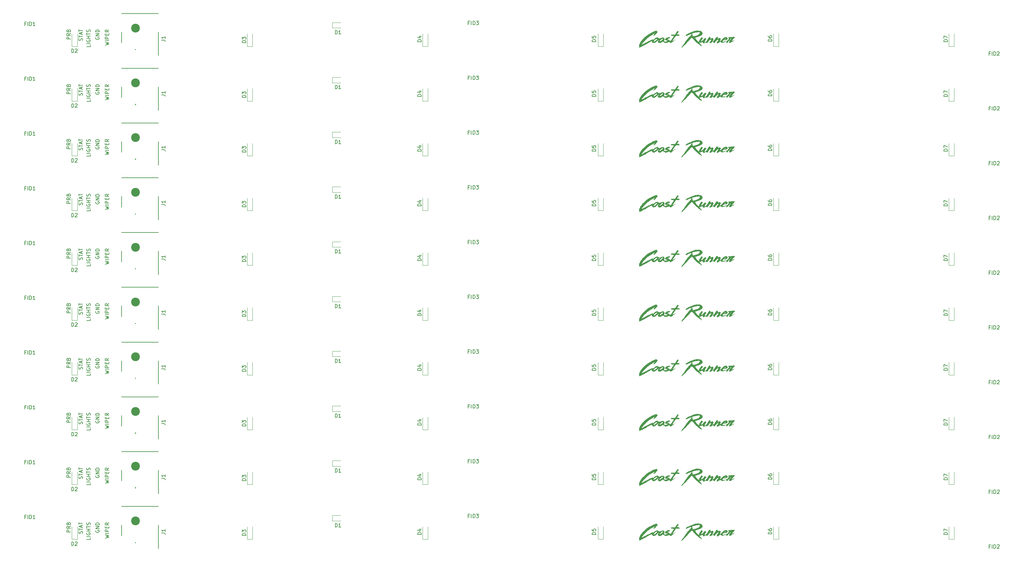
<source format=gto>
G04 #@! TF.GenerationSoftware,KiCad,Pcbnew,7.0.7*
G04 #@! TF.CreationDate,2024-02-09T15:40:01-06:00*
G04 #@! TF.ProjectId,LEDIO Panel,4c454449-4f20-4506-916e-656c2e6b6963,rev?*
G04 #@! TF.SameCoordinates,PX3e2df80PYcfe1c60*
G04 #@! TF.FileFunction,Legend,Top*
G04 #@! TF.FilePolarity,Positive*
%FSLAX46Y46*%
G04 Gerber Fmt 4.6, Leading zero omitted, Abs format (unit mm)*
G04 Created by KiCad (PCBNEW 7.0.7) date 2024-02-09 15:40:01*
%MOMM*%
%LPD*%
G01*
G04 APERTURE LIST*
%ADD10C,0.150000*%
%ADD11C,0.120000*%
%ADD12C,0.127000*%
%ADD13C,0.200000*%
%ADD14C,2.400000*%
G04 APERTURE END LIST*
D10*
X27332438Y141245602D02*
X27284819Y141150364D01*
X27284819Y141150364D02*
X27284819Y141007507D01*
X27284819Y141007507D02*
X27332438Y140864650D01*
X27332438Y140864650D02*
X27427676Y140769412D01*
X27427676Y140769412D02*
X27522914Y140721793D01*
X27522914Y140721793D02*
X27713390Y140674174D01*
X27713390Y140674174D02*
X27856247Y140674174D01*
X27856247Y140674174D02*
X28046723Y140721793D01*
X28046723Y140721793D02*
X28141961Y140769412D01*
X28141961Y140769412D02*
X28237200Y140864650D01*
X28237200Y140864650D02*
X28284819Y141007507D01*
X28284819Y141007507D02*
X28284819Y141102745D01*
X28284819Y141102745D02*
X28237200Y141245602D01*
X28237200Y141245602D02*
X28189580Y141293221D01*
X28189580Y141293221D02*
X27856247Y141293221D01*
X27856247Y141293221D02*
X27856247Y141102745D01*
X28284819Y141721793D02*
X27284819Y141721793D01*
X27284819Y141721793D02*
X28284819Y142293221D01*
X28284819Y142293221D02*
X27284819Y142293221D01*
X28284819Y142769412D02*
X27284819Y142769412D01*
X27284819Y142769412D02*
X27284819Y143007507D01*
X27284819Y143007507D02*
X27332438Y143150364D01*
X27332438Y143150364D02*
X27427676Y143245602D01*
X27427676Y143245602D02*
X27522914Y143293221D01*
X27522914Y143293221D02*
X27713390Y143340840D01*
X27713390Y143340840D02*
X27856247Y143340840D01*
X27856247Y143340840D02*
X28046723Y143293221D01*
X28046723Y143293221D02*
X28141961Y143245602D01*
X28141961Y143245602D02*
X28237200Y143150364D01*
X28237200Y143150364D02*
X28284819Y143007507D01*
X28284819Y143007507D02*
X28284819Y142769412D01*
X29874819Y109150365D02*
X30874819Y109388460D01*
X30874819Y109388460D02*
X30160533Y109578936D01*
X30160533Y109578936D02*
X30874819Y109769412D01*
X30874819Y109769412D02*
X29874819Y110007507D01*
X30874819Y110388460D02*
X29874819Y110388460D01*
X30874819Y110864650D02*
X29874819Y110864650D01*
X29874819Y110864650D02*
X29874819Y111245602D01*
X29874819Y111245602D02*
X29922438Y111340840D01*
X29922438Y111340840D02*
X29970057Y111388459D01*
X29970057Y111388459D02*
X30065295Y111436078D01*
X30065295Y111436078D02*
X30208152Y111436078D01*
X30208152Y111436078D02*
X30303390Y111388459D01*
X30303390Y111388459D02*
X30351009Y111340840D01*
X30351009Y111340840D02*
X30398628Y111245602D01*
X30398628Y111245602D02*
X30398628Y110864650D01*
X30351009Y111864650D02*
X30351009Y112197983D01*
X30874819Y112340840D02*
X30874819Y111864650D01*
X30874819Y111864650D02*
X29874819Y111864650D01*
X29874819Y111864650D02*
X29874819Y112340840D01*
X30874819Y113340840D02*
X30398628Y113007507D01*
X30874819Y112769412D02*
X29874819Y112769412D01*
X29874819Y112769412D02*
X29874819Y113150364D01*
X29874819Y113150364D02*
X29922438Y113245602D01*
X29922438Y113245602D02*
X29970057Y113293221D01*
X29970057Y113293221D02*
X30065295Y113340840D01*
X30065295Y113340840D02*
X30208152Y113340840D01*
X30208152Y113340840D02*
X30303390Y113293221D01*
X30303390Y113293221D02*
X30351009Y113245602D01*
X30351009Y113245602D02*
X30398628Y113150364D01*
X30398628Y113150364D02*
X30398628Y112769412D01*
X25824819Y109217983D02*
X25824819Y108741793D01*
X25824819Y108741793D02*
X24824819Y108741793D01*
X25824819Y109551317D02*
X24824819Y109551317D01*
X24872438Y110551316D02*
X24824819Y110456078D01*
X24824819Y110456078D02*
X24824819Y110313221D01*
X24824819Y110313221D02*
X24872438Y110170364D01*
X24872438Y110170364D02*
X24967676Y110075126D01*
X24967676Y110075126D02*
X25062914Y110027507D01*
X25062914Y110027507D02*
X25253390Y109979888D01*
X25253390Y109979888D02*
X25396247Y109979888D01*
X25396247Y109979888D02*
X25586723Y110027507D01*
X25586723Y110027507D02*
X25681961Y110075126D01*
X25681961Y110075126D02*
X25777200Y110170364D01*
X25777200Y110170364D02*
X25824819Y110313221D01*
X25824819Y110313221D02*
X25824819Y110408459D01*
X25824819Y110408459D02*
X25777200Y110551316D01*
X25777200Y110551316D02*
X25729580Y110598935D01*
X25729580Y110598935D02*
X25396247Y110598935D01*
X25396247Y110598935D02*
X25396247Y110408459D01*
X25824819Y111027507D02*
X24824819Y111027507D01*
X25301009Y111027507D02*
X25301009Y111598935D01*
X25824819Y111598935D02*
X24824819Y111598935D01*
X24824819Y111932269D02*
X24824819Y112503697D01*
X25824819Y112217983D02*
X24824819Y112217983D01*
X25777200Y112789412D02*
X25824819Y112932269D01*
X25824819Y112932269D02*
X25824819Y113170364D01*
X25824819Y113170364D02*
X25777200Y113265602D01*
X25777200Y113265602D02*
X25729580Y113313221D01*
X25729580Y113313221D02*
X25634342Y113360840D01*
X25634342Y113360840D02*
X25539104Y113360840D01*
X25539104Y113360840D02*
X25443866Y113313221D01*
X25443866Y113313221D02*
X25396247Y113265602D01*
X25396247Y113265602D02*
X25348628Y113170364D01*
X25348628Y113170364D02*
X25301009Y112979888D01*
X25301009Y112979888D02*
X25253390Y112884650D01*
X25253390Y112884650D02*
X25205771Y112837031D01*
X25205771Y112837031D02*
X25110533Y112789412D01*
X25110533Y112789412D02*
X25015295Y112789412D01*
X25015295Y112789412D02*
X24920057Y112837031D01*
X24920057Y112837031D02*
X24872438Y112884650D01*
X24872438Y112884650D02*
X24824819Y112979888D01*
X24824819Y112979888D02*
X24824819Y113217983D01*
X24824819Y113217983D02*
X24872438Y113360840D01*
X23637200Y80410459D02*
X23684819Y80553316D01*
X23684819Y80553316D02*
X23684819Y80791411D01*
X23684819Y80791411D02*
X23637200Y80886649D01*
X23637200Y80886649D02*
X23589580Y80934268D01*
X23589580Y80934268D02*
X23494342Y80981887D01*
X23494342Y80981887D02*
X23399104Y80981887D01*
X23399104Y80981887D02*
X23303866Y80934268D01*
X23303866Y80934268D02*
X23256247Y80886649D01*
X23256247Y80886649D02*
X23208628Y80791411D01*
X23208628Y80791411D02*
X23161009Y80600935D01*
X23161009Y80600935D02*
X23113390Y80505697D01*
X23113390Y80505697D02*
X23065771Y80458078D01*
X23065771Y80458078D02*
X22970533Y80410459D01*
X22970533Y80410459D02*
X22875295Y80410459D01*
X22875295Y80410459D02*
X22780057Y80458078D01*
X22780057Y80458078D02*
X22732438Y80505697D01*
X22732438Y80505697D02*
X22684819Y80600935D01*
X22684819Y80600935D02*
X22684819Y80839030D01*
X22684819Y80839030D02*
X22732438Y80981887D01*
X22684819Y81267602D02*
X22684819Y81839030D01*
X23684819Y81553316D02*
X22684819Y81553316D01*
X23399104Y82124745D02*
X23399104Y82600935D01*
X23684819Y82029507D02*
X22684819Y82362840D01*
X22684819Y82362840D02*
X23684819Y82696173D01*
X22684819Y82886650D02*
X22684819Y83458078D01*
X23684819Y83172364D02*
X22684819Y83172364D01*
X25824819Y94217983D02*
X25824819Y93741793D01*
X25824819Y93741793D02*
X24824819Y93741793D01*
X25824819Y94551317D02*
X24824819Y94551317D01*
X24872438Y95551316D02*
X24824819Y95456078D01*
X24824819Y95456078D02*
X24824819Y95313221D01*
X24824819Y95313221D02*
X24872438Y95170364D01*
X24872438Y95170364D02*
X24967676Y95075126D01*
X24967676Y95075126D02*
X25062914Y95027507D01*
X25062914Y95027507D02*
X25253390Y94979888D01*
X25253390Y94979888D02*
X25396247Y94979888D01*
X25396247Y94979888D02*
X25586723Y95027507D01*
X25586723Y95027507D02*
X25681961Y95075126D01*
X25681961Y95075126D02*
X25777200Y95170364D01*
X25777200Y95170364D02*
X25824819Y95313221D01*
X25824819Y95313221D02*
X25824819Y95408459D01*
X25824819Y95408459D02*
X25777200Y95551316D01*
X25777200Y95551316D02*
X25729580Y95598935D01*
X25729580Y95598935D02*
X25396247Y95598935D01*
X25396247Y95598935D02*
X25396247Y95408459D01*
X25824819Y96027507D02*
X24824819Y96027507D01*
X25301009Y96027507D02*
X25301009Y96598935D01*
X25824819Y96598935D02*
X24824819Y96598935D01*
X24824819Y96932269D02*
X24824819Y97503697D01*
X25824819Y97217983D02*
X24824819Y97217983D01*
X25777200Y97789412D02*
X25824819Y97932269D01*
X25824819Y97932269D02*
X25824819Y98170364D01*
X25824819Y98170364D02*
X25777200Y98265602D01*
X25777200Y98265602D02*
X25729580Y98313221D01*
X25729580Y98313221D02*
X25634342Y98360840D01*
X25634342Y98360840D02*
X25539104Y98360840D01*
X25539104Y98360840D02*
X25443866Y98313221D01*
X25443866Y98313221D02*
X25396247Y98265602D01*
X25396247Y98265602D02*
X25348628Y98170364D01*
X25348628Y98170364D02*
X25301009Y97979888D01*
X25301009Y97979888D02*
X25253390Y97884650D01*
X25253390Y97884650D02*
X25205771Y97837031D01*
X25205771Y97837031D02*
X25110533Y97789412D01*
X25110533Y97789412D02*
X25015295Y97789412D01*
X25015295Y97789412D02*
X24920057Y97837031D01*
X24920057Y97837031D02*
X24872438Y97884650D01*
X24872438Y97884650D02*
X24824819Y97979888D01*
X24824819Y97979888D02*
X24824819Y98217983D01*
X24824819Y98217983D02*
X24872438Y98360840D01*
X23637200Y95410459D02*
X23684819Y95553316D01*
X23684819Y95553316D02*
X23684819Y95791411D01*
X23684819Y95791411D02*
X23637200Y95886649D01*
X23637200Y95886649D02*
X23589580Y95934268D01*
X23589580Y95934268D02*
X23494342Y95981887D01*
X23494342Y95981887D02*
X23399104Y95981887D01*
X23399104Y95981887D02*
X23303866Y95934268D01*
X23303866Y95934268D02*
X23256247Y95886649D01*
X23256247Y95886649D02*
X23208628Y95791411D01*
X23208628Y95791411D02*
X23161009Y95600935D01*
X23161009Y95600935D02*
X23113390Y95505697D01*
X23113390Y95505697D02*
X23065771Y95458078D01*
X23065771Y95458078D02*
X22970533Y95410459D01*
X22970533Y95410459D02*
X22875295Y95410459D01*
X22875295Y95410459D02*
X22780057Y95458078D01*
X22780057Y95458078D02*
X22732438Y95505697D01*
X22732438Y95505697D02*
X22684819Y95600935D01*
X22684819Y95600935D02*
X22684819Y95839030D01*
X22684819Y95839030D02*
X22732438Y95981887D01*
X22684819Y96267602D02*
X22684819Y96839030D01*
X23684819Y96553316D02*
X22684819Y96553316D01*
X23399104Y97124745D02*
X23399104Y97600935D01*
X23684819Y97029507D02*
X22684819Y97362840D01*
X22684819Y97362840D02*
X23684819Y97696173D01*
X22684819Y97886650D02*
X22684819Y98458078D01*
X23684819Y98172364D02*
X22684819Y98172364D01*
X20382819Y125819412D02*
X19382819Y125819412D01*
X19382819Y125819412D02*
X19382819Y126200364D01*
X19382819Y126200364D02*
X19430438Y126295602D01*
X19430438Y126295602D02*
X19478057Y126343221D01*
X19478057Y126343221D02*
X19573295Y126390840D01*
X19573295Y126390840D02*
X19716152Y126390840D01*
X19716152Y126390840D02*
X19811390Y126343221D01*
X19811390Y126343221D02*
X19859009Y126295602D01*
X19859009Y126295602D02*
X19906628Y126200364D01*
X19906628Y126200364D02*
X19906628Y125819412D01*
X20382819Y127390840D02*
X19906628Y127057507D01*
X20382819Y126819412D02*
X19382819Y126819412D01*
X19382819Y126819412D02*
X19382819Y127200364D01*
X19382819Y127200364D02*
X19430438Y127295602D01*
X19430438Y127295602D02*
X19478057Y127343221D01*
X19478057Y127343221D02*
X19573295Y127390840D01*
X19573295Y127390840D02*
X19716152Y127390840D01*
X19716152Y127390840D02*
X19811390Y127343221D01*
X19811390Y127343221D02*
X19859009Y127295602D01*
X19859009Y127295602D02*
X19906628Y127200364D01*
X19906628Y127200364D02*
X19906628Y126819412D01*
X19859009Y128152745D02*
X19906628Y128295602D01*
X19906628Y128295602D02*
X19954247Y128343221D01*
X19954247Y128343221D02*
X20049485Y128390840D01*
X20049485Y128390840D02*
X20192342Y128390840D01*
X20192342Y128390840D02*
X20287580Y128343221D01*
X20287580Y128343221D02*
X20335200Y128295602D01*
X20335200Y128295602D02*
X20382819Y128200364D01*
X20382819Y128200364D02*
X20382819Y127819412D01*
X20382819Y127819412D02*
X19382819Y127819412D01*
X19382819Y127819412D02*
X19382819Y128152745D01*
X19382819Y128152745D02*
X19430438Y128247983D01*
X19430438Y128247983D02*
X19478057Y128295602D01*
X19478057Y128295602D02*
X19573295Y128343221D01*
X19573295Y128343221D02*
X19668533Y128343221D01*
X19668533Y128343221D02*
X19763771Y128295602D01*
X19763771Y128295602D02*
X19811390Y128247983D01*
X19811390Y128247983D02*
X19859009Y128152745D01*
X19859009Y128152745D02*
X19859009Y127819412D01*
X27332438Y66245602D02*
X27284819Y66150364D01*
X27284819Y66150364D02*
X27284819Y66007507D01*
X27284819Y66007507D02*
X27332438Y65864650D01*
X27332438Y65864650D02*
X27427676Y65769412D01*
X27427676Y65769412D02*
X27522914Y65721793D01*
X27522914Y65721793D02*
X27713390Y65674174D01*
X27713390Y65674174D02*
X27856247Y65674174D01*
X27856247Y65674174D02*
X28046723Y65721793D01*
X28046723Y65721793D02*
X28141961Y65769412D01*
X28141961Y65769412D02*
X28237200Y65864650D01*
X28237200Y65864650D02*
X28284819Y66007507D01*
X28284819Y66007507D02*
X28284819Y66102745D01*
X28284819Y66102745D02*
X28237200Y66245602D01*
X28237200Y66245602D02*
X28189580Y66293221D01*
X28189580Y66293221D02*
X27856247Y66293221D01*
X27856247Y66293221D02*
X27856247Y66102745D01*
X28284819Y66721793D02*
X27284819Y66721793D01*
X27284819Y66721793D02*
X28284819Y67293221D01*
X28284819Y67293221D02*
X27284819Y67293221D01*
X28284819Y67769412D02*
X27284819Y67769412D01*
X27284819Y67769412D02*
X27284819Y68007507D01*
X27284819Y68007507D02*
X27332438Y68150364D01*
X27332438Y68150364D02*
X27427676Y68245602D01*
X27427676Y68245602D02*
X27522914Y68293221D01*
X27522914Y68293221D02*
X27713390Y68340840D01*
X27713390Y68340840D02*
X27856247Y68340840D01*
X27856247Y68340840D02*
X28046723Y68293221D01*
X28046723Y68293221D02*
X28141961Y68245602D01*
X28141961Y68245602D02*
X28237200Y68150364D01*
X28237200Y68150364D02*
X28284819Y68007507D01*
X28284819Y68007507D02*
X28284819Y67769412D01*
X29874819Y79150365D02*
X30874819Y79388460D01*
X30874819Y79388460D02*
X30160533Y79578936D01*
X30160533Y79578936D02*
X30874819Y79769412D01*
X30874819Y79769412D02*
X29874819Y80007507D01*
X30874819Y80388460D02*
X29874819Y80388460D01*
X30874819Y80864650D02*
X29874819Y80864650D01*
X29874819Y80864650D02*
X29874819Y81245602D01*
X29874819Y81245602D02*
X29922438Y81340840D01*
X29922438Y81340840D02*
X29970057Y81388459D01*
X29970057Y81388459D02*
X30065295Y81436078D01*
X30065295Y81436078D02*
X30208152Y81436078D01*
X30208152Y81436078D02*
X30303390Y81388459D01*
X30303390Y81388459D02*
X30351009Y81340840D01*
X30351009Y81340840D02*
X30398628Y81245602D01*
X30398628Y81245602D02*
X30398628Y80864650D01*
X30351009Y81864650D02*
X30351009Y82197983D01*
X30874819Y82340840D02*
X30874819Y81864650D01*
X30874819Y81864650D02*
X29874819Y81864650D01*
X29874819Y81864650D02*
X29874819Y82340840D01*
X30874819Y83340840D02*
X30398628Y83007507D01*
X30874819Y82769412D02*
X29874819Y82769412D01*
X29874819Y82769412D02*
X29874819Y83150364D01*
X29874819Y83150364D02*
X29922438Y83245602D01*
X29922438Y83245602D02*
X29970057Y83293221D01*
X29970057Y83293221D02*
X30065295Y83340840D01*
X30065295Y83340840D02*
X30208152Y83340840D01*
X30208152Y83340840D02*
X30303390Y83293221D01*
X30303390Y83293221D02*
X30351009Y83245602D01*
X30351009Y83245602D02*
X30398628Y83150364D01*
X30398628Y83150364D02*
X30398628Y82769412D01*
X25824819Y49217983D02*
X25824819Y48741793D01*
X25824819Y48741793D02*
X24824819Y48741793D01*
X25824819Y49551317D02*
X24824819Y49551317D01*
X24872438Y50551316D02*
X24824819Y50456078D01*
X24824819Y50456078D02*
X24824819Y50313221D01*
X24824819Y50313221D02*
X24872438Y50170364D01*
X24872438Y50170364D02*
X24967676Y50075126D01*
X24967676Y50075126D02*
X25062914Y50027507D01*
X25062914Y50027507D02*
X25253390Y49979888D01*
X25253390Y49979888D02*
X25396247Y49979888D01*
X25396247Y49979888D02*
X25586723Y50027507D01*
X25586723Y50027507D02*
X25681961Y50075126D01*
X25681961Y50075126D02*
X25777200Y50170364D01*
X25777200Y50170364D02*
X25824819Y50313221D01*
X25824819Y50313221D02*
X25824819Y50408459D01*
X25824819Y50408459D02*
X25777200Y50551316D01*
X25777200Y50551316D02*
X25729580Y50598935D01*
X25729580Y50598935D02*
X25396247Y50598935D01*
X25396247Y50598935D02*
X25396247Y50408459D01*
X25824819Y51027507D02*
X24824819Y51027507D01*
X25301009Y51027507D02*
X25301009Y51598935D01*
X25824819Y51598935D02*
X24824819Y51598935D01*
X24824819Y51932269D02*
X24824819Y52503697D01*
X25824819Y52217983D02*
X24824819Y52217983D01*
X25777200Y52789412D02*
X25824819Y52932269D01*
X25824819Y52932269D02*
X25824819Y53170364D01*
X25824819Y53170364D02*
X25777200Y53265602D01*
X25777200Y53265602D02*
X25729580Y53313221D01*
X25729580Y53313221D02*
X25634342Y53360840D01*
X25634342Y53360840D02*
X25539104Y53360840D01*
X25539104Y53360840D02*
X25443866Y53313221D01*
X25443866Y53313221D02*
X25396247Y53265602D01*
X25396247Y53265602D02*
X25348628Y53170364D01*
X25348628Y53170364D02*
X25301009Y52979888D01*
X25301009Y52979888D02*
X25253390Y52884650D01*
X25253390Y52884650D02*
X25205771Y52837031D01*
X25205771Y52837031D02*
X25110533Y52789412D01*
X25110533Y52789412D02*
X25015295Y52789412D01*
X25015295Y52789412D02*
X24920057Y52837031D01*
X24920057Y52837031D02*
X24872438Y52884650D01*
X24872438Y52884650D02*
X24824819Y52979888D01*
X24824819Y52979888D02*
X24824819Y53217983D01*
X24824819Y53217983D02*
X24872438Y53360840D01*
X20382819Y35819412D02*
X19382819Y35819412D01*
X19382819Y35819412D02*
X19382819Y36200364D01*
X19382819Y36200364D02*
X19430438Y36295602D01*
X19430438Y36295602D02*
X19478057Y36343221D01*
X19478057Y36343221D02*
X19573295Y36390840D01*
X19573295Y36390840D02*
X19716152Y36390840D01*
X19716152Y36390840D02*
X19811390Y36343221D01*
X19811390Y36343221D02*
X19859009Y36295602D01*
X19859009Y36295602D02*
X19906628Y36200364D01*
X19906628Y36200364D02*
X19906628Y35819412D01*
X20382819Y37390840D02*
X19906628Y37057507D01*
X20382819Y36819412D02*
X19382819Y36819412D01*
X19382819Y36819412D02*
X19382819Y37200364D01*
X19382819Y37200364D02*
X19430438Y37295602D01*
X19430438Y37295602D02*
X19478057Y37343221D01*
X19478057Y37343221D02*
X19573295Y37390840D01*
X19573295Y37390840D02*
X19716152Y37390840D01*
X19716152Y37390840D02*
X19811390Y37343221D01*
X19811390Y37343221D02*
X19859009Y37295602D01*
X19859009Y37295602D02*
X19906628Y37200364D01*
X19906628Y37200364D02*
X19906628Y36819412D01*
X19859009Y38152745D02*
X19906628Y38295602D01*
X19906628Y38295602D02*
X19954247Y38343221D01*
X19954247Y38343221D02*
X20049485Y38390840D01*
X20049485Y38390840D02*
X20192342Y38390840D01*
X20192342Y38390840D02*
X20287580Y38343221D01*
X20287580Y38343221D02*
X20335200Y38295602D01*
X20335200Y38295602D02*
X20382819Y38200364D01*
X20382819Y38200364D02*
X20382819Y37819412D01*
X20382819Y37819412D02*
X19382819Y37819412D01*
X19382819Y37819412D02*
X19382819Y38152745D01*
X19382819Y38152745D02*
X19430438Y38247983D01*
X19430438Y38247983D02*
X19478057Y38295602D01*
X19478057Y38295602D02*
X19573295Y38343221D01*
X19573295Y38343221D02*
X19668533Y38343221D01*
X19668533Y38343221D02*
X19763771Y38295602D01*
X19763771Y38295602D02*
X19811390Y38247983D01*
X19811390Y38247983D02*
X19859009Y38152745D01*
X19859009Y38152745D02*
X19859009Y37819412D01*
X29874819Y124150365D02*
X30874819Y124388460D01*
X30874819Y124388460D02*
X30160533Y124578936D01*
X30160533Y124578936D02*
X30874819Y124769412D01*
X30874819Y124769412D02*
X29874819Y125007507D01*
X30874819Y125388460D02*
X29874819Y125388460D01*
X30874819Y125864650D02*
X29874819Y125864650D01*
X29874819Y125864650D02*
X29874819Y126245602D01*
X29874819Y126245602D02*
X29922438Y126340840D01*
X29922438Y126340840D02*
X29970057Y126388459D01*
X29970057Y126388459D02*
X30065295Y126436078D01*
X30065295Y126436078D02*
X30208152Y126436078D01*
X30208152Y126436078D02*
X30303390Y126388459D01*
X30303390Y126388459D02*
X30351009Y126340840D01*
X30351009Y126340840D02*
X30398628Y126245602D01*
X30398628Y126245602D02*
X30398628Y125864650D01*
X30351009Y126864650D02*
X30351009Y127197983D01*
X30874819Y127340840D02*
X30874819Y126864650D01*
X30874819Y126864650D02*
X29874819Y126864650D01*
X29874819Y126864650D02*
X29874819Y127340840D01*
X30874819Y128340840D02*
X30398628Y128007507D01*
X30874819Y127769412D02*
X29874819Y127769412D01*
X29874819Y127769412D02*
X29874819Y128150364D01*
X29874819Y128150364D02*
X29922438Y128245602D01*
X29922438Y128245602D02*
X29970057Y128293221D01*
X29970057Y128293221D02*
X30065295Y128340840D01*
X30065295Y128340840D02*
X30208152Y128340840D01*
X30208152Y128340840D02*
X30303390Y128293221D01*
X30303390Y128293221D02*
X30351009Y128245602D01*
X30351009Y128245602D02*
X30398628Y128150364D01*
X30398628Y128150364D02*
X30398628Y127769412D01*
X27332438Y6245602D02*
X27284819Y6150364D01*
X27284819Y6150364D02*
X27284819Y6007507D01*
X27284819Y6007507D02*
X27332438Y5864650D01*
X27332438Y5864650D02*
X27427676Y5769412D01*
X27427676Y5769412D02*
X27522914Y5721793D01*
X27522914Y5721793D02*
X27713390Y5674174D01*
X27713390Y5674174D02*
X27856247Y5674174D01*
X27856247Y5674174D02*
X28046723Y5721793D01*
X28046723Y5721793D02*
X28141961Y5769412D01*
X28141961Y5769412D02*
X28237200Y5864650D01*
X28237200Y5864650D02*
X28284819Y6007507D01*
X28284819Y6007507D02*
X28284819Y6102745D01*
X28284819Y6102745D02*
X28237200Y6245602D01*
X28237200Y6245602D02*
X28189580Y6293221D01*
X28189580Y6293221D02*
X27856247Y6293221D01*
X27856247Y6293221D02*
X27856247Y6102745D01*
X28284819Y6721793D02*
X27284819Y6721793D01*
X27284819Y6721793D02*
X28284819Y7293221D01*
X28284819Y7293221D02*
X27284819Y7293221D01*
X28284819Y7769412D02*
X27284819Y7769412D01*
X27284819Y7769412D02*
X27284819Y8007507D01*
X27284819Y8007507D02*
X27332438Y8150364D01*
X27332438Y8150364D02*
X27427676Y8245602D01*
X27427676Y8245602D02*
X27522914Y8293221D01*
X27522914Y8293221D02*
X27713390Y8340840D01*
X27713390Y8340840D02*
X27856247Y8340840D01*
X27856247Y8340840D02*
X28046723Y8293221D01*
X28046723Y8293221D02*
X28141961Y8245602D01*
X28141961Y8245602D02*
X28237200Y8150364D01*
X28237200Y8150364D02*
X28284819Y8007507D01*
X28284819Y8007507D02*
X28284819Y7769412D01*
X25824819Y79217983D02*
X25824819Y78741793D01*
X25824819Y78741793D02*
X24824819Y78741793D01*
X25824819Y79551317D02*
X24824819Y79551317D01*
X24872438Y80551316D02*
X24824819Y80456078D01*
X24824819Y80456078D02*
X24824819Y80313221D01*
X24824819Y80313221D02*
X24872438Y80170364D01*
X24872438Y80170364D02*
X24967676Y80075126D01*
X24967676Y80075126D02*
X25062914Y80027507D01*
X25062914Y80027507D02*
X25253390Y79979888D01*
X25253390Y79979888D02*
X25396247Y79979888D01*
X25396247Y79979888D02*
X25586723Y80027507D01*
X25586723Y80027507D02*
X25681961Y80075126D01*
X25681961Y80075126D02*
X25777200Y80170364D01*
X25777200Y80170364D02*
X25824819Y80313221D01*
X25824819Y80313221D02*
X25824819Y80408459D01*
X25824819Y80408459D02*
X25777200Y80551316D01*
X25777200Y80551316D02*
X25729580Y80598935D01*
X25729580Y80598935D02*
X25396247Y80598935D01*
X25396247Y80598935D02*
X25396247Y80408459D01*
X25824819Y81027507D02*
X24824819Y81027507D01*
X25301009Y81027507D02*
X25301009Y81598935D01*
X25824819Y81598935D02*
X24824819Y81598935D01*
X24824819Y81932269D02*
X24824819Y82503697D01*
X25824819Y82217983D02*
X24824819Y82217983D01*
X25777200Y82789412D02*
X25824819Y82932269D01*
X25824819Y82932269D02*
X25824819Y83170364D01*
X25824819Y83170364D02*
X25777200Y83265602D01*
X25777200Y83265602D02*
X25729580Y83313221D01*
X25729580Y83313221D02*
X25634342Y83360840D01*
X25634342Y83360840D02*
X25539104Y83360840D01*
X25539104Y83360840D02*
X25443866Y83313221D01*
X25443866Y83313221D02*
X25396247Y83265602D01*
X25396247Y83265602D02*
X25348628Y83170364D01*
X25348628Y83170364D02*
X25301009Y82979888D01*
X25301009Y82979888D02*
X25253390Y82884650D01*
X25253390Y82884650D02*
X25205771Y82837031D01*
X25205771Y82837031D02*
X25110533Y82789412D01*
X25110533Y82789412D02*
X25015295Y82789412D01*
X25015295Y82789412D02*
X24920057Y82837031D01*
X24920057Y82837031D02*
X24872438Y82884650D01*
X24872438Y82884650D02*
X24824819Y82979888D01*
X24824819Y82979888D02*
X24824819Y83217983D01*
X24824819Y83217983D02*
X24872438Y83360840D01*
X29874819Y19150365D02*
X30874819Y19388460D01*
X30874819Y19388460D02*
X30160533Y19578936D01*
X30160533Y19578936D02*
X30874819Y19769412D01*
X30874819Y19769412D02*
X29874819Y20007507D01*
X30874819Y20388460D02*
X29874819Y20388460D01*
X30874819Y20864650D02*
X29874819Y20864650D01*
X29874819Y20864650D02*
X29874819Y21245602D01*
X29874819Y21245602D02*
X29922438Y21340840D01*
X29922438Y21340840D02*
X29970057Y21388459D01*
X29970057Y21388459D02*
X30065295Y21436078D01*
X30065295Y21436078D02*
X30208152Y21436078D01*
X30208152Y21436078D02*
X30303390Y21388459D01*
X30303390Y21388459D02*
X30351009Y21340840D01*
X30351009Y21340840D02*
X30398628Y21245602D01*
X30398628Y21245602D02*
X30398628Y20864650D01*
X30351009Y21864650D02*
X30351009Y22197983D01*
X30874819Y22340840D02*
X30874819Y21864650D01*
X30874819Y21864650D02*
X29874819Y21864650D01*
X29874819Y21864650D02*
X29874819Y22340840D01*
X30874819Y23340840D02*
X30398628Y23007507D01*
X30874819Y22769412D02*
X29874819Y22769412D01*
X29874819Y22769412D02*
X29874819Y23150364D01*
X29874819Y23150364D02*
X29922438Y23245602D01*
X29922438Y23245602D02*
X29970057Y23293221D01*
X29970057Y23293221D02*
X30065295Y23340840D01*
X30065295Y23340840D02*
X30208152Y23340840D01*
X30208152Y23340840D02*
X30303390Y23293221D01*
X30303390Y23293221D02*
X30351009Y23245602D01*
X30351009Y23245602D02*
X30398628Y23150364D01*
X30398628Y23150364D02*
X30398628Y22769412D01*
X23637200Y5410459D02*
X23684819Y5553316D01*
X23684819Y5553316D02*
X23684819Y5791411D01*
X23684819Y5791411D02*
X23637200Y5886649D01*
X23637200Y5886649D02*
X23589580Y5934268D01*
X23589580Y5934268D02*
X23494342Y5981887D01*
X23494342Y5981887D02*
X23399104Y5981887D01*
X23399104Y5981887D02*
X23303866Y5934268D01*
X23303866Y5934268D02*
X23256247Y5886649D01*
X23256247Y5886649D02*
X23208628Y5791411D01*
X23208628Y5791411D02*
X23161009Y5600935D01*
X23161009Y5600935D02*
X23113390Y5505697D01*
X23113390Y5505697D02*
X23065771Y5458078D01*
X23065771Y5458078D02*
X22970533Y5410459D01*
X22970533Y5410459D02*
X22875295Y5410459D01*
X22875295Y5410459D02*
X22780057Y5458078D01*
X22780057Y5458078D02*
X22732438Y5505697D01*
X22732438Y5505697D02*
X22684819Y5600935D01*
X22684819Y5600935D02*
X22684819Y5839030D01*
X22684819Y5839030D02*
X22732438Y5981887D01*
X22684819Y6267602D02*
X22684819Y6839030D01*
X23684819Y6553316D02*
X22684819Y6553316D01*
X23399104Y7124745D02*
X23399104Y7600935D01*
X23684819Y7029507D02*
X22684819Y7362840D01*
X22684819Y7362840D02*
X23684819Y7696173D01*
X22684819Y7886650D02*
X22684819Y8458078D01*
X23684819Y8172364D02*
X22684819Y8172364D01*
X23637200Y50410459D02*
X23684819Y50553316D01*
X23684819Y50553316D02*
X23684819Y50791411D01*
X23684819Y50791411D02*
X23637200Y50886649D01*
X23637200Y50886649D02*
X23589580Y50934268D01*
X23589580Y50934268D02*
X23494342Y50981887D01*
X23494342Y50981887D02*
X23399104Y50981887D01*
X23399104Y50981887D02*
X23303866Y50934268D01*
X23303866Y50934268D02*
X23256247Y50886649D01*
X23256247Y50886649D02*
X23208628Y50791411D01*
X23208628Y50791411D02*
X23161009Y50600935D01*
X23161009Y50600935D02*
X23113390Y50505697D01*
X23113390Y50505697D02*
X23065771Y50458078D01*
X23065771Y50458078D02*
X22970533Y50410459D01*
X22970533Y50410459D02*
X22875295Y50410459D01*
X22875295Y50410459D02*
X22780057Y50458078D01*
X22780057Y50458078D02*
X22732438Y50505697D01*
X22732438Y50505697D02*
X22684819Y50600935D01*
X22684819Y50600935D02*
X22684819Y50839030D01*
X22684819Y50839030D02*
X22732438Y50981887D01*
X22684819Y51267602D02*
X22684819Y51839030D01*
X23684819Y51553316D02*
X22684819Y51553316D01*
X23399104Y52124745D02*
X23399104Y52600935D01*
X23684819Y52029507D02*
X22684819Y52362840D01*
X22684819Y52362840D02*
X23684819Y52696173D01*
X22684819Y52886650D02*
X22684819Y53458078D01*
X23684819Y53172364D02*
X22684819Y53172364D01*
X23637200Y65410459D02*
X23684819Y65553316D01*
X23684819Y65553316D02*
X23684819Y65791411D01*
X23684819Y65791411D02*
X23637200Y65886649D01*
X23637200Y65886649D02*
X23589580Y65934268D01*
X23589580Y65934268D02*
X23494342Y65981887D01*
X23494342Y65981887D02*
X23399104Y65981887D01*
X23399104Y65981887D02*
X23303866Y65934268D01*
X23303866Y65934268D02*
X23256247Y65886649D01*
X23256247Y65886649D02*
X23208628Y65791411D01*
X23208628Y65791411D02*
X23161009Y65600935D01*
X23161009Y65600935D02*
X23113390Y65505697D01*
X23113390Y65505697D02*
X23065771Y65458078D01*
X23065771Y65458078D02*
X22970533Y65410459D01*
X22970533Y65410459D02*
X22875295Y65410459D01*
X22875295Y65410459D02*
X22780057Y65458078D01*
X22780057Y65458078D02*
X22732438Y65505697D01*
X22732438Y65505697D02*
X22684819Y65600935D01*
X22684819Y65600935D02*
X22684819Y65839030D01*
X22684819Y65839030D02*
X22732438Y65981887D01*
X22684819Y66267602D02*
X22684819Y66839030D01*
X23684819Y66553316D02*
X22684819Y66553316D01*
X23399104Y67124745D02*
X23399104Y67600935D01*
X23684819Y67029507D02*
X22684819Y67362840D01*
X22684819Y67362840D02*
X23684819Y67696173D01*
X22684819Y67886650D02*
X22684819Y68458078D01*
X23684819Y68172364D02*
X22684819Y68172364D01*
X27332438Y126245602D02*
X27284819Y126150364D01*
X27284819Y126150364D02*
X27284819Y126007507D01*
X27284819Y126007507D02*
X27332438Y125864650D01*
X27332438Y125864650D02*
X27427676Y125769412D01*
X27427676Y125769412D02*
X27522914Y125721793D01*
X27522914Y125721793D02*
X27713390Y125674174D01*
X27713390Y125674174D02*
X27856247Y125674174D01*
X27856247Y125674174D02*
X28046723Y125721793D01*
X28046723Y125721793D02*
X28141961Y125769412D01*
X28141961Y125769412D02*
X28237200Y125864650D01*
X28237200Y125864650D02*
X28284819Y126007507D01*
X28284819Y126007507D02*
X28284819Y126102745D01*
X28284819Y126102745D02*
X28237200Y126245602D01*
X28237200Y126245602D02*
X28189580Y126293221D01*
X28189580Y126293221D02*
X27856247Y126293221D01*
X27856247Y126293221D02*
X27856247Y126102745D01*
X28284819Y126721793D02*
X27284819Y126721793D01*
X27284819Y126721793D02*
X28284819Y127293221D01*
X28284819Y127293221D02*
X27284819Y127293221D01*
X28284819Y127769412D02*
X27284819Y127769412D01*
X27284819Y127769412D02*
X27284819Y128007507D01*
X27284819Y128007507D02*
X27332438Y128150364D01*
X27332438Y128150364D02*
X27427676Y128245602D01*
X27427676Y128245602D02*
X27522914Y128293221D01*
X27522914Y128293221D02*
X27713390Y128340840D01*
X27713390Y128340840D02*
X27856247Y128340840D01*
X27856247Y128340840D02*
X28046723Y128293221D01*
X28046723Y128293221D02*
X28141961Y128245602D01*
X28141961Y128245602D02*
X28237200Y128150364D01*
X28237200Y128150364D02*
X28284819Y128007507D01*
X28284819Y128007507D02*
X28284819Y127769412D01*
X29874819Y34150365D02*
X30874819Y34388460D01*
X30874819Y34388460D02*
X30160533Y34578936D01*
X30160533Y34578936D02*
X30874819Y34769412D01*
X30874819Y34769412D02*
X29874819Y35007507D01*
X30874819Y35388460D02*
X29874819Y35388460D01*
X30874819Y35864650D02*
X29874819Y35864650D01*
X29874819Y35864650D02*
X29874819Y36245602D01*
X29874819Y36245602D02*
X29922438Y36340840D01*
X29922438Y36340840D02*
X29970057Y36388459D01*
X29970057Y36388459D02*
X30065295Y36436078D01*
X30065295Y36436078D02*
X30208152Y36436078D01*
X30208152Y36436078D02*
X30303390Y36388459D01*
X30303390Y36388459D02*
X30351009Y36340840D01*
X30351009Y36340840D02*
X30398628Y36245602D01*
X30398628Y36245602D02*
X30398628Y35864650D01*
X30351009Y36864650D02*
X30351009Y37197983D01*
X30874819Y37340840D02*
X30874819Y36864650D01*
X30874819Y36864650D02*
X29874819Y36864650D01*
X29874819Y36864650D02*
X29874819Y37340840D01*
X30874819Y38340840D02*
X30398628Y38007507D01*
X30874819Y37769412D02*
X29874819Y37769412D01*
X29874819Y37769412D02*
X29874819Y38150364D01*
X29874819Y38150364D02*
X29922438Y38245602D01*
X29922438Y38245602D02*
X29970057Y38293221D01*
X29970057Y38293221D02*
X30065295Y38340840D01*
X30065295Y38340840D02*
X30208152Y38340840D01*
X30208152Y38340840D02*
X30303390Y38293221D01*
X30303390Y38293221D02*
X30351009Y38245602D01*
X30351009Y38245602D02*
X30398628Y38150364D01*
X30398628Y38150364D02*
X30398628Y37769412D01*
X27332438Y21245602D02*
X27284819Y21150364D01*
X27284819Y21150364D02*
X27284819Y21007507D01*
X27284819Y21007507D02*
X27332438Y20864650D01*
X27332438Y20864650D02*
X27427676Y20769412D01*
X27427676Y20769412D02*
X27522914Y20721793D01*
X27522914Y20721793D02*
X27713390Y20674174D01*
X27713390Y20674174D02*
X27856247Y20674174D01*
X27856247Y20674174D02*
X28046723Y20721793D01*
X28046723Y20721793D02*
X28141961Y20769412D01*
X28141961Y20769412D02*
X28237200Y20864650D01*
X28237200Y20864650D02*
X28284819Y21007507D01*
X28284819Y21007507D02*
X28284819Y21102745D01*
X28284819Y21102745D02*
X28237200Y21245602D01*
X28237200Y21245602D02*
X28189580Y21293221D01*
X28189580Y21293221D02*
X27856247Y21293221D01*
X27856247Y21293221D02*
X27856247Y21102745D01*
X28284819Y21721793D02*
X27284819Y21721793D01*
X27284819Y21721793D02*
X28284819Y22293221D01*
X28284819Y22293221D02*
X27284819Y22293221D01*
X28284819Y22769412D02*
X27284819Y22769412D01*
X27284819Y22769412D02*
X27284819Y23007507D01*
X27284819Y23007507D02*
X27332438Y23150364D01*
X27332438Y23150364D02*
X27427676Y23245602D01*
X27427676Y23245602D02*
X27522914Y23293221D01*
X27522914Y23293221D02*
X27713390Y23340840D01*
X27713390Y23340840D02*
X27856247Y23340840D01*
X27856247Y23340840D02*
X28046723Y23293221D01*
X28046723Y23293221D02*
X28141961Y23245602D01*
X28141961Y23245602D02*
X28237200Y23150364D01*
X28237200Y23150364D02*
X28284819Y23007507D01*
X28284819Y23007507D02*
X28284819Y22769412D01*
X23637200Y35410459D02*
X23684819Y35553316D01*
X23684819Y35553316D02*
X23684819Y35791411D01*
X23684819Y35791411D02*
X23637200Y35886649D01*
X23637200Y35886649D02*
X23589580Y35934268D01*
X23589580Y35934268D02*
X23494342Y35981887D01*
X23494342Y35981887D02*
X23399104Y35981887D01*
X23399104Y35981887D02*
X23303866Y35934268D01*
X23303866Y35934268D02*
X23256247Y35886649D01*
X23256247Y35886649D02*
X23208628Y35791411D01*
X23208628Y35791411D02*
X23161009Y35600935D01*
X23161009Y35600935D02*
X23113390Y35505697D01*
X23113390Y35505697D02*
X23065771Y35458078D01*
X23065771Y35458078D02*
X22970533Y35410459D01*
X22970533Y35410459D02*
X22875295Y35410459D01*
X22875295Y35410459D02*
X22780057Y35458078D01*
X22780057Y35458078D02*
X22732438Y35505697D01*
X22732438Y35505697D02*
X22684819Y35600935D01*
X22684819Y35600935D02*
X22684819Y35839030D01*
X22684819Y35839030D02*
X22732438Y35981887D01*
X22684819Y36267602D02*
X22684819Y36839030D01*
X23684819Y36553316D02*
X22684819Y36553316D01*
X23399104Y37124745D02*
X23399104Y37600935D01*
X23684819Y37029507D02*
X22684819Y37362840D01*
X22684819Y37362840D02*
X23684819Y37696173D01*
X22684819Y37886650D02*
X22684819Y38458078D01*
X23684819Y38172364D02*
X22684819Y38172364D01*
X29874819Y139150365D02*
X30874819Y139388460D01*
X30874819Y139388460D02*
X30160533Y139578936D01*
X30160533Y139578936D02*
X30874819Y139769412D01*
X30874819Y139769412D02*
X29874819Y140007507D01*
X30874819Y140388460D02*
X29874819Y140388460D01*
X30874819Y140864650D02*
X29874819Y140864650D01*
X29874819Y140864650D02*
X29874819Y141245602D01*
X29874819Y141245602D02*
X29922438Y141340840D01*
X29922438Y141340840D02*
X29970057Y141388459D01*
X29970057Y141388459D02*
X30065295Y141436078D01*
X30065295Y141436078D02*
X30208152Y141436078D01*
X30208152Y141436078D02*
X30303390Y141388459D01*
X30303390Y141388459D02*
X30351009Y141340840D01*
X30351009Y141340840D02*
X30398628Y141245602D01*
X30398628Y141245602D02*
X30398628Y140864650D01*
X30351009Y141864650D02*
X30351009Y142197983D01*
X30874819Y142340840D02*
X30874819Y141864650D01*
X30874819Y141864650D02*
X29874819Y141864650D01*
X29874819Y141864650D02*
X29874819Y142340840D01*
X30874819Y143340840D02*
X30398628Y143007507D01*
X30874819Y142769412D02*
X29874819Y142769412D01*
X29874819Y142769412D02*
X29874819Y143150364D01*
X29874819Y143150364D02*
X29922438Y143245602D01*
X29922438Y143245602D02*
X29970057Y143293221D01*
X29970057Y143293221D02*
X30065295Y143340840D01*
X30065295Y143340840D02*
X30208152Y143340840D01*
X30208152Y143340840D02*
X30303390Y143293221D01*
X30303390Y143293221D02*
X30351009Y143245602D01*
X30351009Y143245602D02*
X30398628Y143150364D01*
X30398628Y143150364D02*
X30398628Y142769412D01*
X23637200Y125410459D02*
X23684819Y125553316D01*
X23684819Y125553316D02*
X23684819Y125791411D01*
X23684819Y125791411D02*
X23637200Y125886649D01*
X23637200Y125886649D02*
X23589580Y125934268D01*
X23589580Y125934268D02*
X23494342Y125981887D01*
X23494342Y125981887D02*
X23399104Y125981887D01*
X23399104Y125981887D02*
X23303866Y125934268D01*
X23303866Y125934268D02*
X23256247Y125886649D01*
X23256247Y125886649D02*
X23208628Y125791411D01*
X23208628Y125791411D02*
X23161009Y125600935D01*
X23161009Y125600935D02*
X23113390Y125505697D01*
X23113390Y125505697D02*
X23065771Y125458078D01*
X23065771Y125458078D02*
X22970533Y125410459D01*
X22970533Y125410459D02*
X22875295Y125410459D01*
X22875295Y125410459D02*
X22780057Y125458078D01*
X22780057Y125458078D02*
X22732438Y125505697D01*
X22732438Y125505697D02*
X22684819Y125600935D01*
X22684819Y125600935D02*
X22684819Y125839030D01*
X22684819Y125839030D02*
X22732438Y125981887D01*
X22684819Y126267602D02*
X22684819Y126839030D01*
X23684819Y126553316D02*
X22684819Y126553316D01*
X23399104Y127124745D02*
X23399104Y127600935D01*
X23684819Y127029507D02*
X22684819Y127362840D01*
X22684819Y127362840D02*
X23684819Y127696173D01*
X22684819Y127886650D02*
X22684819Y128458078D01*
X23684819Y128172364D02*
X22684819Y128172364D01*
X29874819Y94150365D02*
X30874819Y94388460D01*
X30874819Y94388460D02*
X30160533Y94578936D01*
X30160533Y94578936D02*
X30874819Y94769412D01*
X30874819Y94769412D02*
X29874819Y95007507D01*
X30874819Y95388460D02*
X29874819Y95388460D01*
X30874819Y95864650D02*
X29874819Y95864650D01*
X29874819Y95864650D02*
X29874819Y96245602D01*
X29874819Y96245602D02*
X29922438Y96340840D01*
X29922438Y96340840D02*
X29970057Y96388459D01*
X29970057Y96388459D02*
X30065295Y96436078D01*
X30065295Y96436078D02*
X30208152Y96436078D01*
X30208152Y96436078D02*
X30303390Y96388459D01*
X30303390Y96388459D02*
X30351009Y96340840D01*
X30351009Y96340840D02*
X30398628Y96245602D01*
X30398628Y96245602D02*
X30398628Y95864650D01*
X30351009Y96864650D02*
X30351009Y97197983D01*
X30874819Y97340840D02*
X30874819Y96864650D01*
X30874819Y96864650D02*
X29874819Y96864650D01*
X29874819Y96864650D02*
X29874819Y97340840D01*
X30874819Y98340840D02*
X30398628Y98007507D01*
X30874819Y97769412D02*
X29874819Y97769412D01*
X29874819Y97769412D02*
X29874819Y98150364D01*
X29874819Y98150364D02*
X29922438Y98245602D01*
X29922438Y98245602D02*
X29970057Y98293221D01*
X29970057Y98293221D02*
X30065295Y98340840D01*
X30065295Y98340840D02*
X30208152Y98340840D01*
X30208152Y98340840D02*
X30303390Y98293221D01*
X30303390Y98293221D02*
X30351009Y98245602D01*
X30351009Y98245602D02*
X30398628Y98150364D01*
X30398628Y98150364D02*
X30398628Y97769412D01*
X25824819Y4217983D02*
X25824819Y3741793D01*
X25824819Y3741793D02*
X24824819Y3741793D01*
X25824819Y4551317D02*
X24824819Y4551317D01*
X24872438Y5551316D02*
X24824819Y5456078D01*
X24824819Y5456078D02*
X24824819Y5313221D01*
X24824819Y5313221D02*
X24872438Y5170364D01*
X24872438Y5170364D02*
X24967676Y5075126D01*
X24967676Y5075126D02*
X25062914Y5027507D01*
X25062914Y5027507D02*
X25253390Y4979888D01*
X25253390Y4979888D02*
X25396247Y4979888D01*
X25396247Y4979888D02*
X25586723Y5027507D01*
X25586723Y5027507D02*
X25681961Y5075126D01*
X25681961Y5075126D02*
X25777200Y5170364D01*
X25777200Y5170364D02*
X25824819Y5313221D01*
X25824819Y5313221D02*
X25824819Y5408459D01*
X25824819Y5408459D02*
X25777200Y5551316D01*
X25777200Y5551316D02*
X25729580Y5598935D01*
X25729580Y5598935D02*
X25396247Y5598935D01*
X25396247Y5598935D02*
X25396247Y5408459D01*
X25824819Y6027507D02*
X24824819Y6027507D01*
X25301009Y6027507D02*
X25301009Y6598935D01*
X25824819Y6598935D02*
X24824819Y6598935D01*
X24824819Y6932269D02*
X24824819Y7503697D01*
X25824819Y7217983D02*
X24824819Y7217983D01*
X25777200Y7789412D02*
X25824819Y7932269D01*
X25824819Y7932269D02*
X25824819Y8170364D01*
X25824819Y8170364D02*
X25777200Y8265602D01*
X25777200Y8265602D02*
X25729580Y8313221D01*
X25729580Y8313221D02*
X25634342Y8360840D01*
X25634342Y8360840D02*
X25539104Y8360840D01*
X25539104Y8360840D02*
X25443866Y8313221D01*
X25443866Y8313221D02*
X25396247Y8265602D01*
X25396247Y8265602D02*
X25348628Y8170364D01*
X25348628Y8170364D02*
X25301009Y7979888D01*
X25301009Y7979888D02*
X25253390Y7884650D01*
X25253390Y7884650D02*
X25205771Y7837031D01*
X25205771Y7837031D02*
X25110533Y7789412D01*
X25110533Y7789412D02*
X25015295Y7789412D01*
X25015295Y7789412D02*
X24920057Y7837031D01*
X24920057Y7837031D02*
X24872438Y7884650D01*
X24872438Y7884650D02*
X24824819Y7979888D01*
X24824819Y7979888D02*
X24824819Y8217983D01*
X24824819Y8217983D02*
X24872438Y8360840D01*
X20382819Y65819412D02*
X19382819Y65819412D01*
X19382819Y65819412D02*
X19382819Y66200364D01*
X19382819Y66200364D02*
X19430438Y66295602D01*
X19430438Y66295602D02*
X19478057Y66343221D01*
X19478057Y66343221D02*
X19573295Y66390840D01*
X19573295Y66390840D02*
X19716152Y66390840D01*
X19716152Y66390840D02*
X19811390Y66343221D01*
X19811390Y66343221D02*
X19859009Y66295602D01*
X19859009Y66295602D02*
X19906628Y66200364D01*
X19906628Y66200364D02*
X19906628Y65819412D01*
X20382819Y67390840D02*
X19906628Y67057507D01*
X20382819Y66819412D02*
X19382819Y66819412D01*
X19382819Y66819412D02*
X19382819Y67200364D01*
X19382819Y67200364D02*
X19430438Y67295602D01*
X19430438Y67295602D02*
X19478057Y67343221D01*
X19478057Y67343221D02*
X19573295Y67390840D01*
X19573295Y67390840D02*
X19716152Y67390840D01*
X19716152Y67390840D02*
X19811390Y67343221D01*
X19811390Y67343221D02*
X19859009Y67295602D01*
X19859009Y67295602D02*
X19906628Y67200364D01*
X19906628Y67200364D02*
X19906628Y66819412D01*
X19859009Y68152745D02*
X19906628Y68295602D01*
X19906628Y68295602D02*
X19954247Y68343221D01*
X19954247Y68343221D02*
X20049485Y68390840D01*
X20049485Y68390840D02*
X20192342Y68390840D01*
X20192342Y68390840D02*
X20287580Y68343221D01*
X20287580Y68343221D02*
X20335200Y68295602D01*
X20335200Y68295602D02*
X20382819Y68200364D01*
X20382819Y68200364D02*
X20382819Y67819412D01*
X20382819Y67819412D02*
X19382819Y67819412D01*
X19382819Y67819412D02*
X19382819Y68152745D01*
X19382819Y68152745D02*
X19430438Y68247983D01*
X19430438Y68247983D02*
X19478057Y68295602D01*
X19478057Y68295602D02*
X19573295Y68343221D01*
X19573295Y68343221D02*
X19668533Y68343221D01*
X19668533Y68343221D02*
X19763771Y68295602D01*
X19763771Y68295602D02*
X19811390Y68247983D01*
X19811390Y68247983D02*
X19859009Y68152745D01*
X19859009Y68152745D02*
X19859009Y67819412D01*
X25824819Y19217983D02*
X25824819Y18741793D01*
X25824819Y18741793D02*
X24824819Y18741793D01*
X25824819Y19551317D02*
X24824819Y19551317D01*
X24872438Y20551316D02*
X24824819Y20456078D01*
X24824819Y20456078D02*
X24824819Y20313221D01*
X24824819Y20313221D02*
X24872438Y20170364D01*
X24872438Y20170364D02*
X24967676Y20075126D01*
X24967676Y20075126D02*
X25062914Y20027507D01*
X25062914Y20027507D02*
X25253390Y19979888D01*
X25253390Y19979888D02*
X25396247Y19979888D01*
X25396247Y19979888D02*
X25586723Y20027507D01*
X25586723Y20027507D02*
X25681961Y20075126D01*
X25681961Y20075126D02*
X25777200Y20170364D01*
X25777200Y20170364D02*
X25824819Y20313221D01*
X25824819Y20313221D02*
X25824819Y20408459D01*
X25824819Y20408459D02*
X25777200Y20551316D01*
X25777200Y20551316D02*
X25729580Y20598935D01*
X25729580Y20598935D02*
X25396247Y20598935D01*
X25396247Y20598935D02*
X25396247Y20408459D01*
X25824819Y21027507D02*
X24824819Y21027507D01*
X25301009Y21027507D02*
X25301009Y21598935D01*
X25824819Y21598935D02*
X24824819Y21598935D01*
X24824819Y21932269D02*
X24824819Y22503697D01*
X25824819Y22217983D02*
X24824819Y22217983D01*
X25777200Y22789412D02*
X25824819Y22932269D01*
X25824819Y22932269D02*
X25824819Y23170364D01*
X25824819Y23170364D02*
X25777200Y23265602D01*
X25777200Y23265602D02*
X25729580Y23313221D01*
X25729580Y23313221D02*
X25634342Y23360840D01*
X25634342Y23360840D02*
X25539104Y23360840D01*
X25539104Y23360840D02*
X25443866Y23313221D01*
X25443866Y23313221D02*
X25396247Y23265602D01*
X25396247Y23265602D02*
X25348628Y23170364D01*
X25348628Y23170364D02*
X25301009Y22979888D01*
X25301009Y22979888D02*
X25253390Y22884650D01*
X25253390Y22884650D02*
X25205771Y22837031D01*
X25205771Y22837031D02*
X25110533Y22789412D01*
X25110533Y22789412D02*
X25015295Y22789412D01*
X25015295Y22789412D02*
X24920057Y22837031D01*
X24920057Y22837031D02*
X24872438Y22884650D01*
X24872438Y22884650D02*
X24824819Y22979888D01*
X24824819Y22979888D02*
X24824819Y23217983D01*
X24824819Y23217983D02*
X24872438Y23360840D01*
X20382819Y5819412D02*
X19382819Y5819412D01*
X19382819Y5819412D02*
X19382819Y6200364D01*
X19382819Y6200364D02*
X19430438Y6295602D01*
X19430438Y6295602D02*
X19478057Y6343221D01*
X19478057Y6343221D02*
X19573295Y6390840D01*
X19573295Y6390840D02*
X19716152Y6390840D01*
X19716152Y6390840D02*
X19811390Y6343221D01*
X19811390Y6343221D02*
X19859009Y6295602D01*
X19859009Y6295602D02*
X19906628Y6200364D01*
X19906628Y6200364D02*
X19906628Y5819412D01*
X20382819Y7390840D02*
X19906628Y7057507D01*
X20382819Y6819412D02*
X19382819Y6819412D01*
X19382819Y6819412D02*
X19382819Y7200364D01*
X19382819Y7200364D02*
X19430438Y7295602D01*
X19430438Y7295602D02*
X19478057Y7343221D01*
X19478057Y7343221D02*
X19573295Y7390840D01*
X19573295Y7390840D02*
X19716152Y7390840D01*
X19716152Y7390840D02*
X19811390Y7343221D01*
X19811390Y7343221D02*
X19859009Y7295602D01*
X19859009Y7295602D02*
X19906628Y7200364D01*
X19906628Y7200364D02*
X19906628Y6819412D01*
X19859009Y8152745D02*
X19906628Y8295602D01*
X19906628Y8295602D02*
X19954247Y8343221D01*
X19954247Y8343221D02*
X20049485Y8390840D01*
X20049485Y8390840D02*
X20192342Y8390840D01*
X20192342Y8390840D02*
X20287580Y8343221D01*
X20287580Y8343221D02*
X20335200Y8295602D01*
X20335200Y8295602D02*
X20382819Y8200364D01*
X20382819Y8200364D02*
X20382819Y7819412D01*
X20382819Y7819412D02*
X19382819Y7819412D01*
X19382819Y7819412D02*
X19382819Y8152745D01*
X19382819Y8152745D02*
X19430438Y8247983D01*
X19430438Y8247983D02*
X19478057Y8295602D01*
X19478057Y8295602D02*
X19573295Y8343221D01*
X19573295Y8343221D02*
X19668533Y8343221D01*
X19668533Y8343221D02*
X19763771Y8295602D01*
X19763771Y8295602D02*
X19811390Y8247983D01*
X19811390Y8247983D02*
X19859009Y8152745D01*
X19859009Y8152745D02*
X19859009Y7819412D01*
X29874819Y64150365D02*
X30874819Y64388460D01*
X30874819Y64388460D02*
X30160533Y64578936D01*
X30160533Y64578936D02*
X30874819Y64769412D01*
X30874819Y64769412D02*
X29874819Y65007507D01*
X30874819Y65388460D02*
X29874819Y65388460D01*
X30874819Y65864650D02*
X29874819Y65864650D01*
X29874819Y65864650D02*
X29874819Y66245602D01*
X29874819Y66245602D02*
X29922438Y66340840D01*
X29922438Y66340840D02*
X29970057Y66388459D01*
X29970057Y66388459D02*
X30065295Y66436078D01*
X30065295Y66436078D02*
X30208152Y66436078D01*
X30208152Y66436078D02*
X30303390Y66388459D01*
X30303390Y66388459D02*
X30351009Y66340840D01*
X30351009Y66340840D02*
X30398628Y66245602D01*
X30398628Y66245602D02*
X30398628Y65864650D01*
X30351009Y66864650D02*
X30351009Y67197983D01*
X30874819Y67340840D02*
X30874819Y66864650D01*
X30874819Y66864650D02*
X29874819Y66864650D01*
X29874819Y66864650D02*
X29874819Y67340840D01*
X30874819Y68340840D02*
X30398628Y68007507D01*
X30874819Y67769412D02*
X29874819Y67769412D01*
X29874819Y67769412D02*
X29874819Y68150364D01*
X29874819Y68150364D02*
X29922438Y68245602D01*
X29922438Y68245602D02*
X29970057Y68293221D01*
X29970057Y68293221D02*
X30065295Y68340840D01*
X30065295Y68340840D02*
X30208152Y68340840D01*
X30208152Y68340840D02*
X30303390Y68293221D01*
X30303390Y68293221D02*
X30351009Y68245602D01*
X30351009Y68245602D02*
X30398628Y68150364D01*
X30398628Y68150364D02*
X30398628Y67769412D01*
X27332438Y111245602D02*
X27284819Y111150364D01*
X27284819Y111150364D02*
X27284819Y111007507D01*
X27284819Y111007507D02*
X27332438Y110864650D01*
X27332438Y110864650D02*
X27427676Y110769412D01*
X27427676Y110769412D02*
X27522914Y110721793D01*
X27522914Y110721793D02*
X27713390Y110674174D01*
X27713390Y110674174D02*
X27856247Y110674174D01*
X27856247Y110674174D02*
X28046723Y110721793D01*
X28046723Y110721793D02*
X28141961Y110769412D01*
X28141961Y110769412D02*
X28237200Y110864650D01*
X28237200Y110864650D02*
X28284819Y111007507D01*
X28284819Y111007507D02*
X28284819Y111102745D01*
X28284819Y111102745D02*
X28237200Y111245602D01*
X28237200Y111245602D02*
X28189580Y111293221D01*
X28189580Y111293221D02*
X27856247Y111293221D01*
X27856247Y111293221D02*
X27856247Y111102745D01*
X28284819Y111721793D02*
X27284819Y111721793D01*
X27284819Y111721793D02*
X28284819Y112293221D01*
X28284819Y112293221D02*
X27284819Y112293221D01*
X28284819Y112769412D02*
X27284819Y112769412D01*
X27284819Y112769412D02*
X27284819Y113007507D01*
X27284819Y113007507D02*
X27332438Y113150364D01*
X27332438Y113150364D02*
X27427676Y113245602D01*
X27427676Y113245602D02*
X27522914Y113293221D01*
X27522914Y113293221D02*
X27713390Y113340840D01*
X27713390Y113340840D02*
X27856247Y113340840D01*
X27856247Y113340840D02*
X28046723Y113293221D01*
X28046723Y113293221D02*
X28141961Y113245602D01*
X28141961Y113245602D02*
X28237200Y113150364D01*
X28237200Y113150364D02*
X28284819Y113007507D01*
X28284819Y113007507D02*
X28284819Y112769412D01*
X23637200Y140410459D02*
X23684819Y140553316D01*
X23684819Y140553316D02*
X23684819Y140791411D01*
X23684819Y140791411D02*
X23637200Y140886649D01*
X23637200Y140886649D02*
X23589580Y140934268D01*
X23589580Y140934268D02*
X23494342Y140981887D01*
X23494342Y140981887D02*
X23399104Y140981887D01*
X23399104Y140981887D02*
X23303866Y140934268D01*
X23303866Y140934268D02*
X23256247Y140886649D01*
X23256247Y140886649D02*
X23208628Y140791411D01*
X23208628Y140791411D02*
X23161009Y140600935D01*
X23161009Y140600935D02*
X23113390Y140505697D01*
X23113390Y140505697D02*
X23065771Y140458078D01*
X23065771Y140458078D02*
X22970533Y140410459D01*
X22970533Y140410459D02*
X22875295Y140410459D01*
X22875295Y140410459D02*
X22780057Y140458078D01*
X22780057Y140458078D02*
X22732438Y140505697D01*
X22732438Y140505697D02*
X22684819Y140600935D01*
X22684819Y140600935D02*
X22684819Y140839030D01*
X22684819Y140839030D02*
X22732438Y140981887D01*
X22684819Y141267602D02*
X22684819Y141839030D01*
X23684819Y141553316D02*
X22684819Y141553316D01*
X23399104Y142124745D02*
X23399104Y142600935D01*
X23684819Y142029507D02*
X22684819Y142362840D01*
X22684819Y142362840D02*
X23684819Y142696173D01*
X22684819Y142886650D02*
X22684819Y143458078D01*
X23684819Y143172364D02*
X22684819Y143172364D01*
X23637200Y20410459D02*
X23684819Y20553316D01*
X23684819Y20553316D02*
X23684819Y20791411D01*
X23684819Y20791411D02*
X23637200Y20886649D01*
X23637200Y20886649D02*
X23589580Y20934268D01*
X23589580Y20934268D02*
X23494342Y20981887D01*
X23494342Y20981887D02*
X23399104Y20981887D01*
X23399104Y20981887D02*
X23303866Y20934268D01*
X23303866Y20934268D02*
X23256247Y20886649D01*
X23256247Y20886649D02*
X23208628Y20791411D01*
X23208628Y20791411D02*
X23161009Y20600935D01*
X23161009Y20600935D02*
X23113390Y20505697D01*
X23113390Y20505697D02*
X23065771Y20458078D01*
X23065771Y20458078D02*
X22970533Y20410459D01*
X22970533Y20410459D02*
X22875295Y20410459D01*
X22875295Y20410459D02*
X22780057Y20458078D01*
X22780057Y20458078D02*
X22732438Y20505697D01*
X22732438Y20505697D02*
X22684819Y20600935D01*
X22684819Y20600935D02*
X22684819Y20839030D01*
X22684819Y20839030D02*
X22732438Y20981887D01*
X22684819Y21267602D02*
X22684819Y21839030D01*
X23684819Y21553316D02*
X22684819Y21553316D01*
X23399104Y22124745D02*
X23399104Y22600935D01*
X23684819Y22029507D02*
X22684819Y22362840D01*
X22684819Y22362840D02*
X23684819Y22696173D01*
X22684819Y22886650D02*
X22684819Y23458078D01*
X23684819Y23172364D02*
X22684819Y23172364D01*
X27332438Y81245602D02*
X27284819Y81150364D01*
X27284819Y81150364D02*
X27284819Y81007507D01*
X27284819Y81007507D02*
X27332438Y80864650D01*
X27332438Y80864650D02*
X27427676Y80769412D01*
X27427676Y80769412D02*
X27522914Y80721793D01*
X27522914Y80721793D02*
X27713390Y80674174D01*
X27713390Y80674174D02*
X27856247Y80674174D01*
X27856247Y80674174D02*
X28046723Y80721793D01*
X28046723Y80721793D02*
X28141961Y80769412D01*
X28141961Y80769412D02*
X28237200Y80864650D01*
X28237200Y80864650D02*
X28284819Y81007507D01*
X28284819Y81007507D02*
X28284819Y81102745D01*
X28284819Y81102745D02*
X28237200Y81245602D01*
X28237200Y81245602D02*
X28189580Y81293221D01*
X28189580Y81293221D02*
X27856247Y81293221D01*
X27856247Y81293221D02*
X27856247Y81102745D01*
X28284819Y81721793D02*
X27284819Y81721793D01*
X27284819Y81721793D02*
X28284819Y82293221D01*
X28284819Y82293221D02*
X27284819Y82293221D01*
X28284819Y82769412D02*
X27284819Y82769412D01*
X27284819Y82769412D02*
X27284819Y83007507D01*
X27284819Y83007507D02*
X27332438Y83150364D01*
X27332438Y83150364D02*
X27427676Y83245602D01*
X27427676Y83245602D02*
X27522914Y83293221D01*
X27522914Y83293221D02*
X27713390Y83340840D01*
X27713390Y83340840D02*
X27856247Y83340840D01*
X27856247Y83340840D02*
X28046723Y83293221D01*
X28046723Y83293221D02*
X28141961Y83245602D01*
X28141961Y83245602D02*
X28237200Y83150364D01*
X28237200Y83150364D02*
X28284819Y83007507D01*
X28284819Y83007507D02*
X28284819Y82769412D01*
X23637200Y110410459D02*
X23684819Y110553316D01*
X23684819Y110553316D02*
X23684819Y110791411D01*
X23684819Y110791411D02*
X23637200Y110886649D01*
X23637200Y110886649D02*
X23589580Y110934268D01*
X23589580Y110934268D02*
X23494342Y110981887D01*
X23494342Y110981887D02*
X23399104Y110981887D01*
X23399104Y110981887D02*
X23303866Y110934268D01*
X23303866Y110934268D02*
X23256247Y110886649D01*
X23256247Y110886649D02*
X23208628Y110791411D01*
X23208628Y110791411D02*
X23161009Y110600935D01*
X23161009Y110600935D02*
X23113390Y110505697D01*
X23113390Y110505697D02*
X23065771Y110458078D01*
X23065771Y110458078D02*
X22970533Y110410459D01*
X22970533Y110410459D02*
X22875295Y110410459D01*
X22875295Y110410459D02*
X22780057Y110458078D01*
X22780057Y110458078D02*
X22732438Y110505697D01*
X22732438Y110505697D02*
X22684819Y110600935D01*
X22684819Y110600935D02*
X22684819Y110839030D01*
X22684819Y110839030D02*
X22732438Y110981887D01*
X22684819Y111267602D02*
X22684819Y111839030D01*
X23684819Y111553316D02*
X22684819Y111553316D01*
X23399104Y112124745D02*
X23399104Y112600935D01*
X23684819Y112029507D02*
X22684819Y112362840D01*
X22684819Y112362840D02*
X23684819Y112696173D01*
X22684819Y112886650D02*
X22684819Y113458078D01*
X23684819Y113172364D02*
X22684819Y113172364D01*
X29874819Y49150365D02*
X30874819Y49388460D01*
X30874819Y49388460D02*
X30160533Y49578936D01*
X30160533Y49578936D02*
X30874819Y49769412D01*
X30874819Y49769412D02*
X29874819Y50007507D01*
X30874819Y50388460D02*
X29874819Y50388460D01*
X30874819Y50864650D02*
X29874819Y50864650D01*
X29874819Y50864650D02*
X29874819Y51245602D01*
X29874819Y51245602D02*
X29922438Y51340840D01*
X29922438Y51340840D02*
X29970057Y51388459D01*
X29970057Y51388459D02*
X30065295Y51436078D01*
X30065295Y51436078D02*
X30208152Y51436078D01*
X30208152Y51436078D02*
X30303390Y51388459D01*
X30303390Y51388459D02*
X30351009Y51340840D01*
X30351009Y51340840D02*
X30398628Y51245602D01*
X30398628Y51245602D02*
X30398628Y50864650D01*
X30351009Y51864650D02*
X30351009Y52197983D01*
X30874819Y52340840D02*
X30874819Y51864650D01*
X30874819Y51864650D02*
X29874819Y51864650D01*
X29874819Y51864650D02*
X29874819Y52340840D01*
X30874819Y53340840D02*
X30398628Y53007507D01*
X30874819Y52769412D02*
X29874819Y52769412D01*
X29874819Y52769412D02*
X29874819Y53150364D01*
X29874819Y53150364D02*
X29922438Y53245602D01*
X29922438Y53245602D02*
X29970057Y53293221D01*
X29970057Y53293221D02*
X30065295Y53340840D01*
X30065295Y53340840D02*
X30208152Y53340840D01*
X30208152Y53340840D02*
X30303390Y53293221D01*
X30303390Y53293221D02*
X30351009Y53245602D01*
X30351009Y53245602D02*
X30398628Y53150364D01*
X30398628Y53150364D02*
X30398628Y52769412D01*
X20382819Y50819412D02*
X19382819Y50819412D01*
X19382819Y50819412D02*
X19382819Y51200364D01*
X19382819Y51200364D02*
X19430438Y51295602D01*
X19430438Y51295602D02*
X19478057Y51343221D01*
X19478057Y51343221D02*
X19573295Y51390840D01*
X19573295Y51390840D02*
X19716152Y51390840D01*
X19716152Y51390840D02*
X19811390Y51343221D01*
X19811390Y51343221D02*
X19859009Y51295602D01*
X19859009Y51295602D02*
X19906628Y51200364D01*
X19906628Y51200364D02*
X19906628Y50819412D01*
X20382819Y52390840D02*
X19906628Y52057507D01*
X20382819Y51819412D02*
X19382819Y51819412D01*
X19382819Y51819412D02*
X19382819Y52200364D01*
X19382819Y52200364D02*
X19430438Y52295602D01*
X19430438Y52295602D02*
X19478057Y52343221D01*
X19478057Y52343221D02*
X19573295Y52390840D01*
X19573295Y52390840D02*
X19716152Y52390840D01*
X19716152Y52390840D02*
X19811390Y52343221D01*
X19811390Y52343221D02*
X19859009Y52295602D01*
X19859009Y52295602D02*
X19906628Y52200364D01*
X19906628Y52200364D02*
X19906628Y51819412D01*
X19859009Y53152745D02*
X19906628Y53295602D01*
X19906628Y53295602D02*
X19954247Y53343221D01*
X19954247Y53343221D02*
X20049485Y53390840D01*
X20049485Y53390840D02*
X20192342Y53390840D01*
X20192342Y53390840D02*
X20287580Y53343221D01*
X20287580Y53343221D02*
X20335200Y53295602D01*
X20335200Y53295602D02*
X20382819Y53200364D01*
X20382819Y53200364D02*
X20382819Y52819412D01*
X20382819Y52819412D02*
X19382819Y52819412D01*
X19382819Y52819412D02*
X19382819Y53152745D01*
X19382819Y53152745D02*
X19430438Y53247983D01*
X19430438Y53247983D02*
X19478057Y53295602D01*
X19478057Y53295602D02*
X19573295Y53343221D01*
X19573295Y53343221D02*
X19668533Y53343221D01*
X19668533Y53343221D02*
X19763771Y53295602D01*
X19763771Y53295602D02*
X19811390Y53247983D01*
X19811390Y53247983D02*
X19859009Y53152745D01*
X19859009Y53152745D02*
X19859009Y52819412D01*
X27332438Y96245602D02*
X27284819Y96150364D01*
X27284819Y96150364D02*
X27284819Y96007507D01*
X27284819Y96007507D02*
X27332438Y95864650D01*
X27332438Y95864650D02*
X27427676Y95769412D01*
X27427676Y95769412D02*
X27522914Y95721793D01*
X27522914Y95721793D02*
X27713390Y95674174D01*
X27713390Y95674174D02*
X27856247Y95674174D01*
X27856247Y95674174D02*
X28046723Y95721793D01*
X28046723Y95721793D02*
X28141961Y95769412D01*
X28141961Y95769412D02*
X28237200Y95864650D01*
X28237200Y95864650D02*
X28284819Y96007507D01*
X28284819Y96007507D02*
X28284819Y96102745D01*
X28284819Y96102745D02*
X28237200Y96245602D01*
X28237200Y96245602D02*
X28189580Y96293221D01*
X28189580Y96293221D02*
X27856247Y96293221D01*
X27856247Y96293221D02*
X27856247Y96102745D01*
X28284819Y96721793D02*
X27284819Y96721793D01*
X27284819Y96721793D02*
X28284819Y97293221D01*
X28284819Y97293221D02*
X27284819Y97293221D01*
X28284819Y97769412D02*
X27284819Y97769412D01*
X27284819Y97769412D02*
X27284819Y98007507D01*
X27284819Y98007507D02*
X27332438Y98150364D01*
X27332438Y98150364D02*
X27427676Y98245602D01*
X27427676Y98245602D02*
X27522914Y98293221D01*
X27522914Y98293221D02*
X27713390Y98340840D01*
X27713390Y98340840D02*
X27856247Y98340840D01*
X27856247Y98340840D02*
X28046723Y98293221D01*
X28046723Y98293221D02*
X28141961Y98245602D01*
X28141961Y98245602D02*
X28237200Y98150364D01*
X28237200Y98150364D02*
X28284819Y98007507D01*
X28284819Y98007507D02*
X28284819Y97769412D01*
X20382819Y110819412D02*
X19382819Y110819412D01*
X19382819Y110819412D02*
X19382819Y111200364D01*
X19382819Y111200364D02*
X19430438Y111295602D01*
X19430438Y111295602D02*
X19478057Y111343221D01*
X19478057Y111343221D02*
X19573295Y111390840D01*
X19573295Y111390840D02*
X19716152Y111390840D01*
X19716152Y111390840D02*
X19811390Y111343221D01*
X19811390Y111343221D02*
X19859009Y111295602D01*
X19859009Y111295602D02*
X19906628Y111200364D01*
X19906628Y111200364D02*
X19906628Y110819412D01*
X20382819Y112390840D02*
X19906628Y112057507D01*
X20382819Y111819412D02*
X19382819Y111819412D01*
X19382819Y111819412D02*
X19382819Y112200364D01*
X19382819Y112200364D02*
X19430438Y112295602D01*
X19430438Y112295602D02*
X19478057Y112343221D01*
X19478057Y112343221D02*
X19573295Y112390840D01*
X19573295Y112390840D02*
X19716152Y112390840D01*
X19716152Y112390840D02*
X19811390Y112343221D01*
X19811390Y112343221D02*
X19859009Y112295602D01*
X19859009Y112295602D02*
X19906628Y112200364D01*
X19906628Y112200364D02*
X19906628Y111819412D01*
X19859009Y113152745D02*
X19906628Y113295602D01*
X19906628Y113295602D02*
X19954247Y113343221D01*
X19954247Y113343221D02*
X20049485Y113390840D01*
X20049485Y113390840D02*
X20192342Y113390840D01*
X20192342Y113390840D02*
X20287580Y113343221D01*
X20287580Y113343221D02*
X20335200Y113295602D01*
X20335200Y113295602D02*
X20382819Y113200364D01*
X20382819Y113200364D02*
X20382819Y112819412D01*
X20382819Y112819412D02*
X19382819Y112819412D01*
X19382819Y112819412D02*
X19382819Y113152745D01*
X19382819Y113152745D02*
X19430438Y113247983D01*
X19430438Y113247983D02*
X19478057Y113295602D01*
X19478057Y113295602D02*
X19573295Y113343221D01*
X19573295Y113343221D02*
X19668533Y113343221D01*
X19668533Y113343221D02*
X19763771Y113295602D01*
X19763771Y113295602D02*
X19811390Y113247983D01*
X19811390Y113247983D02*
X19859009Y113152745D01*
X19859009Y113152745D02*
X19859009Y112819412D01*
X29874819Y4150365D02*
X30874819Y4388460D01*
X30874819Y4388460D02*
X30160533Y4578936D01*
X30160533Y4578936D02*
X30874819Y4769412D01*
X30874819Y4769412D02*
X29874819Y5007507D01*
X30874819Y5388460D02*
X29874819Y5388460D01*
X30874819Y5864650D02*
X29874819Y5864650D01*
X29874819Y5864650D02*
X29874819Y6245602D01*
X29874819Y6245602D02*
X29922438Y6340840D01*
X29922438Y6340840D02*
X29970057Y6388459D01*
X29970057Y6388459D02*
X30065295Y6436078D01*
X30065295Y6436078D02*
X30208152Y6436078D01*
X30208152Y6436078D02*
X30303390Y6388459D01*
X30303390Y6388459D02*
X30351009Y6340840D01*
X30351009Y6340840D02*
X30398628Y6245602D01*
X30398628Y6245602D02*
X30398628Y5864650D01*
X30351009Y6864650D02*
X30351009Y7197983D01*
X30874819Y7340840D02*
X30874819Y6864650D01*
X30874819Y6864650D02*
X29874819Y6864650D01*
X29874819Y6864650D02*
X29874819Y7340840D01*
X30874819Y8340840D02*
X30398628Y8007507D01*
X30874819Y7769412D02*
X29874819Y7769412D01*
X29874819Y7769412D02*
X29874819Y8150364D01*
X29874819Y8150364D02*
X29922438Y8245602D01*
X29922438Y8245602D02*
X29970057Y8293221D01*
X29970057Y8293221D02*
X30065295Y8340840D01*
X30065295Y8340840D02*
X30208152Y8340840D01*
X30208152Y8340840D02*
X30303390Y8293221D01*
X30303390Y8293221D02*
X30351009Y8245602D01*
X30351009Y8245602D02*
X30398628Y8150364D01*
X30398628Y8150364D02*
X30398628Y7769412D01*
X20382819Y20819412D02*
X19382819Y20819412D01*
X19382819Y20819412D02*
X19382819Y21200364D01*
X19382819Y21200364D02*
X19430438Y21295602D01*
X19430438Y21295602D02*
X19478057Y21343221D01*
X19478057Y21343221D02*
X19573295Y21390840D01*
X19573295Y21390840D02*
X19716152Y21390840D01*
X19716152Y21390840D02*
X19811390Y21343221D01*
X19811390Y21343221D02*
X19859009Y21295602D01*
X19859009Y21295602D02*
X19906628Y21200364D01*
X19906628Y21200364D02*
X19906628Y20819412D01*
X20382819Y22390840D02*
X19906628Y22057507D01*
X20382819Y21819412D02*
X19382819Y21819412D01*
X19382819Y21819412D02*
X19382819Y22200364D01*
X19382819Y22200364D02*
X19430438Y22295602D01*
X19430438Y22295602D02*
X19478057Y22343221D01*
X19478057Y22343221D02*
X19573295Y22390840D01*
X19573295Y22390840D02*
X19716152Y22390840D01*
X19716152Y22390840D02*
X19811390Y22343221D01*
X19811390Y22343221D02*
X19859009Y22295602D01*
X19859009Y22295602D02*
X19906628Y22200364D01*
X19906628Y22200364D02*
X19906628Y21819412D01*
X19859009Y23152745D02*
X19906628Y23295602D01*
X19906628Y23295602D02*
X19954247Y23343221D01*
X19954247Y23343221D02*
X20049485Y23390840D01*
X20049485Y23390840D02*
X20192342Y23390840D01*
X20192342Y23390840D02*
X20287580Y23343221D01*
X20287580Y23343221D02*
X20335200Y23295602D01*
X20335200Y23295602D02*
X20382819Y23200364D01*
X20382819Y23200364D02*
X20382819Y22819412D01*
X20382819Y22819412D02*
X19382819Y22819412D01*
X19382819Y22819412D02*
X19382819Y23152745D01*
X19382819Y23152745D02*
X19430438Y23247983D01*
X19430438Y23247983D02*
X19478057Y23295602D01*
X19478057Y23295602D02*
X19573295Y23343221D01*
X19573295Y23343221D02*
X19668533Y23343221D01*
X19668533Y23343221D02*
X19763771Y23295602D01*
X19763771Y23295602D02*
X19811390Y23247983D01*
X19811390Y23247983D02*
X19859009Y23152745D01*
X19859009Y23152745D02*
X19859009Y22819412D01*
X27332438Y36245602D02*
X27284819Y36150364D01*
X27284819Y36150364D02*
X27284819Y36007507D01*
X27284819Y36007507D02*
X27332438Y35864650D01*
X27332438Y35864650D02*
X27427676Y35769412D01*
X27427676Y35769412D02*
X27522914Y35721793D01*
X27522914Y35721793D02*
X27713390Y35674174D01*
X27713390Y35674174D02*
X27856247Y35674174D01*
X27856247Y35674174D02*
X28046723Y35721793D01*
X28046723Y35721793D02*
X28141961Y35769412D01*
X28141961Y35769412D02*
X28237200Y35864650D01*
X28237200Y35864650D02*
X28284819Y36007507D01*
X28284819Y36007507D02*
X28284819Y36102745D01*
X28284819Y36102745D02*
X28237200Y36245602D01*
X28237200Y36245602D02*
X28189580Y36293221D01*
X28189580Y36293221D02*
X27856247Y36293221D01*
X27856247Y36293221D02*
X27856247Y36102745D01*
X28284819Y36721793D02*
X27284819Y36721793D01*
X27284819Y36721793D02*
X28284819Y37293221D01*
X28284819Y37293221D02*
X27284819Y37293221D01*
X28284819Y37769412D02*
X27284819Y37769412D01*
X27284819Y37769412D02*
X27284819Y38007507D01*
X27284819Y38007507D02*
X27332438Y38150364D01*
X27332438Y38150364D02*
X27427676Y38245602D01*
X27427676Y38245602D02*
X27522914Y38293221D01*
X27522914Y38293221D02*
X27713390Y38340840D01*
X27713390Y38340840D02*
X27856247Y38340840D01*
X27856247Y38340840D02*
X28046723Y38293221D01*
X28046723Y38293221D02*
X28141961Y38245602D01*
X28141961Y38245602D02*
X28237200Y38150364D01*
X28237200Y38150364D02*
X28284819Y38007507D01*
X28284819Y38007507D02*
X28284819Y37769412D01*
X20382819Y80819412D02*
X19382819Y80819412D01*
X19382819Y80819412D02*
X19382819Y81200364D01*
X19382819Y81200364D02*
X19430438Y81295602D01*
X19430438Y81295602D02*
X19478057Y81343221D01*
X19478057Y81343221D02*
X19573295Y81390840D01*
X19573295Y81390840D02*
X19716152Y81390840D01*
X19716152Y81390840D02*
X19811390Y81343221D01*
X19811390Y81343221D02*
X19859009Y81295602D01*
X19859009Y81295602D02*
X19906628Y81200364D01*
X19906628Y81200364D02*
X19906628Y80819412D01*
X20382819Y82390840D02*
X19906628Y82057507D01*
X20382819Y81819412D02*
X19382819Y81819412D01*
X19382819Y81819412D02*
X19382819Y82200364D01*
X19382819Y82200364D02*
X19430438Y82295602D01*
X19430438Y82295602D02*
X19478057Y82343221D01*
X19478057Y82343221D02*
X19573295Y82390840D01*
X19573295Y82390840D02*
X19716152Y82390840D01*
X19716152Y82390840D02*
X19811390Y82343221D01*
X19811390Y82343221D02*
X19859009Y82295602D01*
X19859009Y82295602D02*
X19906628Y82200364D01*
X19906628Y82200364D02*
X19906628Y81819412D01*
X19859009Y83152745D02*
X19906628Y83295602D01*
X19906628Y83295602D02*
X19954247Y83343221D01*
X19954247Y83343221D02*
X20049485Y83390840D01*
X20049485Y83390840D02*
X20192342Y83390840D01*
X20192342Y83390840D02*
X20287580Y83343221D01*
X20287580Y83343221D02*
X20335200Y83295602D01*
X20335200Y83295602D02*
X20382819Y83200364D01*
X20382819Y83200364D02*
X20382819Y82819412D01*
X20382819Y82819412D02*
X19382819Y82819412D01*
X19382819Y82819412D02*
X19382819Y83152745D01*
X19382819Y83152745D02*
X19430438Y83247983D01*
X19430438Y83247983D02*
X19478057Y83295602D01*
X19478057Y83295602D02*
X19573295Y83343221D01*
X19573295Y83343221D02*
X19668533Y83343221D01*
X19668533Y83343221D02*
X19763771Y83295602D01*
X19763771Y83295602D02*
X19811390Y83247983D01*
X19811390Y83247983D02*
X19859009Y83152745D01*
X19859009Y83152745D02*
X19859009Y82819412D01*
X25824819Y124217983D02*
X25824819Y123741793D01*
X25824819Y123741793D02*
X24824819Y123741793D01*
X25824819Y124551317D02*
X24824819Y124551317D01*
X24872438Y125551316D02*
X24824819Y125456078D01*
X24824819Y125456078D02*
X24824819Y125313221D01*
X24824819Y125313221D02*
X24872438Y125170364D01*
X24872438Y125170364D02*
X24967676Y125075126D01*
X24967676Y125075126D02*
X25062914Y125027507D01*
X25062914Y125027507D02*
X25253390Y124979888D01*
X25253390Y124979888D02*
X25396247Y124979888D01*
X25396247Y124979888D02*
X25586723Y125027507D01*
X25586723Y125027507D02*
X25681961Y125075126D01*
X25681961Y125075126D02*
X25777200Y125170364D01*
X25777200Y125170364D02*
X25824819Y125313221D01*
X25824819Y125313221D02*
X25824819Y125408459D01*
X25824819Y125408459D02*
X25777200Y125551316D01*
X25777200Y125551316D02*
X25729580Y125598935D01*
X25729580Y125598935D02*
X25396247Y125598935D01*
X25396247Y125598935D02*
X25396247Y125408459D01*
X25824819Y126027507D02*
X24824819Y126027507D01*
X25301009Y126027507D02*
X25301009Y126598935D01*
X25824819Y126598935D02*
X24824819Y126598935D01*
X24824819Y126932269D02*
X24824819Y127503697D01*
X25824819Y127217983D02*
X24824819Y127217983D01*
X25777200Y127789412D02*
X25824819Y127932269D01*
X25824819Y127932269D02*
X25824819Y128170364D01*
X25824819Y128170364D02*
X25777200Y128265602D01*
X25777200Y128265602D02*
X25729580Y128313221D01*
X25729580Y128313221D02*
X25634342Y128360840D01*
X25634342Y128360840D02*
X25539104Y128360840D01*
X25539104Y128360840D02*
X25443866Y128313221D01*
X25443866Y128313221D02*
X25396247Y128265602D01*
X25396247Y128265602D02*
X25348628Y128170364D01*
X25348628Y128170364D02*
X25301009Y127979888D01*
X25301009Y127979888D02*
X25253390Y127884650D01*
X25253390Y127884650D02*
X25205771Y127837031D01*
X25205771Y127837031D02*
X25110533Y127789412D01*
X25110533Y127789412D02*
X25015295Y127789412D01*
X25015295Y127789412D02*
X24920057Y127837031D01*
X24920057Y127837031D02*
X24872438Y127884650D01*
X24872438Y127884650D02*
X24824819Y127979888D01*
X24824819Y127979888D02*
X24824819Y128217983D01*
X24824819Y128217983D02*
X24872438Y128360840D01*
X25824819Y34217983D02*
X25824819Y33741793D01*
X25824819Y33741793D02*
X24824819Y33741793D01*
X25824819Y34551317D02*
X24824819Y34551317D01*
X24872438Y35551316D02*
X24824819Y35456078D01*
X24824819Y35456078D02*
X24824819Y35313221D01*
X24824819Y35313221D02*
X24872438Y35170364D01*
X24872438Y35170364D02*
X24967676Y35075126D01*
X24967676Y35075126D02*
X25062914Y35027507D01*
X25062914Y35027507D02*
X25253390Y34979888D01*
X25253390Y34979888D02*
X25396247Y34979888D01*
X25396247Y34979888D02*
X25586723Y35027507D01*
X25586723Y35027507D02*
X25681961Y35075126D01*
X25681961Y35075126D02*
X25777200Y35170364D01*
X25777200Y35170364D02*
X25824819Y35313221D01*
X25824819Y35313221D02*
X25824819Y35408459D01*
X25824819Y35408459D02*
X25777200Y35551316D01*
X25777200Y35551316D02*
X25729580Y35598935D01*
X25729580Y35598935D02*
X25396247Y35598935D01*
X25396247Y35598935D02*
X25396247Y35408459D01*
X25824819Y36027507D02*
X24824819Y36027507D01*
X25301009Y36027507D02*
X25301009Y36598935D01*
X25824819Y36598935D02*
X24824819Y36598935D01*
X24824819Y36932269D02*
X24824819Y37503697D01*
X25824819Y37217983D02*
X24824819Y37217983D01*
X25777200Y37789412D02*
X25824819Y37932269D01*
X25824819Y37932269D02*
X25824819Y38170364D01*
X25824819Y38170364D02*
X25777200Y38265602D01*
X25777200Y38265602D02*
X25729580Y38313221D01*
X25729580Y38313221D02*
X25634342Y38360840D01*
X25634342Y38360840D02*
X25539104Y38360840D01*
X25539104Y38360840D02*
X25443866Y38313221D01*
X25443866Y38313221D02*
X25396247Y38265602D01*
X25396247Y38265602D02*
X25348628Y38170364D01*
X25348628Y38170364D02*
X25301009Y37979888D01*
X25301009Y37979888D02*
X25253390Y37884650D01*
X25253390Y37884650D02*
X25205771Y37837031D01*
X25205771Y37837031D02*
X25110533Y37789412D01*
X25110533Y37789412D02*
X25015295Y37789412D01*
X25015295Y37789412D02*
X24920057Y37837031D01*
X24920057Y37837031D02*
X24872438Y37884650D01*
X24872438Y37884650D02*
X24824819Y37979888D01*
X24824819Y37979888D02*
X24824819Y38217983D01*
X24824819Y38217983D02*
X24872438Y38360840D01*
X20382819Y140819412D02*
X19382819Y140819412D01*
X19382819Y140819412D02*
X19382819Y141200364D01*
X19382819Y141200364D02*
X19430438Y141295602D01*
X19430438Y141295602D02*
X19478057Y141343221D01*
X19478057Y141343221D02*
X19573295Y141390840D01*
X19573295Y141390840D02*
X19716152Y141390840D01*
X19716152Y141390840D02*
X19811390Y141343221D01*
X19811390Y141343221D02*
X19859009Y141295602D01*
X19859009Y141295602D02*
X19906628Y141200364D01*
X19906628Y141200364D02*
X19906628Y140819412D01*
X20382819Y142390840D02*
X19906628Y142057507D01*
X20382819Y141819412D02*
X19382819Y141819412D01*
X19382819Y141819412D02*
X19382819Y142200364D01*
X19382819Y142200364D02*
X19430438Y142295602D01*
X19430438Y142295602D02*
X19478057Y142343221D01*
X19478057Y142343221D02*
X19573295Y142390840D01*
X19573295Y142390840D02*
X19716152Y142390840D01*
X19716152Y142390840D02*
X19811390Y142343221D01*
X19811390Y142343221D02*
X19859009Y142295602D01*
X19859009Y142295602D02*
X19906628Y142200364D01*
X19906628Y142200364D02*
X19906628Y141819412D01*
X19859009Y143152745D02*
X19906628Y143295602D01*
X19906628Y143295602D02*
X19954247Y143343221D01*
X19954247Y143343221D02*
X20049485Y143390840D01*
X20049485Y143390840D02*
X20192342Y143390840D01*
X20192342Y143390840D02*
X20287580Y143343221D01*
X20287580Y143343221D02*
X20335200Y143295602D01*
X20335200Y143295602D02*
X20382819Y143200364D01*
X20382819Y143200364D02*
X20382819Y142819412D01*
X20382819Y142819412D02*
X19382819Y142819412D01*
X19382819Y142819412D02*
X19382819Y143152745D01*
X19382819Y143152745D02*
X19430438Y143247983D01*
X19430438Y143247983D02*
X19478057Y143295602D01*
X19478057Y143295602D02*
X19573295Y143343221D01*
X19573295Y143343221D02*
X19668533Y143343221D01*
X19668533Y143343221D02*
X19763771Y143295602D01*
X19763771Y143295602D02*
X19811390Y143247983D01*
X19811390Y143247983D02*
X19859009Y143152745D01*
X19859009Y143152745D02*
X19859009Y142819412D01*
X20382819Y95819412D02*
X19382819Y95819412D01*
X19382819Y95819412D02*
X19382819Y96200364D01*
X19382819Y96200364D02*
X19430438Y96295602D01*
X19430438Y96295602D02*
X19478057Y96343221D01*
X19478057Y96343221D02*
X19573295Y96390840D01*
X19573295Y96390840D02*
X19716152Y96390840D01*
X19716152Y96390840D02*
X19811390Y96343221D01*
X19811390Y96343221D02*
X19859009Y96295602D01*
X19859009Y96295602D02*
X19906628Y96200364D01*
X19906628Y96200364D02*
X19906628Y95819412D01*
X20382819Y97390840D02*
X19906628Y97057507D01*
X20382819Y96819412D02*
X19382819Y96819412D01*
X19382819Y96819412D02*
X19382819Y97200364D01*
X19382819Y97200364D02*
X19430438Y97295602D01*
X19430438Y97295602D02*
X19478057Y97343221D01*
X19478057Y97343221D02*
X19573295Y97390840D01*
X19573295Y97390840D02*
X19716152Y97390840D01*
X19716152Y97390840D02*
X19811390Y97343221D01*
X19811390Y97343221D02*
X19859009Y97295602D01*
X19859009Y97295602D02*
X19906628Y97200364D01*
X19906628Y97200364D02*
X19906628Y96819412D01*
X19859009Y98152745D02*
X19906628Y98295602D01*
X19906628Y98295602D02*
X19954247Y98343221D01*
X19954247Y98343221D02*
X20049485Y98390840D01*
X20049485Y98390840D02*
X20192342Y98390840D01*
X20192342Y98390840D02*
X20287580Y98343221D01*
X20287580Y98343221D02*
X20335200Y98295602D01*
X20335200Y98295602D02*
X20382819Y98200364D01*
X20382819Y98200364D02*
X20382819Y97819412D01*
X20382819Y97819412D02*
X19382819Y97819412D01*
X19382819Y97819412D02*
X19382819Y98152745D01*
X19382819Y98152745D02*
X19430438Y98247983D01*
X19430438Y98247983D02*
X19478057Y98295602D01*
X19478057Y98295602D02*
X19573295Y98343221D01*
X19573295Y98343221D02*
X19668533Y98343221D01*
X19668533Y98343221D02*
X19763771Y98295602D01*
X19763771Y98295602D02*
X19811390Y98247983D01*
X19811390Y98247983D02*
X19859009Y98152745D01*
X19859009Y98152745D02*
X19859009Y97819412D01*
X25824819Y64217983D02*
X25824819Y63741793D01*
X25824819Y63741793D02*
X24824819Y63741793D01*
X25824819Y64551317D02*
X24824819Y64551317D01*
X24872438Y65551316D02*
X24824819Y65456078D01*
X24824819Y65456078D02*
X24824819Y65313221D01*
X24824819Y65313221D02*
X24872438Y65170364D01*
X24872438Y65170364D02*
X24967676Y65075126D01*
X24967676Y65075126D02*
X25062914Y65027507D01*
X25062914Y65027507D02*
X25253390Y64979888D01*
X25253390Y64979888D02*
X25396247Y64979888D01*
X25396247Y64979888D02*
X25586723Y65027507D01*
X25586723Y65027507D02*
X25681961Y65075126D01*
X25681961Y65075126D02*
X25777200Y65170364D01*
X25777200Y65170364D02*
X25824819Y65313221D01*
X25824819Y65313221D02*
X25824819Y65408459D01*
X25824819Y65408459D02*
X25777200Y65551316D01*
X25777200Y65551316D02*
X25729580Y65598935D01*
X25729580Y65598935D02*
X25396247Y65598935D01*
X25396247Y65598935D02*
X25396247Y65408459D01*
X25824819Y66027507D02*
X24824819Y66027507D01*
X25301009Y66027507D02*
X25301009Y66598935D01*
X25824819Y66598935D02*
X24824819Y66598935D01*
X24824819Y66932269D02*
X24824819Y67503697D01*
X25824819Y67217983D02*
X24824819Y67217983D01*
X25777200Y67789412D02*
X25824819Y67932269D01*
X25824819Y67932269D02*
X25824819Y68170364D01*
X25824819Y68170364D02*
X25777200Y68265602D01*
X25777200Y68265602D02*
X25729580Y68313221D01*
X25729580Y68313221D02*
X25634342Y68360840D01*
X25634342Y68360840D02*
X25539104Y68360840D01*
X25539104Y68360840D02*
X25443866Y68313221D01*
X25443866Y68313221D02*
X25396247Y68265602D01*
X25396247Y68265602D02*
X25348628Y68170364D01*
X25348628Y68170364D02*
X25301009Y67979888D01*
X25301009Y67979888D02*
X25253390Y67884650D01*
X25253390Y67884650D02*
X25205771Y67837031D01*
X25205771Y67837031D02*
X25110533Y67789412D01*
X25110533Y67789412D02*
X25015295Y67789412D01*
X25015295Y67789412D02*
X24920057Y67837031D01*
X24920057Y67837031D02*
X24872438Y67884650D01*
X24872438Y67884650D02*
X24824819Y67979888D01*
X24824819Y67979888D02*
X24824819Y68217983D01*
X24824819Y68217983D02*
X24872438Y68360840D01*
X25824819Y139217983D02*
X25824819Y138741793D01*
X25824819Y138741793D02*
X24824819Y138741793D01*
X25824819Y139551317D02*
X24824819Y139551317D01*
X24872438Y140551316D02*
X24824819Y140456078D01*
X24824819Y140456078D02*
X24824819Y140313221D01*
X24824819Y140313221D02*
X24872438Y140170364D01*
X24872438Y140170364D02*
X24967676Y140075126D01*
X24967676Y140075126D02*
X25062914Y140027507D01*
X25062914Y140027507D02*
X25253390Y139979888D01*
X25253390Y139979888D02*
X25396247Y139979888D01*
X25396247Y139979888D02*
X25586723Y140027507D01*
X25586723Y140027507D02*
X25681961Y140075126D01*
X25681961Y140075126D02*
X25777200Y140170364D01*
X25777200Y140170364D02*
X25824819Y140313221D01*
X25824819Y140313221D02*
X25824819Y140408459D01*
X25824819Y140408459D02*
X25777200Y140551316D01*
X25777200Y140551316D02*
X25729580Y140598935D01*
X25729580Y140598935D02*
X25396247Y140598935D01*
X25396247Y140598935D02*
X25396247Y140408459D01*
X25824819Y141027507D02*
X24824819Y141027507D01*
X25301009Y141027507D02*
X25301009Y141598935D01*
X25824819Y141598935D02*
X24824819Y141598935D01*
X24824819Y141932269D02*
X24824819Y142503697D01*
X25824819Y142217983D02*
X24824819Y142217983D01*
X25777200Y142789412D02*
X25824819Y142932269D01*
X25824819Y142932269D02*
X25824819Y143170364D01*
X25824819Y143170364D02*
X25777200Y143265602D01*
X25777200Y143265602D02*
X25729580Y143313221D01*
X25729580Y143313221D02*
X25634342Y143360840D01*
X25634342Y143360840D02*
X25539104Y143360840D01*
X25539104Y143360840D02*
X25443866Y143313221D01*
X25443866Y143313221D02*
X25396247Y143265602D01*
X25396247Y143265602D02*
X25348628Y143170364D01*
X25348628Y143170364D02*
X25301009Y142979888D01*
X25301009Y142979888D02*
X25253390Y142884650D01*
X25253390Y142884650D02*
X25205771Y142837031D01*
X25205771Y142837031D02*
X25110533Y142789412D01*
X25110533Y142789412D02*
X25015295Y142789412D01*
X25015295Y142789412D02*
X24920057Y142837031D01*
X24920057Y142837031D02*
X24872438Y142884650D01*
X24872438Y142884650D02*
X24824819Y142979888D01*
X24824819Y142979888D02*
X24824819Y143217983D01*
X24824819Y143217983D02*
X24872438Y143360840D01*
X27332438Y51245602D02*
X27284819Y51150364D01*
X27284819Y51150364D02*
X27284819Y51007507D01*
X27284819Y51007507D02*
X27332438Y50864650D01*
X27332438Y50864650D02*
X27427676Y50769412D01*
X27427676Y50769412D02*
X27522914Y50721793D01*
X27522914Y50721793D02*
X27713390Y50674174D01*
X27713390Y50674174D02*
X27856247Y50674174D01*
X27856247Y50674174D02*
X28046723Y50721793D01*
X28046723Y50721793D02*
X28141961Y50769412D01*
X28141961Y50769412D02*
X28237200Y50864650D01*
X28237200Y50864650D02*
X28284819Y51007507D01*
X28284819Y51007507D02*
X28284819Y51102745D01*
X28284819Y51102745D02*
X28237200Y51245602D01*
X28237200Y51245602D02*
X28189580Y51293221D01*
X28189580Y51293221D02*
X27856247Y51293221D01*
X27856247Y51293221D02*
X27856247Y51102745D01*
X28284819Y51721793D02*
X27284819Y51721793D01*
X27284819Y51721793D02*
X28284819Y52293221D01*
X28284819Y52293221D02*
X27284819Y52293221D01*
X28284819Y52769412D02*
X27284819Y52769412D01*
X27284819Y52769412D02*
X27284819Y53007507D01*
X27284819Y53007507D02*
X27332438Y53150364D01*
X27332438Y53150364D02*
X27427676Y53245602D01*
X27427676Y53245602D02*
X27522914Y53293221D01*
X27522914Y53293221D02*
X27713390Y53340840D01*
X27713390Y53340840D02*
X27856247Y53340840D01*
X27856247Y53340840D02*
X28046723Y53293221D01*
X28046723Y53293221D02*
X28141961Y53245602D01*
X28141961Y53245602D02*
X28237200Y53150364D01*
X28237200Y53150364D02*
X28284819Y53007507D01*
X28284819Y53007507D02*
X28284819Y52769412D01*
X92849905Y127181181D02*
X92849905Y128181181D01*
X92849905Y128181181D02*
X93088000Y128181181D01*
X93088000Y128181181D02*
X93230857Y128133562D01*
X93230857Y128133562D02*
X93326095Y128038324D01*
X93326095Y128038324D02*
X93373714Y127943086D01*
X93373714Y127943086D02*
X93421333Y127752610D01*
X93421333Y127752610D02*
X93421333Y127609753D01*
X93421333Y127609753D02*
X93373714Y127419277D01*
X93373714Y127419277D02*
X93326095Y127324039D01*
X93326095Y127324039D02*
X93230857Y127228800D01*
X93230857Y127228800D02*
X93088000Y127181181D01*
X93088000Y127181181D02*
X92849905Y127181181D01*
X94373714Y127181181D02*
X93802286Y127181181D01*
X94088000Y127181181D02*
X94088000Y128181181D01*
X94088000Y128181181D02*
X93992762Y128038324D01*
X93992762Y128038324D02*
X93897524Y127943086D01*
X93897524Y127943086D02*
X93802286Y127895467D01*
X116394819Y65119906D02*
X115394819Y65119906D01*
X115394819Y65119906D02*
X115394819Y65358001D01*
X115394819Y65358001D02*
X115442438Y65500858D01*
X115442438Y65500858D02*
X115537676Y65596096D01*
X115537676Y65596096D02*
X115632914Y65643715D01*
X115632914Y65643715D02*
X115823390Y65691334D01*
X115823390Y65691334D02*
X115966247Y65691334D01*
X115966247Y65691334D02*
X116156723Y65643715D01*
X116156723Y65643715D02*
X116251961Y65596096D01*
X116251961Y65596096D02*
X116347200Y65500858D01*
X116347200Y65500858D02*
X116394819Y65358001D01*
X116394819Y65358001D02*
X116394819Y65119906D01*
X115728152Y66548477D02*
X116394819Y66548477D01*
X115347200Y66310382D02*
X116061485Y66072287D01*
X116061485Y66072287D02*
X116061485Y66691334D01*
X212354819Y80261906D02*
X211354819Y80261906D01*
X211354819Y80261906D02*
X211354819Y80500001D01*
X211354819Y80500001D02*
X211402438Y80642858D01*
X211402438Y80642858D02*
X211497676Y80738096D01*
X211497676Y80738096D02*
X211592914Y80785715D01*
X211592914Y80785715D02*
X211783390Y80833334D01*
X211783390Y80833334D02*
X211926247Y80833334D01*
X211926247Y80833334D02*
X212116723Y80785715D01*
X212116723Y80785715D02*
X212211961Y80738096D01*
X212211961Y80738096D02*
X212307200Y80642858D01*
X212307200Y80642858D02*
X212354819Y80500001D01*
X212354819Y80500001D02*
X212354819Y80261906D01*
X211354819Y81690477D02*
X211354819Y81500001D01*
X211354819Y81500001D02*
X211402438Y81404763D01*
X211402438Y81404763D02*
X211450057Y81357144D01*
X211450057Y81357144D02*
X211592914Y81261906D01*
X211592914Y81261906D02*
X211783390Y81214287D01*
X211783390Y81214287D02*
X212164342Y81214287D01*
X212164342Y81214287D02*
X212259580Y81261906D01*
X212259580Y81261906D02*
X212307200Y81309525D01*
X212307200Y81309525D02*
X212354819Y81404763D01*
X212354819Y81404763D02*
X212354819Y81595239D01*
X212354819Y81595239D02*
X212307200Y81690477D01*
X212307200Y81690477D02*
X212259580Y81738096D01*
X212259580Y81738096D02*
X212164342Y81785715D01*
X212164342Y81785715D02*
X211926247Y81785715D01*
X211926247Y81785715D02*
X211831009Y81738096D01*
X211831009Y81738096D02*
X211783390Y81690477D01*
X211783390Y81690477D02*
X211735771Y81595239D01*
X211735771Y81595239D02*
X211735771Y81404763D01*
X211735771Y81404763D02*
X211783390Y81309525D01*
X211783390Y81309525D02*
X211831009Y81261906D01*
X211831009Y81261906D02*
X211926247Y81214287D01*
X164146819Y20119906D02*
X163146819Y20119906D01*
X163146819Y20119906D02*
X163146819Y20358001D01*
X163146819Y20358001D02*
X163194438Y20500858D01*
X163194438Y20500858D02*
X163289676Y20596096D01*
X163289676Y20596096D02*
X163384914Y20643715D01*
X163384914Y20643715D02*
X163575390Y20691334D01*
X163575390Y20691334D02*
X163718247Y20691334D01*
X163718247Y20691334D02*
X163908723Y20643715D01*
X163908723Y20643715D02*
X164003961Y20596096D01*
X164003961Y20596096D02*
X164099200Y20500858D01*
X164099200Y20500858D02*
X164146819Y20358001D01*
X164146819Y20358001D02*
X164146819Y20119906D01*
X163146819Y21596096D02*
X163146819Y21119906D01*
X163146819Y21119906D02*
X163623009Y21072287D01*
X163623009Y21072287D02*
X163575390Y21119906D01*
X163575390Y21119906D02*
X163527771Y21215144D01*
X163527771Y21215144D02*
X163527771Y21453239D01*
X163527771Y21453239D02*
X163575390Y21548477D01*
X163575390Y21548477D02*
X163623009Y21596096D01*
X163623009Y21596096D02*
X163718247Y21643715D01*
X163718247Y21643715D02*
X163956342Y21643715D01*
X163956342Y21643715D02*
X164051580Y21596096D01*
X164051580Y21596096D02*
X164099200Y21548477D01*
X164099200Y21548477D02*
X164146819Y21453239D01*
X164146819Y21453239D02*
X164146819Y21215144D01*
X164146819Y21215144D02*
X164099200Y21119906D01*
X164099200Y21119906D02*
X164051580Y21072287D01*
X260412819Y140119906D02*
X259412819Y140119906D01*
X259412819Y140119906D02*
X259412819Y140358001D01*
X259412819Y140358001D02*
X259460438Y140500858D01*
X259460438Y140500858D02*
X259555676Y140596096D01*
X259555676Y140596096D02*
X259650914Y140643715D01*
X259650914Y140643715D02*
X259841390Y140691334D01*
X259841390Y140691334D02*
X259984247Y140691334D01*
X259984247Y140691334D02*
X260174723Y140643715D01*
X260174723Y140643715D02*
X260269961Y140596096D01*
X260269961Y140596096D02*
X260365200Y140500858D01*
X260365200Y140500858D02*
X260412819Y140358001D01*
X260412819Y140358001D02*
X260412819Y140119906D01*
X259412819Y141024668D02*
X259412819Y141691334D01*
X259412819Y141691334D02*
X260412819Y141262763D01*
X20713905Y32101181D02*
X20713905Y33101181D01*
X20713905Y33101181D02*
X20952000Y33101181D01*
X20952000Y33101181D02*
X21094857Y33053562D01*
X21094857Y33053562D02*
X21190095Y32958324D01*
X21190095Y32958324D02*
X21237714Y32863086D01*
X21237714Y32863086D02*
X21285333Y32672610D01*
X21285333Y32672610D02*
X21285333Y32529753D01*
X21285333Y32529753D02*
X21237714Y32339277D01*
X21237714Y32339277D02*
X21190095Y32244039D01*
X21190095Y32244039D02*
X21094857Y32148800D01*
X21094857Y32148800D02*
X20952000Y32101181D01*
X20952000Y32101181D02*
X20713905Y32101181D01*
X21666286Y33005943D02*
X21713905Y33053562D01*
X21713905Y33053562D02*
X21809143Y33101181D01*
X21809143Y33101181D02*
X22047238Y33101181D01*
X22047238Y33101181D02*
X22142476Y33053562D01*
X22142476Y33053562D02*
X22190095Y33005943D01*
X22190095Y33005943D02*
X22237714Y32910705D01*
X22237714Y32910705D02*
X22237714Y32815467D01*
X22237714Y32815467D02*
X22190095Y32672610D01*
X22190095Y32672610D02*
X21618667Y32101181D01*
X21618667Y32101181D02*
X22237714Y32101181D01*
X68388819Y34865906D02*
X67388819Y34865906D01*
X67388819Y34865906D02*
X67388819Y35104001D01*
X67388819Y35104001D02*
X67436438Y35246858D01*
X67436438Y35246858D02*
X67531676Y35342096D01*
X67531676Y35342096D02*
X67626914Y35389715D01*
X67626914Y35389715D02*
X67817390Y35437334D01*
X67817390Y35437334D02*
X67960247Y35437334D01*
X67960247Y35437334D02*
X68150723Y35389715D01*
X68150723Y35389715D02*
X68245961Y35342096D01*
X68245961Y35342096D02*
X68341200Y35246858D01*
X68341200Y35246858D02*
X68388819Y35104001D01*
X68388819Y35104001D02*
X68388819Y34865906D01*
X67388819Y35770668D02*
X67388819Y36389715D01*
X67388819Y36389715D02*
X67769771Y36056382D01*
X67769771Y36056382D02*
X67769771Y36199239D01*
X67769771Y36199239D02*
X67817390Y36294477D01*
X67817390Y36294477D02*
X67865009Y36342096D01*
X67865009Y36342096D02*
X67960247Y36389715D01*
X67960247Y36389715D02*
X68198342Y36389715D01*
X68198342Y36389715D02*
X68293580Y36342096D01*
X68293580Y36342096D02*
X68341200Y36294477D01*
X68341200Y36294477D02*
X68388819Y36199239D01*
X68388819Y36199239D02*
X68388819Y35913525D01*
X68388819Y35913525D02*
X68341200Y35818287D01*
X68341200Y35818287D02*
X68293580Y35770668D01*
X45290819Y50524667D02*
X46005104Y50524667D01*
X46005104Y50524667D02*
X46147961Y50477048D01*
X46147961Y50477048D02*
X46243200Y50381810D01*
X46243200Y50381810D02*
X46290819Y50238953D01*
X46290819Y50238953D02*
X46290819Y50143715D01*
X46290819Y51524667D02*
X46290819Y50953239D01*
X46290819Y51238953D02*
X45290819Y51238953D01*
X45290819Y51238953D02*
X45433676Y51143715D01*
X45433676Y51143715D02*
X45528914Y51048477D01*
X45528914Y51048477D02*
X45576533Y50953239D01*
X8188571Y114990991D02*
X7855238Y114990991D01*
X7855238Y114467181D02*
X7855238Y115467181D01*
X7855238Y115467181D02*
X8331428Y115467181D01*
X8712381Y114467181D02*
X8712381Y115467181D01*
X9188571Y114467181D02*
X9188571Y115467181D01*
X9188571Y115467181D02*
X9426666Y115467181D01*
X9426666Y115467181D02*
X9569523Y115419562D01*
X9569523Y115419562D02*
X9664761Y115324324D01*
X9664761Y115324324D02*
X9712380Y115229086D01*
X9712380Y115229086D02*
X9759999Y115038610D01*
X9759999Y115038610D02*
X9759999Y114895753D01*
X9759999Y114895753D02*
X9712380Y114705277D01*
X9712380Y114705277D02*
X9664761Y114610039D01*
X9664761Y114610039D02*
X9569523Y114514800D01*
X9569523Y114514800D02*
X9426666Y114467181D01*
X9426666Y114467181D02*
X9188571Y114467181D01*
X10712380Y114467181D02*
X10140952Y114467181D01*
X10426666Y114467181D02*
X10426666Y115467181D01*
X10426666Y115467181D02*
X10331428Y115324324D01*
X10331428Y115324324D02*
X10236190Y115229086D01*
X10236190Y115229086D02*
X10140952Y115181467D01*
X272094571Y46862991D02*
X271761238Y46862991D01*
X271761238Y46339181D02*
X271761238Y47339181D01*
X271761238Y47339181D02*
X272237428Y47339181D01*
X272618381Y46339181D02*
X272618381Y47339181D01*
X273094571Y46339181D02*
X273094571Y47339181D01*
X273094571Y47339181D02*
X273332666Y47339181D01*
X273332666Y47339181D02*
X273475523Y47291562D01*
X273475523Y47291562D02*
X273570761Y47196324D01*
X273570761Y47196324D02*
X273618380Y47101086D01*
X273618380Y47101086D02*
X273665999Y46910610D01*
X273665999Y46910610D02*
X273665999Y46767753D01*
X273665999Y46767753D02*
X273618380Y46577277D01*
X273618380Y46577277D02*
X273570761Y46482039D01*
X273570761Y46482039D02*
X273475523Y46386800D01*
X273475523Y46386800D02*
X273332666Y46339181D01*
X273332666Y46339181D02*
X273094571Y46339181D01*
X274046952Y47243943D02*
X274094571Y47291562D01*
X274094571Y47291562D02*
X274189809Y47339181D01*
X274189809Y47339181D02*
X274427904Y47339181D01*
X274427904Y47339181D02*
X274523142Y47291562D01*
X274523142Y47291562D02*
X274570761Y47243943D01*
X274570761Y47243943D02*
X274618380Y47148705D01*
X274618380Y47148705D02*
X274618380Y47053467D01*
X274618380Y47053467D02*
X274570761Y46910610D01*
X274570761Y46910610D02*
X273999333Y46339181D01*
X273999333Y46339181D02*
X274618380Y46339181D01*
X129556571Y145244991D02*
X129223238Y145244991D01*
X129223238Y144721181D02*
X129223238Y145721181D01*
X129223238Y145721181D02*
X129699428Y145721181D01*
X130080381Y144721181D02*
X130080381Y145721181D01*
X130556571Y144721181D02*
X130556571Y145721181D01*
X130556571Y145721181D02*
X130794666Y145721181D01*
X130794666Y145721181D02*
X130937523Y145673562D01*
X130937523Y145673562D02*
X131032761Y145578324D01*
X131032761Y145578324D02*
X131080380Y145483086D01*
X131080380Y145483086D02*
X131127999Y145292610D01*
X131127999Y145292610D02*
X131127999Y145149753D01*
X131127999Y145149753D02*
X131080380Y144959277D01*
X131080380Y144959277D02*
X131032761Y144864039D01*
X131032761Y144864039D02*
X130937523Y144768800D01*
X130937523Y144768800D02*
X130794666Y144721181D01*
X130794666Y144721181D02*
X130556571Y144721181D01*
X131461333Y145721181D02*
X132080380Y145721181D01*
X132080380Y145721181D02*
X131747047Y145340229D01*
X131747047Y145340229D02*
X131889904Y145340229D01*
X131889904Y145340229D02*
X131985142Y145292610D01*
X131985142Y145292610D02*
X132032761Y145244991D01*
X132032761Y145244991D02*
X132080380Y145149753D01*
X132080380Y145149753D02*
X132080380Y144911658D01*
X132080380Y144911658D02*
X132032761Y144816420D01*
X132032761Y144816420D02*
X131985142Y144768800D01*
X131985142Y144768800D02*
X131889904Y144721181D01*
X131889904Y144721181D02*
X131604190Y144721181D01*
X131604190Y144721181D02*
X131508952Y144768800D01*
X131508952Y144768800D02*
X131461333Y144816420D01*
X260412819Y65119906D02*
X259412819Y65119906D01*
X259412819Y65119906D02*
X259412819Y65358001D01*
X259412819Y65358001D02*
X259460438Y65500858D01*
X259460438Y65500858D02*
X259555676Y65596096D01*
X259555676Y65596096D02*
X259650914Y65643715D01*
X259650914Y65643715D02*
X259841390Y65691334D01*
X259841390Y65691334D02*
X259984247Y65691334D01*
X259984247Y65691334D02*
X260174723Y65643715D01*
X260174723Y65643715D02*
X260269961Y65596096D01*
X260269961Y65596096D02*
X260365200Y65500858D01*
X260365200Y65500858D02*
X260412819Y65358001D01*
X260412819Y65358001D02*
X260412819Y65119906D01*
X259412819Y66024668D02*
X259412819Y66691334D01*
X259412819Y66691334D02*
X260412819Y66262763D01*
X8188571Y84990991D02*
X7855238Y84990991D01*
X7855238Y84467181D02*
X7855238Y85467181D01*
X7855238Y85467181D02*
X8331428Y85467181D01*
X8712381Y84467181D02*
X8712381Y85467181D01*
X9188571Y84467181D02*
X9188571Y85467181D01*
X9188571Y85467181D02*
X9426666Y85467181D01*
X9426666Y85467181D02*
X9569523Y85419562D01*
X9569523Y85419562D02*
X9664761Y85324324D01*
X9664761Y85324324D02*
X9712380Y85229086D01*
X9712380Y85229086D02*
X9759999Y85038610D01*
X9759999Y85038610D02*
X9759999Y84895753D01*
X9759999Y84895753D02*
X9712380Y84705277D01*
X9712380Y84705277D02*
X9664761Y84610039D01*
X9664761Y84610039D02*
X9569523Y84514800D01*
X9569523Y84514800D02*
X9426666Y84467181D01*
X9426666Y84467181D02*
X9188571Y84467181D01*
X10712380Y84467181D02*
X10140952Y84467181D01*
X10426666Y84467181D02*
X10426666Y85467181D01*
X10426666Y85467181D02*
X10331428Y85324324D01*
X10331428Y85324324D02*
X10236190Y85229086D01*
X10236190Y85229086D02*
X10140952Y85181467D01*
X212354819Y35261906D02*
X211354819Y35261906D01*
X211354819Y35261906D02*
X211354819Y35500001D01*
X211354819Y35500001D02*
X211402438Y35642858D01*
X211402438Y35642858D02*
X211497676Y35738096D01*
X211497676Y35738096D02*
X211592914Y35785715D01*
X211592914Y35785715D02*
X211783390Y35833334D01*
X211783390Y35833334D02*
X211926247Y35833334D01*
X211926247Y35833334D02*
X212116723Y35785715D01*
X212116723Y35785715D02*
X212211961Y35738096D01*
X212211961Y35738096D02*
X212307200Y35642858D01*
X212307200Y35642858D02*
X212354819Y35500001D01*
X212354819Y35500001D02*
X212354819Y35261906D01*
X211354819Y36690477D02*
X211354819Y36500001D01*
X211354819Y36500001D02*
X211402438Y36404763D01*
X211402438Y36404763D02*
X211450057Y36357144D01*
X211450057Y36357144D02*
X211592914Y36261906D01*
X211592914Y36261906D02*
X211783390Y36214287D01*
X211783390Y36214287D02*
X212164342Y36214287D01*
X212164342Y36214287D02*
X212259580Y36261906D01*
X212259580Y36261906D02*
X212307200Y36309525D01*
X212307200Y36309525D02*
X212354819Y36404763D01*
X212354819Y36404763D02*
X212354819Y36595239D01*
X212354819Y36595239D02*
X212307200Y36690477D01*
X212307200Y36690477D02*
X212259580Y36738096D01*
X212259580Y36738096D02*
X212164342Y36785715D01*
X212164342Y36785715D02*
X211926247Y36785715D01*
X211926247Y36785715D02*
X211831009Y36738096D01*
X211831009Y36738096D02*
X211783390Y36690477D01*
X211783390Y36690477D02*
X211735771Y36595239D01*
X211735771Y36595239D02*
X211735771Y36404763D01*
X211735771Y36404763D02*
X211783390Y36309525D01*
X211783390Y36309525D02*
X211831009Y36261906D01*
X211831009Y36261906D02*
X211926247Y36214287D01*
X68388819Y49865906D02*
X67388819Y49865906D01*
X67388819Y49865906D02*
X67388819Y50104001D01*
X67388819Y50104001D02*
X67436438Y50246858D01*
X67436438Y50246858D02*
X67531676Y50342096D01*
X67531676Y50342096D02*
X67626914Y50389715D01*
X67626914Y50389715D02*
X67817390Y50437334D01*
X67817390Y50437334D02*
X67960247Y50437334D01*
X67960247Y50437334D02*
X68150723Y50389715D01*
X68150723Y50389715D02*
X68245961Y50342096D01*
X68245961Y50342096D02*
X68341200Y50246858D01*
X68341200Y50246858D02*
X68388819Y50104001D01*
X68388819Y50104001D02*
X68388819Y49865906D01*
X67388819Y50770668D02*
X67388819Y51389715D01*
X67388819Y51389715D02*
X67769771Y51056382D01*
X67769771Y51056382D02*
X67769771Y51199239D01*
X67769771Y51199239D02*
X67817390Y51294477D01*
X67817390Y51294477D02*
X67865009Y51342096D01*
X67865009Y51342096D02*
X67960247Y51389715D01*
X67960247Y51389715D02*
X68198342Y51389715D01*
X68198342Y51389715D02*
X68293580Y51342096D01*
X68293580Y51342096D02*
X68341200Y51294477D01*
X68341200Y51294477D02*
X68388819Y51199239D01*
X68388819Y51199239D02*
X68388819Y50913525D01*
X68388819Y50913525D02*
X68341200Y50818287D01*
X68341200Y50818287D02*
X68293580Y50770668D01*
X45290819Y95524667D02*
X46005104Y95524667D01*
X46005104Y95524667D02*
X46147961Y95477048D01*
X46147961Y95477048D02*
X46243200Y95381810D01*
X46243200Y95381810D02*
X46290819Y95238953D01*
X46290819Y95238953D02*
X46290819Y95143715D01*
X46290819Y96524667D02*
X46290819Y95953239D01*
X46290819Y96238953D02*
X45290819Y96238953D01*
X45290819Y96238953D02*
X45433676Y96143715D01*
X45433676Y96143715D02*
X45528914Y96048477D01*
X45528914Y96048477D02*
X45576533Y95953239D01*
X92849905Y22181181D02*
X92849905Y23181181D01*
X92849905Y23181181D02*
X93088000Y23181181D01*
X93088000Y23181181D02*
X93230857Y23133562D01*
X93230857Y23133562D02*
X93326095Y23038324D01*
X93326095Y23038324D02*
X93373714Y22943086D01*
X93373714Y22943086D02*
X93421333Y22752610D01*
X93421333Y22752610D02*
X93421333Y22609753D01*
X93421333Y22609753D02*
X93373714Y22419277D01*
X93373714Y22419277D02*
X93326095Y22324039D01*
X93326095Y22324039D02*
X93230857Y22228800D01*
X93230857Y22228800D02*
X93088000Y22181181D01*
X93088000Y22181181D02*
X92849905Y22181181D01*
X94373714Y22181181D02*
X93802286Y22181181D01*
X94088000Y22181181D02*
X94088000Y23181181D01*
X94088000Y23181181D02*
X93992762Y23038324D01*
X93992762Y23038324D02*
X93897524Y22943086D01*
X93897524Y22943086D02*
X93802286Y22895467D01*
X8188571Y54990991D02*
X7855238Y54990991D01*
X7855238Y54467181D02*
X7855238Y55467181D01*
X7855238Y55467181D02*
X8331428Y55467181D01*
X8712381Y54467181D02*
X8712381Y55467181D01*
X9188571Y54467181D02*
X9188571Y55467181D01*
X9188571Y55467181D02*
X9426666Y55467181D01*
X9426666Y55467181D02*
X9569523Y55419562D01*
X9569523Y55419562D02*
X9664761Y55324324D01*
X9664761Y55324324D02*
X9712380Y55229086D01*
X9712380Y55229086D02*
X9759999Y55038610D01*
X9759999Y55038610D02*
X9759999Y54895753D01*
X9759999Y54895753D02*
X9712380Y54705277D01*
X9712380Y54705277D02*
X9664761Y54610039D01*
X9664761Y54610039D02*
X9569523Y54514800D01*
X9569523Y54514800D02*
X9426666Y54467181D01*
X9426666Y54467181D02*
X9188571Y54467181D01*
X10712380Y54467181D02*
X10140952Y54467181D01*
X10426666Y54467181D02*
X10426666Y55467181D01*
X10426666Y55467181D02*
X10331428Y55324324D01*
X10331428Y55324324D02*
X10236190Y55229086D01*
X10236190Y55229086D02*
X10140952Y55181467D01*
X260412819Y80119906D02*
X259412819Y80119906D01*
X259412819Y80119906D02*
X259412819Y80358001D01*
X259412819Y80358001D02*
X259460438Y80500858D01*
X259460438Y80500858D02*
X259555676Y80596096D01*
X259555676Y80596096D02*
X259650914Y80643715D01*
X259650914Y80643715D02*
X259841390Y80691334D01*
X259841390Y80691334D02*
X259984247Y80691334D01*
X259984247Y80691334D02*
X260174723Y80643715D01*
X260174723Y80643715D02*
X260269961Y80596096D01*
X260269961Y80596096D02*
X260365200Y80500858D01*
X260365200Y80500858D02*
X260412819Y80358001D01*
X260412819Y80358001D02*
X260412819Y80119906D01*
X259412819Y81024668D02*
X259412819Y81691334D01*
X259412819Y81691334D02*
X260412819Y81262763D01*
X129556571Y10244991D02*
X129223238Y10244991D01*
X129223238Y9721181D02*
X129223238Y10721181D01*
X129223238Y10721181D02*
X129699428Y10721181D01*
X130080381Y9721181D02*
X130080381Y10721181D01*
X130556571Y9721181D02*
X130556571Y10721181D01*
X130556571Y10721181D02*
X130794666Y10721181D01*
X130794666Y10721181D02*
X130937523Y10673562D01*
X130937523Y10673562D02*
X131032761Y10578324D01*
X131032761Y10578324D02*
X131080380Y10483086D01*
X131080380Y10483086D02*
X131127999Y10292610D01*
X131127999Y10292610D02*
X131127999Y10149753D01*
X131127999Y10149753D02*
X131080380Y9959277D01*
X131080380Y9959277D02*
X131032761Y9864039D01*
X131032761Y9864039D02*
X130937523Y9768800D01*
X130937523Y9768800D02*
X130794666Y9721181D01*
X130794666Y9721181D02*
X130556571Y9721181D01*
X131461333Y10721181D02*
X132080380Y10721181D01*
X132080380Y10721181D02*
X131747047Y10340229D01*
X131747047Y10340229D02*
X131889904Y10340229D01*
X131889904Y10340229D02*
X131985142Y10292610D01*
X131985142Y10292610D02*
X132032761Y10244991D01*
X132032761Y10244991D02*
X132080380Y10149753D01*
X132080380Y10149753D02*
X132080380Y9911658D01*
X132080380Y9911658D02*
X132032761Y9816420D01*
X132032761Y9816420D02*
X131985142Y9768800D01*
X131985142Y9768800D02*
X131889904Y9721181D01*
X131889904Y9721181D02*
X131604190Y9721181D01*
X131604190Y9721181D02*
X131508952Y9768800D01*
X131508952Y9768800D02*
X131461333Y9816420D01*
X116394819Y35119906D02*
X115394819Y35119906D01*
X115394819Y35119906D02*
X115394819Y35358001D01*
X115394819Y35358001D02*
X115442438Y35500858D01*
X115442438Y35500858D02*
X115537676Y35596096D01*
X115537676Y35596096D02*
X115632914Y35643715D01*
X115632914Y35643715D02*
X115823390Y35691334D01*
X115823390Y35691334D02*
X115966247Y35691334D01*
X115966247Y35691334D02*
X116156723Y35643715D01*
X116156723Y35643715D02*
X116251961Y35596096D01*
X116251961Y35596096D02*
X116347200Y35500858D01*
X116347200Y35500858D02*
X116394819Y35358001D01*
X116394819Y35358001D02*
X116394819Y35119906D01*
X115728152Y36548477D02*
X116394819Y36548477D01*
X115347200Y36310382D02*
X116061485Y36072287D01*
X116061485Y36072287D02*
X116061485Y36691334D01*
X45290819Y80524667D02*
X46005104Y80524667D01*
X46005104Y80524667D02*
X46147961Y80477048D01*
X46147961Y80477048D02*
X46243200Y80381810D01*
X46243200Y80381810D02*
X46290819Y80238953D01*
X46290819Y80238953D02*
X46290819Y80143715D01*
X46290819Y81524667D02*
X46290819Y80953239D01*
X46290819Y81238953D02*
X45290819Y81238953D01*
X45290819Y81238953D02*
X45433676Y81143715D01*
X45433676Y81143715D02*
X45528914Y81048477D01*
X45528914Y81048477D02*
X45576533Y80953239D01*
X129556571Y85244991D02*
X129223238Y85244991D01*
X129223238Y84721181D02*
X129223238Y85721181D01*
X129223238Y85721181D02*
X129699428Y85721181D01*
X130080381Y84721181D02*
X130080381Y85721181D01*
X130556571Y84721181D02*
X130556571Y85721181D01*
X130556571Y85721181D02*
X130794666Y85721181D01*
X130794666Y85721181D02*
X130937523Y85673562D01*
X130937523Y85673562D02*
X131032761Y85578324D01*
X131032761Y85578324D02*
X131080380Y85483086D01*
X131080380Y85483086D02*
X131127999Y85292610D01*
X131127999Y85292610D02*
X131127999Y85149753D01*
X131127999Y85149753D02*
X131080380Y84959277D01*
X131080380Y84959277D02*
X131032761Y84864039D01*
X131032761Y84864039D02*
X130937523Y84768800D01*
X130937523Y84768800D02*
X130794666Y84721181D01*
X130794666Y84721181D02*
X130556571Y84721181D01*
X131461333Y85721181D02*
X132080380Y85721181D01*
X132080380Y85721181D02*
X131747047Y85340229D01*
X131747047Y85340229D02*
X131889904Y85340229D01*
X131889904Y85340229D02*
X131985142Y85292610D01*
X131985142Y85292610D02*
X132032761Y85244991D01*
X132032761Y85244991D02*
X132080380Y85149753D01*
X132080380Y85149753D02*
X132080380Y84911658D01*
X132080380Y84911658D02*
X132032761Y84816420D01*
X132032761Y84816420D02*
X131985142Y84768800D01*
X131985142Y84768800D02*
X131889904Y84721181D01*
X131889904Y84721181D02*
X131604190Y84721181D01*
X131604190Y84721181D02*
X131508952Y84768800D01*
X131508952Y84768800D02*
X131461333Y84816420D01*
X68388819Y139865906D02*
X67388819Y139865906D01*
X67388819Y139865906D02*
X67388819Y140104001D01*
X67388819Y140104001D02*
X67436438Y140246858D01*
X67436438Y140246858D02*
X67531676Y140342096D01*
X67531676Y140342096D02*
X67626914Y140389715D01*
X67626914Y140389715D02*
X67817390Y140437334D01*
X67817390Y140437334D02*
X67960247Y140437334D01*
X67960247Y140437334D02*
X68150723Y140389715D01*
X68150723Y140389715D02*
X68245961Y140342096D01*
X68245961Y140342096D02*
X68341200Y140246858D01*
X68341200Y140246858D02*
X68388819Y140104001D01*
X68388819Y140104001D02*
X68388819Y139865906D01*
X67388819Y140770668D02*
X67388819Y141389715D01*
X67388819Y141389715D02*
X67769771Y141056382D01*
X67769771Y141056382D02*
X67769771Y141199239D01*
X67769771Y141199239D02*
X67817390Y141294477D01*
X67817390Y141294477D02*
X67865009Y141342096D01*
X67865009Y141342096D02*
X67960247Y141389715D01*
X67960247Y141389715D02*
X68198342Y141389715D01*
X68198342Y141389715D02*
X68293580Y141342096D01*
X68293580Y141342096D02*
X68341200Y141294477D01*
X68341200Y141294477D02*
X68388819Y141199239D01*
X68388819Y141199239D02*
X68388819Y140913525D01*
X68388819Y140913525D02*
X68341200Y140818287D01*
X68341200Y140818287D02*
X68293580Y140770668D01*
X116394819Y20119906D02*
X115394819Y20119906D01*
X115394819Y20119906D02*
X115394819Y20358001D01*
X115394819Y20358001D02*
X115442438Y20500858D01*
X115442438Y20500858D02*
X115537676Y20596096D01*
X115537676Y20596096D02*
X115632914Y20643715D01*
X115632914Y20643715D02*
X115823390Y20691334D01*
X115823390Y20691334D02*
X115966247Y20691334D01*
X115966247Y20691334D02*
X116156723Y20643715D01*
X116156723Y20643715D02*
X116251961Y20596096D01*
X116251961Y20596096D02*
X116347200Y20500858D01*
X116347200Y20500858D02*
X116394819Y20358001D01*
X116394819Y20358001D02*
X116394819Y20119906D01*
X115728152Y21548477D02*
X116394819Y21548477D01*
X115347200Y21310382D02*
X116061485Y21072287D01*
X116061485Y21072287D02*
X116061485Y21691334D01*
X260412819Y110119906D02*
X259412819Y110119906D01*
X259412819Y110119906D02*
X259412819Y110358001D01*
X259412819Y110358001D02*
X259460438Y110500858D01*
X259460438Y110500858D02*
X259555676Y110596096D01*
X259555676Y110596096D02*
X259650914Y110643715D01*
X259650914Y110643715D02*
X259841390Y110691334D01*
X259841390Y110691334D02*
X259984247Y110691334D01*
X259984247Y110691334D02*
X260174723Y110643715D01*
X260174723Y110643715D02*
X260269961Y110596096D01*
X260269961Y110596096D02*
X260365200Y110500858D01*
X260365200Y110500858D02*
X260412819Y110358001D01*
X260412819Y110358001D02*
X260412819Y110119906D01*
X259412819Y111024668D02*
X259412819Y111691334D01*
X259412819Y111691334D02*
X260412819Y111262763D01*
X45290819Y140524667D02*
X46005104Y140524667D01*
X46005104Y140524667D02*
X46147961Y140477048D01*
X46147961Y140477048D02*
X46243200Y140381810D01*
X46243200Y140381810D02*
X46290819Y140238953D01*
X46290819Y140238953D02*
X46290819Y140143715D01*
X46290819Y141524667D02*
X46290819Y140953239D01*
X46290819Y141238953D02*
X45290819Y141238953D01*
X45290819Y141238953D02*
X45433676Y141143715D01*
X45433676Y141143715D02*
X45528914Y141048477D01*
X45528914Y141048477D02*
X45576533Y140953239D01*
X68388819Y79865906D02*
X67388819Y79865906D01*
X67388819Y79865906D02*
X67388819Y80104001D01*
X67388819Y80104001D02*
X67436438Y80246858D01*
X67436438Y80246858D02*
X67531676Y80342096D01*
X67531676Y80342096D02*
X67626914Y80389715D01*
X67626914Y80389715D02*
X67817390Y80437334D01*
X67817390Y80437334D02*
X67960247Y80437334D01*
X67960247Y80437334D02*
X68150723Y80389715D01*
X68150723Y80389715D02*
X68245961Y80342096D01*
X68245961Y80342096D02*
X68341200Y80246858D01*
X68341200Y80246858D02*
X68388819Y80104001D01*
X68388819Y80104001D02*
X68388819Y79865906D01*
X67388819Y80770668D02*
X67388819Y81389715D01*
X67388819Y81389715D02*
X67769771Y81056382D01*
X67769771Y81056382D02*
X67769771Y81199239D01*
X67769771Y81199239D02*
X67817390Y81294477D01*
X67817390Y81294477D02*
X67865009Y81342096D01*
X67865009Y81342096D02*
X67960247Y81389715D01*
X67960247Y81389715D02*
X68198342Y81389715D01*
X68198342Y81389715D02*
X68293580Y81342096D01*
X68293580Y81342096D02*
X68341200Y81294477D01*
X68341200Y81294477D02*
X68388819Y81199239D01*
X68388819Y81199239D02*
X68388819Y80913525D01*
X68388819Y80913525D02*
X68341200Y80818287D01*
X68341200Y80818287D02*
X68293580Y80770668D01*
X45290819Y65524667D02*
X46005104Y65524667D01*
X46005104Y65524667D02*
X46147961Y65477048D01*
X46147961Y65477048D02*
X46243200Y65381810D01*
X46243200Y65381810D02*
X46290819Y65238953D01*
X46290819Y65238953D02*
X46290819Y65143715D01*
X46290819Y66524667D02*
X46290819Y65953239D01*
X46290819Y66238953D02*
X45290819Y66238953D01*
X45290819Y66238953D02*
X45433676Y66143715D01*
X45433676Y66143715D02*
X45528914Y66048477D01*
X45528914Y66048477D02*
X45576533Y65953239D01*
X68388819Y94865906D02*
X67388819Y94865906D01*
X67388819Y94865906D02*
X67388819Y95104001D01*
X67388819Y95104001D02*
X67436438Y95246858D01*
X67436438Y95246858D02*
X67531676Y95342096D01*
X67531676Y95342096D02*
X67626914Y95389715D01*
X67626914Y95389715D02*
X67817390Y95437334D01*
X67817390Y95437334D02*
X67960247Y95437334D01*
X67960247Y95437334D02*
X68150723Y95389715D01*
X68150723Y95389715D02*
X68245961Y95342096D01*
X68245961Y95342096D02*
X68341200Y95246858D01*
X68341200Y95246858D02*
X68388819Y95104001D01*
X68388819Y95104001D02*
X68388819Y94865906D01*
X67388819Y95770668D02*
X67388819Y96389715D01*
X67388819Y96389715D02*
X67769771Y96056382D01*
X67769771Y96056382D02*
X67769771Y96199239D01*
X67769771Y96199239D02*
X67817390Y96294477D01*
X67817390Y96294477D02*
X67865009Y96342096D01*
X67865009Y96342096D02*
X67960247Y96389715D01*
X67960247Y96389715D02*
X68198342Y96389715D01*
X68198342Y96389715D02*
X68293580Y96342096D01*
X68293580Y96342096D02*
X68341200Y96294477D01*
X68341200Y96294477D02*
X68388819Y96199239D01*
X68388819Y96199239D02*
X68388819Y95913525D01*
X68388819Y95913525D02*
X68341200Y95818287D01*
X68341200Y95818287D02*
X68293580Y95770668D01*
X260412819Y5119906D02*
X259412819Y5119906D01*
X259412819Y5119906D02*
X259412819Y5358001D01*
X259412819Y5358001D02*
X259460438Y5500858D01*
X259460438Y5500858D02*
X259555676Y5596096D01*
X259555676Y5596096D02*
X259650914Y5643715D01*
X259650914Y5643715D02*
X259841390Y5691334D01*
X259841390Y5691334D02*
X259984247Y5691334D01*
X259984247Y5691334D02*
X260174723Y5643715D01*
X260174723Y5643715D02*
X260269961Y5596096D01*
X260269961Y5596096D02*
X260365200Y5500858D01*
X260365200Y5500858D02*
X260412819Y5358001D01*
X260412819Y5358001D02*
X260412819Y5119906D01*
X259412819Y6024668D02*
X259412819Y6691334D01*
X259412819Y6691334D02*
X260412819Y6262763D01*
X212354819Y20261906D02*
X211354819Y20261906D01*
X211354819Y20261906D02*
X211354819Y20500001D01*
X211354819Y20500001D02*
X211402438Y20642858D01*
X211402438Y20642858D02*
X211497676Y20738096D01*
X211497676Y20738096D02*
X211592914Y20785715D01*
X211592914Y20785715D02*
X211783390Y20833334D01*
X211783390Y20833334D02*
X211926247Y20833334D01*
X211926247Y20833334D02*
X212116723Y20785715D01*
X212116723Y20785715D02*
X212211961Y20738096D01*
X212211961Y20738096D02*
X212307200Y20642858D01*
X212307200Y20642858D02*
X212354819Y20500001D01*
X212354819Y20500001D02*
X212354819Y20261906D01*
X211354819Y21690477D02*
X211354819Y21500001D01*
X211354819Y21500001D02*
X211402438Y21404763D01*
X211402438Y21404763D02*
X211450057Y21357144D01*
X211450057Y21357144D02*
X211592914Y21261906D01*
X211592914Y21261906D02*
X211783390Y21214287D01*
X211783390Y21214287D02*
X212164342Y21214287D01*
X212164342Y21214287D02*
X212259580Y21261906D01*
X212259580Y21261906D02*
X212307200Y21309525D01*
X212307200Y21309525D02*
X212354819Y21404763D01*
X212354819Y21404763D02*
X212354819Y21595239D01*
X212354819Y21595239D02*
X212307200Y21690477D01*
X212307200Y21690477D02*
X212259580Y21738096D01*
X212259580Y21738096D02*
X212164342Y21785715D01*
X212164342Y21785715D02*
X211926247Y21785715D01*
X211926247Y21785715D02*
X211831009Y21738096D01*
X211831009Y21738096D02*
X211783390Y21690477D01*
X211783390Y21690477D02*
X211735771Y21595239D01*
X211735771Y21595239D02*
X211735771Y21404763D01*
X211735771Y21404763D02*
X211783390Y21309525D01*
X211783390Y21309525D02*
X211831009Y21261906D01*
X211831009Y21261906D02*
X211926247Y21214287D01*
X92849905Y142181181D02*
X92849905Y143181181D01*
X92849905Y143181181D02*
X93088000Y143181181D01*
X93088000Y143181181D02*
X93230857Y143133562D01*
X93230857Y143133562D02*
X93326095Y143038324D01*
X93326095Y143038324D02*
X93373714Y142943086D01*
X93373714Y142943086D02*
X93421333Y142752610D01*
X93421333Y142752610D02*
X93421333Y142609753D01*
X93421333Y142609753D02*
X93373714Y142419277D01*
X93373714Y142419277D02*
X93326095Y142324039D01*
X93326095Y142324039D02*
X93230857Y142228800D01*
X93230857Y142228800D02*
X93088000Y142181181D01*
X93088000Y142181181D02*
X92849905Y142181181D01*
X94373714Y142181181D02*
X93802286Y142181181D01*
X94088000Y142181181D02*
X94088000Y143181181D01*
X94088000Y143181181D02*
X93992762Y143038324D01*
X93992762Y143038324D02*
X93897524Y142943086D01*
X93897524Y142943086D02*
X93802286Y142895467D01*
X20713905Y122101181D02*
X20713905Y123101181D01*
X20713905Y123101181D02*
X20952000Y123101181D01*
X20952000Y123101181D02*
X21094857Y123053562D01*
X21094857Y123053562D02*
X21190095Y122958324D01*
X21190095Y122958324D02*
X21237714Y122863086D01*
X21237714Y122863086D02*
X21285333Y122672610D01*
X21285333Y122672610D02*
X21285333Y122529753D01*
X21285333Y122529753D02*
X21237714Y122339277D01*
X21237714Y122339277D02*
X21190095Y122244039D01*
X21190095Y122244039D02*
X21094857Y122148800D01*
X21094857Y122148800D02*
X20952000Y122101181D01*
X20952000Y122101181D02*
X20713905Y122101181D01*
X21666286Y123005943D02*
X21713905Y123053562D01*
X21713905Y123053562D02*
X21809143Y123101181D01*
X21809143Y123101181D02*
X22047238Y123101181D01*
X22047238Y123101181D02*
X22142476Y123053562D01*
X22142476Y123053562D02*
X22190095Y123005943D01*
X22190095Y123005943D02*
X22237714Y122910705D01*
X22237714Y122910705D02*
X22237714Y122815467D01*
X22237714Y122815467D02*
X22190095Y122672610D01*
X22190095Y122672610D02*
X21618667Y122101181D01*
X21618667Y122101181D02*
X22237714Y122101181D01*
X116394819Y125119906D02*
X115394819Y125119906D01*
X115394819Y125119906D02*
X115394819Y125358001D01*
X115394819Y125358001D02*
X115442438Y125500858D01*
X115442438Y125500858D02*
X115537676Y125596096D01*
X115537676Y125596096D02*
X115632914Y125643715D01*
X115632914Y125643715D02*
X115823390Y125691334D01*
X115823390Y125691334D02*
X115966247Y125691334D01*
X115966247Y125691334D02*
X116156723Y125643715D01*
X116156723Y125643715D02*
X116251961Y125596096D01*
X116251961Y125596096D02*
X116347200Y125500858D01*
X116347200Y125500858D02*
X116394819Y125358001D01*
X116394819Y125358001D02*
X116394819Y125119906D01*
X115728152Y126548477D02*
X116394819Y126548477D01*
X115347200Y126310382D02*
X116061485Y126072287D01*
X116061485Y126072287D02*
X116061485Y126691334D01*
X129556571Y115244991D02*
X129223238Y115244991D01*
X129223238Y114721181D02*
X129223238Y115721181D01*
X129223238Y115721181D02*
X129699428Y115721181D01*
X130080381Y114721181D02*
X130080381Y115721181D01*
X130556571Y114721181D02*
X130556571Y115721181D01*
X130556571Y115721181D02*
X130794666Y115721181D01*
X130794666Y115721181D02*
X130937523Y115673562D01*
X130937523Y115673562D02*
X131032761Y115578324D01*
X131032761Y115578324D02*
X131080380Y115483086D01*
X131080380Y115483086D02*
X131127999Y115292610D01*
X131127999Y115292610D02*
X131127999Y115149753D01*
X131127999Y115149753D02*
X131080380Y114959277D01*
X131080380Y114959277D02*
X131032761Y114864039D01*
X131032761Y114864039D02*
X130937523Y114768800D01*
X130937523Y114768800D02*
X130794666Y114721181D01*
X130794666Y114721181D02*
X130556571Y114721181D01*
X131461333Y115721181D02*
X132080380Y115721181D01*
X132080380Y115721181D02*
X131747047Y115340229D01*
X131747047Y115340229D02*
X131889904Y115340229D01*
X131889904Y115340229D02*
X131985142Y115292610D01*
X131985142Y115292610D02*
X132032761Y115244991D01*
X132032761Y115244991D02*
X132080380Y115149753D01*
X132080380Y115149753D02*
X132080380Y114911658D01*
X132080380Y114911658D02*
X132032761Y114816420D01*
X132032761Y114816420D02*
X131985142Y114768800D01*
X131985142Y114768800D02*
X131889904Y114721181D01*
X131889904Y114721181D02*
X131604190Y114721181D01*
X131604190Y114721181D02*
X131508952Y114768800D01*
X131508952Y114768800D02*
X131461333Y114816420D01*
X68388819Y19865906D02*
X67388819Y19865906D01*
X67388819Y19865906D02*
X67388819Y20104001D01*
X67388819Y20104001D02*
X67436438Y20246858D01*
X67436438Y20246858D02*
X67531676Y20342096D01*
X67531676Y20342096D02*
X67626914Y20389715D01*
X67626914Y20389715D02*
X67817390Y20437334D01*
X67817390Y20437334D02*
X67960247Y20437334D01*
X67960247Y20437334D02*
X68150723Y20389715D01*
X68150723Y20389715D02*
X68245961Y20342096D01*
X68245961Y20342096D02*
X68341200Y20246858D01*
X68341200Y20246858D02*
X68388819Y20104001D01*
X68388819Y20104001D02*
X68388819Y19865906D01*
X67388819Y20770668D02*
X67388819Y21389715D01*
X67388819Y21389715D02*
X67769771Y21056382D01*
X67769771Y21056382D02*
X67769771Y21199239D01*
X67769771Y21199239D02*
X67817390Y21294477D01*
X67817390Y21294477D02*
X67865009Y21342096D01*
X67865009Y21342096D02*
X67960247Y21389715D01*
X67960247Y21389715D02*
X68198342Y21389715D01*
X68198342Y21389715D02*
X68293580Y21342096D01*
X68293580Y21342096D02*
X68341200Y21294477D01*
X68341200Y21294477D02*
X68388819Y21199239D01*
X68388819Y21199239D02*
X68388819Y20913525D01*
X68388819Y20913525D02*
X68341200Y20818287D01*
X68341200Y20818287D02*
X68293580Y20770668D01*
X212354819Y50261906D02*
X211354819Y50261906D01*
X211354819Y50261906D02*
X211354819Y50500001D01*
X211354819Y50500001D02*
X211402438Y50642858D01*
X211402438Y50642858D02*
X211497676Y50738096D01*
X211497676Y50738096D02*
X211592914Y50785715D01*
X211592914Y50785715D02*
X211783390Y50833334D01*
X211783390Y50833334D02*
X211926247Y50833334D01*
X211926247Y50833334D02*
X212116723Y50785715D01*
X212116723Y50785715D02*
X212211961Y50738096D01*
X212211961Y50738096D02*
X212307200Y50642858D01*
X212307200Y50642858D02*
X212354819Y50500001D01*
X212354819Y50500001D02*
X212354819Y50261906D01*
X211354819Y51690477D02*
X211354819Y51500001D01*
X211354819Y51500001D02*
X211402438Y51404763D01*
X211402438Y51404763D02*
X211450057Y51357144D01*
X211450057Y51357144D02*
X211592914Y51261906D01*
X211592914Y51261906D02*
X211783390Y51214287D01*
X211783390Y51214287D02*
X212164342Y51214287D01*
X212164342Y51214287D02*
X212259580Y51261906D01*
X212259580Y51261906D02*
X212307200Y51309525D01*
X212307200Y51309525D02*
X212354819Y51404763D01*
X212354819Y51404763D02*
X212354819Y51595239D01*
X212354819Y51595239D02*
X212307200Y51690477D01*
X212307200Y51690477D02*
X212259580Y51738096D01*
X212259580Y51738096D02*
X212164342Y51785715D01*
X212164342Y51785715D02*
X211926247Y51785715D01*
X211926247Y51785715D02*
X211831009Y51738096D01*
X211831009Y51738096D02*
X211783390Y51690477D01*
X211783390Y51690477D02*
X211735771Y51595239D01*
X211735771Y51595239D02*
X211735771Y51404763D01*
X211735771Y51404763D02*
X211783390Y51309525D01*
X211783390Y51309525D02*
X211831009Y51261906D01*
X211831009Y51261906D02*
X211926247Y51214287D01*
X212354819Y95261906D02*
X211354819Y95261906D01*
X211354819Y95261906D02*
X211354819Y95500001D01*
X211354819Y95500001D02*
X211402438Y95642858D01*
X211402438Y95642858D02*
X211497676Y95738096D01*
X211497676Y95738096D02*
X211592914Y95785715D01*
X211592914Y95785715D02*
X211783390Y95833334D01*
X211783390Y95833334D02*
X211926247Y95833334D01*
X211926247Y95833334D02*
X212116723Y95785715D01*
X212116723Y95785715D02*
X212211961Y95738096D01*
X212211961Y95738096D02*
X212307200Y95642858D01*
X212307200Y95642858D02*
X212354819Y95500001D01*
X212354819Y95500001D02*
X212354819Y95261906D01*
X211354819Y96690477D02*
X211354819Y96500001D01*
X211354819Y96500001D02*
X211402438Y96404763D01*
X211402438Y96404763D02*
X211450057Y96357144D01*
X211450057Y96357144D02*
X211592914Y96261906D01*
X211592914Y96261906D02*
X211783390Y96214287D01*
X211783390Y96214287D02*
X212164342Y96214287D01*
X212164342Y96214287D02*
X212259580Y96261906D01*
X212259580Y96261906D02*
X212307200Y96309525D01*
X212307200Y96309525D02*
X212354819Y96404763D01*
X212354819Y96404763D02*
X212354819Y96595239D01*
X212354819Y96595239D02*
X212307200Y96690477D01*
X212307200Y96690477D02*
X212259580Y96738096D01*
X212259580Y96738096D02*
X212164342Y96785715D01*
X212164342Y96785715D02*
X211926247Y96785715D01*
X211926247Y96785715D02*
X211831009Y96738096D01*
X211831009Y96738096D02*
X211783390Y96690477D01*
X211783390Y96690477D02*
X211735771Y96595239D01*
X211735771Y96595239D02*
X211735771Y96404763D01*
X211735771Y96404763D02*
X211783390Y96309525D01*
X211783390Y96309525D02*
X211831009Y96261906D01*
X211831009Y96261906D02*
X211926247Y96214287D01*
X45290819Y5524667D02*
X46005104Y5524667D01*
X46005104Y5524667D02*
X46147961Y5477048D01*
X46147961Y5477048D02*
X46243200Y5381810D01*
X46243200Y5381810D02*
X46290819Y5238953D01*
X46290819Y5238953D02*
X46290819Y5143715D01*
X46290819Y6524667D02*
X46290819Y5953239D01*
X46290819Y6238953D02*
X45290819Y6238953D01*
X45290819Y6238953D02*
X45433676Y6143715D01*
X45433676Y6143715D02*
X45528914Y6048477D01*
X45528914Y6048477D02*
X45576533Y5953239D01*
X92849905Y52181181D02*
X92849905Y53181181D01*
X92849905Y53181181D02*
X93088000Y53181181D01*
X93088000Y53181181D02*
X93230857Y53133562D01*
X93230857Y53133562D02*
X93326095Y53038324D01*
X93326095Y53038324D02*
X93373714Y52943086D01*
X93373714Y52943086D02*
X93421333Y52752610D01*
X93421333Y52752610D02*
X93421333Y52609753D01*
X93421333Y52609753D02*
X93373714Y52419277D01*
X93373714Y52419277D02*
X93326095Y52324039D01*
X93326095Y52324039D02*
X93230857Y52228800D01*
X93230857Y52228800D02*
X93088000Y52181181D01*
X93088000Y52181181D02*
X92849905Y52181181D01*
X94373714Y52181181D02*
X93802286Y52181181D01*
X94088000Y52181181D02*
X94088000Y53181181D01*
X94088000Y53181181D02*
X93992762Y53038324D01*
X93992762Y53038324D02*
X93897524Y52943086D01*
X93897524Y52943086D02*
X93802286Y52895467D01*
X45290819Y35524667D02*
X46005104Y35524667D01*
X46005104Y35524667D02*
X46147961Y35477048D01*
X46147961Y35477048D02*
X46243200Y35381810D01*
X46243200Y35381810D02*
X46290819Y35238953D01*
X46290819Y35238953D02*
X46290819Y35143715D01*
X46290819Y36524667D02*
X46290819Y35953239D01*
X46290819Y36238953D02*
X45290819Y36238953D01*
X45290819Y36238953D02*
X45433676Y36143715D01*
X45433676Y36143715D02*
X45528914Y36048477D01*
X45528914Y36048477D02*
X45576533Y35953239D01*
X116394819Y110119906D02*
X115394819Y110119906D01*
X115394819Y110119906D02*
X115394819Y110358001D01*
X115394819Y110358001D02*
X115442438Y110500858D01*
X115442438Y110500858D02*
X115537676Y110596096D01*
X115537676Y110596096D02*
X115632914Y110643715D01*
X115632914Y110643715D02*
X115823390Y110691334D01*
X115823390Y110691334D02*
X115966247Y110691334D01*
X115966247Y110691334D02*
X116156723Y110643715D01*
X116156723Y110643715D02*
X116251961Y110596096D01*
X116251961Y110596096D02*
X116347200Y110500858D01*
X116347200Y110500858D02*
X116394819Y110358001D01*
X116394819Y110358001D02*
X116394819Y110119906D01*
X115728152Y111548477D02*
X116394819Y111548477D01*
X115347200Y111310382D02*
X116061485Y111072287D01*
X116061485Y111072287D02*
X116061485Y111691334D01*
X272094571Y31862991D02*
X271761238Y31862991D01*
X271761238Y31339181D02*
X271761238Y32339181D01*
X271761238Y32339181D02*
X272237428Y32339181D01*
X272618381Y31339181D02*
X272618381Y32339181D01*
X273094571Y31339181D02*
X273094571Y32339181D01*
X273094571Y32339181D02*
X273332666Y32339181D01*
X273332666Y32339181D02*
X273475523Y32291562D01*
X273475523Y32291562D02*
X273570761Y32196324D01*
X273570761Y32196324D02*
X273618380Y32101086D01*
X273618380Y32101086D02*
X273665999Y31910610D01*
X273665999Y31910610D02*
X273665999Y31767753D01*
X273665999Y31767753D02*
X273618380Y31577277D01*
X273618380Y31577277D02*
X273570761Y31482039D01*
X273570761Y31482039D02*
X273475523Y31386800D01*
X273475523Y31386800D02*
X273332666Y31339181D01*
X273332666Y31339181D02*
X273094571Y31339181D01*
X274046952Y32243943D02*
X274094571Y32291562D01*
X274094571Y32291562D02*
X274189809Y32339181D01*
X274189809Y32339181D02*
X274427904Y32339181D01*
X274427904Y32339181D02*
X274523142Y32291562D01*
X274523142Y32291562D02*
X274570761Y32243943D01*
X274570761Y32243943D02*
X274618380Y32148705D01*
X274618380Y32148705D02*
X274618380Y32053467D01*
X274618380Y32053467D02*
X274570761Y31910610D01*
X274570761Y31910610D02*
X273999333Y31339181D01*
X273999333Y31339181D02*
X274618380Y31339181D01*
X260412819Y125119906D02*
X259412819Y125119906D01*
X259412819Y125119906D02*
X259412819Y125358001D01*
X259412819Y125358001D02*
X259460438Y125500858D01*
X259460438Y125500858D02*
X259555676Y125596096D01*
X259555676Y125596096D02*
X259650914Y125643715D01*
X259650914Y125643715D02*
X259841390Y125691334D01*
X259841390Y125691334D02*
X259984247Y125691334D01*
X259984247Y125691334D02*
X260174723Y125643715D01*
X260174723Y125643715D02*
X260269961Y125596096D01*
X260269961Y125596096D02*
X260365200Y125500858D01*
X260365200Y125500858D02*
X260412819Y125358001D01*
X260412819Y125358001D02*
X260412819Y125119906D01*
X259412819Y126024668D02*
X259412819Y126691334D01*
X259412819Y126691334D02*
X260412819Y126262763D01*
X164146819Y110119906D02*
X163146819Y110119906D01*
X163146819Y110119906D02*
X163146819Y110358001D01*
X163146819Y110358001D02*
X163194438Y110500858D01*
X163194438Y110500858D02*
X163289676Y110596096D01*
X163289676Y110596096D02*
X163384914Y110643715D01*
X163384914Y110643715D02*
X163575390Y110691334D01*
X163575390Y110691334D02*
X163718247Y110691334D01*
X163718247Y110691334D02*
X163908723Y110643715D01*
X163908723Y110643715D02*
X164003961Y110596096D01*
X164003961Y110596096D02*
X164099200Y110500858D01*
X164099200Y110500858D02*
X164146819Y110358001D01*
X164146819Y110358001D02*
X164146819Y110119906D01*
X163146819Y111596096D02*
X163146819Y111119906D01*
X163146819Y111119906D02*
X163623009Y111072287D01*
X163623009Y111072287D02*
X163575390Y111119906D01*
X163575390Y111119906D02*
X163527771Y111215144D01*
X163527771Y111215144D02*
X163527771Y111453239D01*
X163527771Y111453239D02*
X163575390Y111548477D01*
X163575390Y111548477D02*
X163623009Y111596096D01*
X163623009Y111596096D02*
X163718247Y111643715D01*
X163718247Y111643715D02*
X163956342Y111643715D01*
X163956342Y111643715D02*
X164051580Y111596096D01*
X164051580Y111596096D02*
X164099200Y111548477D01*
X164099200Y111548477D02*
X164146819Y111453239D01*
X164146819Y111453239D02*
X164146819Y111215144D01*
X164146819Y111215144D02*
X164099200Y111119906D01*
X164099200Y111119906D02*
X164051580Y111072287D01*
X116394819Y50119906D02*
X115394819Y50119906D01*
X115394819Y50119906D02*
X115394819Y50358001D01*
X115394819Y50358001D02*
X115442438Y50500858D01*
X115442438Y50500858D02*
X115537676Y50596096D01*
X115537676Y50596096D02*
X115632914Y50643715D01*
X115632914Y50643715D02*
X115823390Y50691334D01*
X115823390Y50691334D02*
X115966247Y50691334D01*
X115966247Y50691334D02*
X116156723Y50643715D01*
X116156723Y50643715D02*
X116251961Y50596096D01*
X116251961Y50596096D02*
X116347200Y50500858D01*
X116347200Y50500858D02*
X116394819Y50358001D01*
X116394819Y50358001D02*
X116394819Y50119906D01*
X115728152Y51548477D02*
X116394819Y51548477D01*
X115347200Y51310382D02*
X116061485Y51072287D01*
X116061485Y51072287D02*
X116061485Y51691334D01*
X212354819Y110261906D02*
X211354819Y110261906D01*
X211354819Y110261906D02*
X211354819Y110500001D01*
X211354819Y110500001D02*
X211402438Y110642858D01*
X211402438Y110642858D02*
X211497676Y110738096D01*
X211497676Y110738096D02*
X211592914Y110785715D01*
X211592914Y110785715D02*
X211783390Y110833334D01*
X211783390Y110833334D02*
X211926247Y110833334D01*
X211926247Y110833334D02*
X212116723Y110785715D01*
X212116723Y110785715D02*
X212211961Y110738096D01*
X212211961Y110738096D02*
X212307200Y110642858D01*
X212307200Y110642858D02*
X212354819Y110500001D01*
X212354819Y110500001D02*
X212354819Y110261906D01*
X211354819Y111690477D02*
X211354819Y111500001D01*
X211354819Y111500001D02*
X211402438Y111404763D01*
X211402438Y111404763D02*
X211450057Y111357144D01*
X211450057Y111357144D02*
X211592914Y111261906D01*
X211592914Y111261906D02*
X211783390Y111214287D01*
X211783390Y111214287D02*
X212164342Y111214287D01*
X212164342Y111214287D02*
X212259580Y111261906D01*
X212259580Y111261906D02*
X212307200Y111309525D01*
X212307200Y111309525D02*
X212354819Y111404763D01*
X212354819Y111404763D02*
X212354819Y111595239D01*
X212354819Y111595239D02*
X212307200Y111690477D01*
X212307200Y111690477D02*
X212259580Y111738096D01*
X212259580Y111738096D02*
X212164342Y111785715D01*
X212164342Y111785715D02*
X211926247Y111785715D01*
X211926247Y111785715D02*
X211831009Y111738096D01*
X211831009Y111738096D02*
X211783390Y111690477D01*
X211783390Y111690477D02*
X211735771Y111595239D01*
X211735771Y111595239D02*
X211735771Y111404763D01*
X211735771Y111404763D02*
X211783390Y111309525D01*
X211783390Y111309525D02*
X211831009Y111261906D01*
X211831009Y111261906D02*
X211926247Y111214287D01*
X20713905Y77101181D02*
X20713905Y78101181D01*
X20713905Y78101181D02*
X20952000Y78101181D01*
X20952000Y78101181D02*
X21094857Y78053562D01*
X21094857Y78053562D02*
X21190095Y77958324D01*
X21190095Y77958324D02*
X21237714Y77863086D01*
X21237714Y77863086D02*
X21285333Y77672610D01*
X21285333Y77672610D02*
X21285333Y77529753D01*
X21285333Y77529753D02*
X21237714Y77339277D01*
X21237714Y77339277D02*
X21190095Y77244039D01*
X21190095Y77244039D02*
X21094857Y77148800D01*
X21094857Y77148800D02*
X20952000Y77101181D01*
X20952000Y77101181D02*
X20713905Y77101181D01*
X21666286Y78005943D02*
X21713905Y78053562D01*
X21713905Y78053562D02*
X21809143Y78101181D01*
X21809143Y78101181D02*
X22047238Y78101181D01*
X22047238Y78101181D02*
X22142476Y78053562D01*
X22142476Y78053562D02*
X22190095Y78005943D01*
X22190095Y78005943D02*
X22237714Y77910705D01*
X22237714Y77910705D02*
X22237714Y77815467D01*
X22237714Y77815467D02*
X22190095Y77672610D01*
X22190095Y77672610D02*
X21618667Y77101181D01*
X21618667Y77101181D02*
X22237714Y77101181D01*
X129556571Y130244991D02*
X129223238Y130244991D01*
X129223238Y129721181D02*
X129223238Y130721181D01*
X129223238Y130721181D02*
X129699428Y130721181D01*
X130080381Y129721181D02*
X130080381Y130721181D01*
X130556571Y129721181D02*
X130556571Y130721181D01*
X130556571Y130721181D02*
X130794666Y130721181D01*
X130794666Y130721181D02*
X130937523Y130673562D01*
X130937523Y130673562D02*
X131032761Y130578324D01*
X131032761Y130578324D02*
X131080380Y130483086D01*
X131080380Y130483086D02*
X131127999Y130292610D01*
X131127999Y130292610D02*
X131127999Y130149753D01*
X131127999Y130149753D02*
X131080380Y129959277D01*
X131080380Y129959277D02*
X131032761Y129864039D01*
X131032761Y129864039D02*
X130937523Y129768800D01*
X130937523Y129768800D02*
X130794666Y129721181D01*
X130794666Y129721181D02*
X130556571Y129721181D01*
X131461333Y130721181D02*
X132080380Y130721181D01*
X132080380Y130721181D02*
X131747047Y130340229D01*
X131747047Y130340229D02*
X131889904Y130340229D01*
X131889904Y130340229D02*
X131985142Y130292610D01*
X131985142Y130292610D02*
X132032761Y130244991D01*
X132032761Y130244991D02*
X132080380Y130149753D01*
X132080380Y130149753D02*
X132080380Y129911658D01*
X132080380Y129911658D02*
X132032761Y129816420D01*
X132032761Y129816420D02*
X131985142Y129768800D01*
X131985142Y129768800D02*
X131889904Y129721181D01*
X131889904Y129721181D02*
X131604190Y129721181D01*
X131604190Y129721181D02*
X131508952Y129768800D01*
X131508952Y129768800D02*
X131461333Y129816420D01*
X164146819Y95119906D02*
X163146819Y95119906D01*
X163146819Y95119906D02*
X163146819Y95358001D01*
X163146819Y95358001D02*
X163194438Y95500858D01*
X163194438Y95500858D02*
X163289676Y95596096D01*
X163289676Y95596096D02*
X163384914Y95643715D01*
X163384914Y95643715D02*
X163575390Y95691334D01*
X163575390Y95691334D02*
X163718247Y95691334D01*
X163718247Y95691334D02*
X163908723Y95643715D01*
X163908723Y95643715D02*
X164003961Y95596096D01*
X164003961Y95596096D02*
X164099200Y95500858D01*
X164099200Y95500858D02*
X164146819Y95358001D01*
X164146819Y95358001D02*
X164146819Y95119906D01*
X163146819Y96596096D02*
X163146819Y96119906D01*
X163146819Y96119906D02*
X163623009Y96072287D01*
X163623009Y96072287D02*
X163575390Y96119906D01*
X163575390Y96119906D02*
X163527771Y96215144D01*
X163527771Y96215144D02*
X163527771Y96453239D01*
X163527771Y96453239D02*
X163575390Y96548477D01*
X163575390Y96548477D02*
X163623009Y96596096D01*
X163623009Y96596096D02*
X163718247Y96643715D01*
X163718247Y96643715D02*
X163956342Y96643715D01*
X163956342Y96643715D02*
X164051580Y96596096D01*
X164051580Y96596096D02*
X164099200Y96548477D01*
X164099200Y96548477D02*
X164146819Y96453239D01*
X164146819Y96453239D02*
X164146819Y96215144D01*
X164146819Y96215144D02*
X164099200Y96119906D01*
X164099200Y96119906D02*
X164051580Y96072287D01*
X45290819Y20524667D02*
X46005104Y20524667D01*
X46005104Y20524667D02*
X46147961Y20477048D01*
X46147961Y20477048D02*
X46243200Y20381810D01*
X46243200Y20381810D02*
X46290819Y20238953D01*
X46290819Y20238953D02*
X46290819Y20143715D01*
X46290819Y21524667D02*
X46290819Y20953239D01*
X46290819Y21238953D02*
X45290819Y21238953D01*
X45290819Y21238953D02*
X45433676Y21143715D01*
X45433676Y21143715D02*
X45528914Y21048477D01*
X45528914Y21048477D02*
X45576533Y20953239D01*
X272094571Y1862991D02*
X271761238Y1862991D01*
X271761238Y1339181D02*
X271761238Y2339181D01*
X271761238Y2339181D02*
X272237428Y2339181D01*
X272618381Y1339181D02*
X272618381Y2339181D01*
X273094571Y1339181D02*
X273094571Y2339181D01*
X273094571Y2339181D02*
X273332666Y2339181D01*
X273332666Y2339181D02*
X273475523Y2291562D01*
X273475523Y2291562D02*
X273570761Y2196324D01*
X273570761Y2196324D02*
X273618380Y2101086D01*
X273618380Y2101086D02*
X273665999Y1910610D01*
X273665999Y1910610D02*
X273665999Y1767753D01*
X273665999Y1767753D02*
X273618380Y1577277D01*
X273618380Y1577277D02*
X273570761Y1482039D01*
X273570761Y1482039D02*
X273475523Y1386800D01*
X273475523Y1386800D02*
X273332666Y1339181D01*
X273332666Y1339181D02*
X273094571Y1339181D01*
X274046952Y2243943D02*
X274094571Y2291562D01*
X274094571Y2291562D02*
X274189809Y2339181D01*
X274189809Y2339181D02*
X274427904Y2339181D01*
X274427904Y2339181D02*
X274523142Y2291562D01*
X274523142Y2291562D02*
X274570761Y2243943D01*
X274570761Y2243943D02*
X274618380Y2148705D01*
X274618380Y2148705D02*
X274618380Y2053467D01*
X274618380Y2053467D02*
X274570761Y1910610D01*
X274570761Y1910610D02*
X273999333Y1339181D01*
X273999333Y1339181D02*
X274618380Y1339181D01*
X8188571Y129990991D02*
X7855238Y129990991D01*
X7855238Y129467181D02*
X7855238Y130467181D01*
X7855238Y130467181D02*
X8331428Y130467181D01*
X8712381Y129467181D02*
X8712381Y130467181D01*
X9188571Y129467181D02*
X9188571Y130467181D01*
X9188571Y130467181D02*
X9426666Y130467181D01*
X9426666Y130467181D02*
X9569523Y130419562D01*
X9569523Y130419562D02*
X9664761Y130324324D01*
X9664761Y130324324D02*
X9712380Y130229086D01*
X9712380Y130229086D02*
X9759999Y130038610D01*
X9759999Y130038610D02*
X9759999Y129895753D01*
X9759999Y129895753D02*
X9712380Y129705277D01*
X9712380Y129705277D02*
X9664761Y129610039D01*
X9664761Y129610039D02*
X9569523Y129514800D01*
X9569523Y129514800D02*
X9426666Y129467181D01*
X9426666Y129467181D02*
X9188571Y129467181D01*
X10712380Y129467181D02*
X10140952Y129467181D01*
X10426666Y129467181D02*
X10426666Y130467181D01*
X10426666Y130467181D02*
X10331428Y130324324D01*
X10331428Y130324324D02*
X10236190Y130229086D01*
X10236190Y130229086D02*
X10140952Y130181467D01*
X260412819Y50119906D02*
X259412819Y50119906D01*
X259412819Y50119906D02*
X259412819Y50358001D01*
X259412819Y50358001D02*
X259460438Y50500858D01*
X259460438Y50500858D02*
X259555676Y50596096D01*
X259555676Y50596096D02*
X259650914Y50643715D01*
X259650914Y50643715D02*
X259841390Y50691334D01*
X259841390Y50691334D02*
X259984247Y50691334D01*
X259984247Y50691334D02*
X260174723Y50643715D01*
X260174723Y50643715D02*
X260269961Y50596096D01*
X260269961Y50596096D02*
X260365200Y50500858D01*
X260365200Y50500858D02*
X260412819Y50358001D01*
X260412819Y50358001D02*
X260412819Y50119906D01*
X259412819Y51024668D02*
X259412819Y51691334D01*
X259412819Y51691334D02*
X260412819Y51262763D01*
X260412819Y20119906D02*
X259412819Y20119906D01*
X259412819Y20119906D02*
X259412819Y20358001D01*
X259412819Y20358001D02*
X259460438Y20500858D01*
X259460438Y20500858D02*
X259555676Y20596096D01*
X259555676Y20596096D02*
X259650914Y20643715D01*
X259650914Y20643715D02*
X259841390Y20691334D01*
X259841390Y20691334D02*
X259984247Y20691334D01*
X259984247Y20691334D02*
X260174723Y20643715D01*
X260174723Y20643715D02*
X260269961Y20596096D01*
X260269961Y20596096D02*
X260365200Y20500858D01*
X260365200Y20500858D02*
X260412819Y20358001D01*
X260412819Y20358001D02*
X260412819Y20119906D01*
X259412819Y21024668D02*
X259412819Y21691334D01*
X259412819Y21691334D02*
X260412819Y21262763D01*
X272094571Y136862991D02*
X271761238Y136862991D01*
X271761238Y136339181D02*
X271761238Y137339181D01*
X271761238Y137339181D02*
X272237428Y137339181D01*
X272618381Y136339181D02*
X272618381Y137339181D01*
X273094571Y136339181D02*
X273094571Y137339181D01*
X273094571Y137339181D02*
X273332666Y137339181D01*
X273332666Y137339181D02*
X273475523Y137291562D01*
X273475523Y137291562D02*
X273570761Y137196324D01*
X273570761Y137196324D02*
X273618380Y137101086D01*
X273618380Y137101086D02*
X273665999Y136910610D01*
X273665999Y136910610D02*
X273665999Y136767753D01*
X273665999Y136767753D02*
X273618380Y136577277D01*
X273618380Y136577277D02*
X273570761Y136482039D01*
X273570761Y136482039D02*
X273475523Y136386800D01*
X273475523Y136386800D02*
X273332666Y136339181D01*
X273332666Y136339181D02*
X273094571Y136339181D01*
X274046952Y137243943D02*
X274094571Y137291562D01*
X274094571Y137291562D02*
X274189809Y137339181D01*
X274189809Y137339181D02*
X274427904Y137339181D01*
X274427904Y137339181D02*
X274523142Y137291562D01*
X274523142Y137291562D02*
X274570761Y137243943D01*
X274570761Y137243943D02*
X274618380Y137148705D01*
X274618380Y137148705D02*
X274618380Y137053467D01*
X274618380Y137053467D02*
X274570761Y136910610D01*
X274570761Y136910610D02*
X273999333Y136339181D01*
X273999333Y136339181D02*
X274618380Y136339181D01*
X20713905Y137101181D02*
X20713905Y138101181D01*
X20713905Y138101181D02*
X20952000Y138101181D01*
X20952000Y138101181D02*
X21094857Y138053562D01*
X21094857Y138053562D02*
X21190095Y137958324D01*
X21190095Y137958324D02*
X21237714Y137863086D01*
X21237714Y137863086D02*
X21285333Y137672610D01*
X21285333Y137672610D02*
X21285333Y137529753D01*
X21285333Y137529753D02*
X21237714Y137339277D01*
X21237714Y137339277D02*
X21190095Y137244039D01*
X21190095Y137244039D02*
X21094857Y137148800D01*
X21094857Y137148800D02*
X20952000Y137101181D01*
X20952000Y137101181D02*
X20713905Y137101181D01*
X21666286Y138005943D02*
X21713905Y138053562D01*
X21713905Y138053562D02*
X21809143Y138101181D01*
X21809143Y138101181D02*
X22047238Y138101181D01*
X22047238Y138101181D02*
X22142476Y138053562D01*
X22142476Y138053562D02*
X22190095Y138005943D01*
X22190095Y138005943D02*
X22237714Y137910705D01*
X22237714Y137910705D02*
X22237714Y137815467D01*
X22237714Y137815467D02*
X22190095Y137672610D01*
X22190095Y137672610D02*
X21618667Y137101181D01*
X21618667Y137101181D02*
X22237714Y137101181D01*
X68388819Y64865906D02*
X67388819Y64865906D01*
X67388819Y64865906D02*
X67388819Y65104001D01*
X67388819Y65104001D02*
X67436438Y65246858D01*
X67436438Y65246858D02*
X67531676Y65342096D01*
X67531676Y65342096D02*
X67626914Y65389715D01*
X67626914Y65389715D02*
X67817390Y65437334D01*
X67817390Y65437334D02*
X67960247Y65437334D01*
X67960247Y65437334D02*
X68150723Y65389715D01*
X68150723Y65389715D02*
X68245961Y65342096D01*
X68245961Y65342096D02*
X68341200Y65246858D01*
X68341200Y65246858D02*
X68388819Y65104001D01*
X68388819Y65104001D02*
X68388819Y64865906D01*
X67388819Y65770668D02*
X67388819Y66389715D01*
X67388819Y66389715D02*
X67769771Y66056382D01*
X67769771Y66056382D02*
X67769771Y66199239D01*
X67769771Y66199239D02*
X67817390Y66294477D01*
X67817390Y66294477D02*
X67865009Y66342096D01*
X67865009Y66342096D02*
X67960247Y66389715D01*
X67960247Y66389715D02*
X68198342Y66389715D01*
X68198342Y66389715D02*
X68293580Y66342096D01*
X68293580Y66342096D02*
X68341200Y66294477D01*
X68341200Y66294477D02*
X68388819Y66199239D01*
X68388819Y66199239D02*
X68388819Y65913525D01*
X68388819Y65913525D02*
X68341200Y65818287D01*
X68341200Y65818287D02*
X68293580Y65770668D01*
X164146819Y65119906D02*
X163146819Y65119906D01*
X163146819Y65119906D02*
X163146819Y65358001D01*
X163146819Y65358001D02*
X163194438Y65500858D01*
X163194438Y65500858D02*
X163289676Y65596096D01*
X163289676Y65596096D02*
X163384914Y65643715D01*
X163384914Y65643715D02*
X163575390Y65691334D01*
X163575390Y65691334D02*
X163718247Y65691334D01*
X163718247Y65691334D02*
X163908723Y65643715D01*
X163908723Y65643715D02*
X164003961Y65596096D01*
X164003961Y65596096D02*
X164099200Y65500858D01*
X164099200Y65500858D02*
X164146819Y65358001D01*
X164146819Y65358001D02*
X164146819Y65119906D01*
X163146819Y66596096D02*
X163146819Y66119906D01*
X163146819Y66119906D02*
X163623009Y66072287D01*
X163623009Y66072287D02*
X163575390Y66119906D01*
X163575390Y66119906D02*
X163527771Y66215144D01*
X163527771Y66215144D02*
X163527771Y66453239D01*
X163527771Y66453239D02*
X163575390Y66548477D01*
X163575390Y66548477D02*
X163623009Y66596096D01*
X163623009Y66596096D02*
X163718247Y66643715D01*
X163718247Y66643715D02*
X163956342Y66643715D01*
X163956342Y66643715D02*
X164051580Y66596096D01*
X164051580Y66596096D02*
X164099200Y66548477D01*
X164099200Y66548477D02*
X164146819Y66453239D01*
X164146819Y66453239D02*
X164146819Y66215144D01*
X164146819Y66215144D02*
X164099200Y66119906D01*
X164099200Y66119906D02*
X164051580Y66072287D01*
X164146819Y5119906D02*
X163146819Y5119906D01*
X163146819Y5119906D02*
X163146819Y5358001D01*
X163146819Y5358001D02*
X163194438Y5500858D01*
X163194438Y5500858D02*
X163289676Y5596096D01*
X163289676Y5596096D02*
X163384914Y5643715D01*
X163384914Y5643715D02*
X163575390Y5691334D01*
X163575390Y5691334D02*
X163718247Y5691334D01*
X163718247Y5691334D02*
X163908723Y5643715D01*
X163908723Y5643715D02*
X164003961Y5596096D01*
X164003961Y5596096D02*
X164099200Y5500858D01*
X164099200Y5500858D02*
X164146819Y5358001D01*
X164146819Y5358001D02*
X164146819Y5119906D01*
X163146819Y6596096D02*
X163146819Y6119906D01*
X163146819Y6119906D02*
X163623009Y6072287D01*
X163623009Y6072287D02*
X163575390Y6119906D01*
X163575390Y6119906D02*
X163527771Y6215144D01*
X163527771Y6215144D02*
X163527771Y6453239D01*
X163527771Y6453239D02*
X163575390Y6548477D01*
X163575390Y6548477D02*
X163623009Y6596096D01*
X163623009Y6596096D02*
X163718247Y6643715D01*
X163718247Y6643715D02*
X163956342Y6643715D01*
X163956342Y6643715D02*
X164051580Y6596096D01*
X164051580Y6596096D02*
X164099200Y6548477D01*
X164099200Y6548477D02*
X164146819Y6453239D01*
X164146819Y6453239D02*
X164146819Y6215144D01*
X164146819Y6215144D02*
X164099200Y6119906D01*
X164099200Y6119906D02*
X164051580Y6072287D01*
X8188571Y144990991D02*
X7855238Y144990991D01*
X7855238Y144467181D02*
X7855238Y145467181D01*
X7855238Y145467181D02*
X8331428Y145467181D01*
X8712381Y144467181D02*
X8712381Y145467181D01*
X9188571Y144467181D02*
X9188571Y145467181D01*
X9188571Y145467181D02*
X9426666Y145467181D01*
X9426666Y145467181D02*
X9569523Y145419562D01*
X9569523Y145419562D02*
X9664761Y145324324D01*
X9664761Y145324324D02*
X9712380Y145229086D01*
X9712380Y145229086D02*
X9759999Y145038610D01*
X9759999Y145038610D02*
X9759999Y144895753D01*
X9759999Y144895753D02*
X9712380Y144705277D01*
X9712380Y144705277D02*
X9664761Y144610039D01*
X9664761Y144610039D02*
X9569523Y144514800D01*
X9569523Y144514800D02*
X9426666Y144467181D01*
X9426666Y144467181D02*
X9188571Y144467181D01*
X10712380Y144467181D02*
X10140952Y144467181D01*
X10426666Y144467181D02*
X10426666Y145467181D01*
X10426666Y145467181D02*
X10331428Y145324324D01*
X10331428Y145324324D02*
X10236190Y145229086D01*
X10236190Y145229086D02*
X10140952Y145181467D01*
X45290819Y125524667D02*
X46005104Y125524667D01*
X46005104Y125524667D02*
X46147961Y125477048D01*
X46147961Y125477048D02*
X46243200Y125381810D01*
X46243200Y125381810D02*
X46290819Y125238953D01*
X46290819Y125238953D02*
X46290819Y125143715D01*
X46290819Y126524667D02*
X46290819Y125953239D01*
X46290819Y126238953D02*
X45290819Y126238953D01*
X45290819Y126238953D02*
X45433676Y126143715D01*
X45433676Y126143715D02*
X45528914Y126048477D01*
X45528914Y126048477D02*
X45576533Y125953239D01*
X272094571Y106862991D02*
X271761238Y106862991D01*
X271761238Y106339181D02*
X271761238Y107339181D01*
X271761238Y107339181D02*
X272237428Y107339181D01*
X272618381Y106339181D02*
X272618381Y107339181D01*
X273094571Y106339181D02*
X273094571Y107339181D01*
X273094571Y107339181D02*
X273332666Y107339181D01*
X273332666Y107339181D02*
X273475523Y107291562D01*
X273475523Y107291562D02*
X273570761Y107196324D01*
X273570761Y107196324D02*
X273618380Y107101086D01*
X273618380Y107101086D02*
X273665999Y106910610D01*
X273665999Y106910610D02*
X273665999Y106767753D01*
X273665999Y106767753D02*
X273618380Y106577277D01*
X273618380Y106577277D02*
X273570761Y106482039D01*
X273570761Y106482039D02*
X273475523Y106386800D01*
X273475523Y106386800D02*
X273332666Y106339181D01*
X273332666Y106339181D02*
X273094571Y106339181D01*
X274046952Y107243943D02*
X274094571Y107291562D01*
X274094571Y107291562D02*
X274189809Y107339181D01*
X274189809Y107339181D02*
X274427904Y107339181D01*
X274427904Y107339181D02*
X274523142Y107291562D01*
X274523142Y107291562D02*
X274570761Y107243943D01*
X274570761Y107243943D02*
X274618380Y107148705D01*
X274618380Y107148705D02*
X274618380Y107053467D01*
X274618380Y107053467D02*
X274570761Y106910610D01*
X274570761Y106910610D02*
X273999333Y106339181D01*
X273999333Y106339181D02*
X274618380Y106339181D01*
X272094571Y61862991D02*
X271761238Y61862991D01*
X271761238Y61339181D02*
X271761238Y62339181D01*
X271761238Y62339181D02*
X272237428Y62339181D01*
X272618381Y61339181D02*
X272618381Y62339181D01*
X273094571Y61339181D02*
X273094571Y62339181D01*
X273094571Y62339181D02*
X273332666Y62339181D01*
X273332666Y62339181D02*
X273475523Y62291562D01*
X273475523Y62291562D02*
X273570761Y62196324D01*
X273570761Y62196324D02*
X273618380Y62101086D01*
X273618380Y62101086D02*
X273665999Y61910610D01*
X273665999Y61910610D02*
X273665999Y61767753D01*
X273665999Y61767753D02*
X273618380Y61577277D01*
X273618380Y61577277D02*
X273570761Y61482039D01*
X273570761Y61482039D02*
X273475523Y61386800D01*
X273475523Y61386800D02*
X273332666Y61339181D01*
X273332666Y61339181D02*
X273094571Y61339181D01*
X274046952Y62243943D02*
X274094571Y62291562D01*
X274094571Y62291562D02*
X274189809Y62339181D01*
X274189809Y62339181D02*
X274427904Y62339181D01*
X274427904Y62339181D02*
X274523142Y62291562D01*
X274523142Y62291562D02*
X274570761Y62243943D01*
X274570761Y62243943D02*
X274618380Y62148705D01*
X274618380Y62148705D02*
X274618380Y62053467D01*
X274618380Y62053467D02*
X274570761Y61910610D01*
X274570761Y61910610D02*
X273999333Y61339181D01*
X273999333Y61339181D02*
X274618380Y61339181D01*
X164146819Y80119906D02*
X163146819Y80119906D01*
X163146819Y80119906D02*
X163146819Y80358001D01*
X163146819Y80358001D02*
X163194438Y80500858D01*
X163194438Y80500858D02*
X163289676Y80596096D01*
X163289676Y80596096D02*
X163384914Y80643715D01*
X163384914Y80643715D02*
X163575390Y80691334D01*
X163575390Y80691334D02*
X163718247Y80691334D01*
X163718247Y80691334D02*
X163908723Y80643715D01*
X163908723Y80643715D02*
X164003961Y80596096D01*
X164003961Y80596096D02*
X164099200Y80500858D01*
X164099200Y80500858D02*
X164146819Y80358001D01*
X164146819Y80358001D02*
X164146819Y80119906D01*
X163146819Y81596096D02*
X163146819Y81119906D01*
X163146819Y81119906D02*
X163623009Y81072287D01*
X163623009Y81072287D02*
X163575390Y81119906D01*
X163575390Y81119906D02*
X163527771Y81215144D01*
X163527771Y81215144D02*
X163527771Y81453239D01*
X163527771Y81453239D02*
X163575390Y81548477D01*
X163575390Y81548477D02*
X163623009Y81596096D01*
X163623009Y81596096D02*
X163718247Y81643715D01*
X163718247Y81643715D02*
X163956342Y81643715D01*
X163956342Y81643715D02*
X164051580Y81596096D01*
X164051580Y81596096D02*
X164099200Y81548477D01*
X164099200Y81548477D02*
X164146819Y81453239D01*
X164146819Y81453239D02*
X164146819Y81215144D01*
X164146819Y81215144D02*
X164099200Y81119906D01*
X164099200Y81119906D02*
X164051580Y81072287D01*
X260412819Y95119906D02*
X259412819Y95119906D01*
X259412819Y95119906D02*
X259412819Y95358001D01*
X259412819Y95358001D02*
X259460438Y95500858D01*
X259460438Y95500858D02*
X259555676Y95596096D01*
X259555676Y95596096D02*
X259650914Y95643715D01*
X259650914Y95643715D02*
X259841390Y95691334D01*
X259841390Y95691334D02*
X259984247Y95691334D01*
X259984247Y95691334D02*
X260174723Y95643715D01*
X260174723Y95643715D02*
X260269961Y95596096D01*
X260269961Y95596096D02*
X260365200Y95500858D01*
X260365200Y95500858D02*
X260412819Y95358001D01*
X260412819Y95358001D02*
X260412819Y95119906D01*
X259412819Y96024668D02*
X259412819Y96691334D01*
X259412819Y96691334D02*
X260412819Y96262763D01*
X272094571Y76862991D02*
X271761238Y76862991D01*
X271761238Y76339181D02*
X271761238Y77339181D01*
X271761238Y77339181D02*
X272237428Y77339181D01*
X272618381Y76339181D02*
X272618381Y77339181D01*
X273094571Y76339181D02*
X273094571Y77339181D01*
X273094571Y77339181D02*
X273332666Y77339181D01*
X273332666Y77339181D02*
X273475523Y77291562D01*
X273475523Y77291562D02*
X273570761Y77196324D01*
X273570761Y77196324D02*
X273618380Y77101086D01*
X273618380Y77101086D02*
X273665999Y76910610D01*
X273665999Y76910610D02*
X273665999Y76767753D01*
X273665999Y76767753D02*
X273618380Y76577277D01*
X273618380Y76577277D02*
X273570761Y76482039D01*
X273570761Y76482039D02*
X273475523Y76386800D01*
X273475523Y76386800D02*
X273332666Y76339181D01*
X273332666Y76339181D02*
X273094571Y76339181D01*
X274046952Y77243943D02*
X274094571Y77291562D01*
X274094571Y77291562D02*
X274189809Y77339181D01*
X274189809Y77339181D02*
X274427904Y77339181D01*
X274427904Y77339181D02*
X274523142Y77291562D01*
X274523142Y77291562D02*
X274570761Y77243943D01*
X274570761Y77243943D02*
X274618380Y77148705D01*
X274618380Y77148705D02*
X274618380Y77053467D01*
X274618380Y77053467D02*
X274570761Y76910610D01*
X274570761Y76910610D02*
X273999333Y76339181D01*
X273999333Y76339181D02*
X274618380Y76339181D01*
X68388819Y109865906D02*
X67388819Y109865906D01*
X67388819Y109865906D02*
X67388819Y110104001D01*
X67388819Y110104001D02*
X67436438Y110246858D01*
X67436438Y110246858D02*
X67531676Y110342096D01*
X67531676Y110342096D02*
X67626914Y110389715D01*
X67626914Y110389715D02*
X67817390Y110437334D01*
X67817390Y110437334D02*
X67960247Y110437334D01*
X67960247Y110437334D02*
X68150723Y110389715D01*
X68150723Y110389715D02*
X68245961Y110342096D01*
X68245961Y110342096D02*
X68341200Y110246858D01*
X68341200Y110246858D02*
X68388819Y110104001D01*
X68388819Y110104001D02*
X68388819Y109865906D01*
X67388819Y110770668D02*
X67388819Y111389715D01*
X67388819Y111389715D02*
X67769771Y111056382D01*
X67769771Y111056382D02*
X67769771Y111199239D01*
X67769771Y111199239D02*
X67817390Y111294477D01*
X67817390Y111294477D02*
X67865009Y111342096D01*
X67865009Y111342096D02*
X67960247Y111389715D01*
X67960247Y111389715D02*
X68198342Y111389715D01*
X68198342Y111389715D02*
X68293580Y111342096D01*
X68293580Y111342096D02*
X68341200Y111294477D01*
X68341200Y111294477D02*
X68388819Y111199239D01*
X68388819Y111199239D02*
X68388819Y110913525D01*
X68388819Y110913525D02*
X68341200Y110818287D01*
X68341200Y110818287D02*
X68293580Y110770668D01*
X8188571Y9990991D02*
X7855238Y9990991D01*
X7855238Y9467181D02*
X7855238Y10467181D01*
X7855238Y10467181D02*
X8331428Y10467181D01*
X8712381Y9467181D02*
X8712381Y10467181D01*
X9188571Y9467181D02*
X9188571Y10467181D01*
X9188571Y10467181D02*
X9426666Y10467181D01*
X9426666Y10467181D02*
X9569523Y10419562D01*
X9569523Y10419562D02*
X9664761Y10324324D01*
X9664761Y10324324D02*
X9712380Y10229086D01*
X9712380Y10229086D02*
X9759999Y10038610D01*
X9759999Y10038610D02*
X9759999Y9895753D01*
X9759999Y9895753D02*
X9712380Y9705277D01*
X9712380Y9705277D02*
X9664761Y9610039D01*
X9664761Y9610039D02*
X9569523Y9514800D01*
X9569523Y9514800D02*
X9426666Y9467181D01*
X9426666Y9467181D02*
X9188571Y9467181D01*
X10712380Y9467181D02*
X10140952Y9467181D01*
X10426666Y9467181D02*
X10426666Y10467181D01*
X10426666Y10467181D02*
X10331428Y10324324D01*
X10331428Y10324324D02*
X10236190Y10229086D01*
X10236190Y10229086D02*
X10140952Y10181467D01*
X20713905Y17101181D02*
X20713905Y18101181D01*
X20713905Y18101181D02*
X20952000Y18101181D01*
X20952000Y18101181D02*
X21094857Y18053562D01*
X21094857Y18053562D02*
X21190095Y17958324D01*
X21190095Y17958324D02*
X21237714Y17863086D01*
X21237714Y17863086D02*
X21285333Y17672610D01*
X21285333Y17672610D02*
X21285333Y17529753D01*
X21285333Y17529753D02*
X21237714Y17339277D01*
X21237714Y17339277D02*
X21190095Y17244039D01*
X21190095Y17244039D02*
X21094857Y17148800D01*
X21094857Y17148800D02*
X20952000Y17101181D01*
X20952000Y17101181D02*
X20713905Y17101181D01*
X21666286Y18005943D02*
X21713905Y18053562D01*
X21713905Y18053562D02*
X21809143Y18101181D01*
X21809143Y18101181D02*
X22047238Y18101181D01*
X22047238Y18101181D02*
X22142476Y18053562D01*
X22142476Y18053562D02*
X22190095Y18005943D01*
X22190095Y18005943D02*
X22237714Y17910705D01*
X22237714Y17910705D02*
X22237714Y17815467D01*
X22237714Y17815467D02*
X22190095Y17672610D01*
X22190095Y17672610D02*
X21618667Y17101181D01*
X21618667Y17101181D02*
X22237714Y17101181D01*
X164146819Y50119906D02*
X163146819Y50119906D01*
X163146819Y50119906D02*
X163146819Y50358001D01*
X163146819Y50358001D02*
X163194438Y50500858D01*
X163194438Y50500858D02*
X163289676Y50596096D01*
X163289676Y50596096D02*
X163384914Y50643715D01*
X163384914Y50643715D02*
X163575390Y50691334D01*
X163575390Y50691334D02*
X163718247Y50691334D01*
X163718247Y50691334D02*
X163908723Y50643715D01*
X163908723Y50643715D02*
X164003961Y50596096D01*
X164003961Y50596096D02*
X164099200Y50500858D01*
X164099200Y50500858D02*
X164146819Y50358001D01*
X164146819Y50358001D02*
X164146819Y50119906D01*
X163146819Y51596096D02*
X163146819Y51119906D01*
X163146819Y51119906D02*
X163623009Y51072287D01*
X163623009Y51072287D02*
X163575390Y51119906D01*
X163575390Y51119906D02*
X163527771Y51215144D01*
X163527771Y51215144D02*
X163527771Y51453239D01*
X163527771Y51453239D02*
X163575390Y51548477D01*
X163575390Y51548477D02*
X163623009Y51596096D01*
X163623009Y51596096D02*
X163718247Y51643715D01*
X163718247Y51643715D02*
X163956342Y51643715D01*
X163956342Y51643715D02*
X164051580Y51596096D01*
X164051580Y51596096D02*
X164099200Y51548477D01*
X164099200Y51548477D02*
X164146819Y51453239D01*
X164146819Y51453239D02*
X164146819Y51215144D01*
X164146819Y51215144D02*
X164099200Y51119906D01*
X164099200Y51119906D02*
X164051580Y51072287D01*
X116394819Y95119906D02*
X115394819Y95119906D01*
X115394819Y95119906D02*
X115394819Y95358001D01*
X115394819Y95358001D02*
X115442438Y95500858D01*
X115442438Y95500858D02*
X115537676Y95596096D01*
X115537676Y95596096D02*
X115632914Y95643715D01*
X115632914Y95643715D02*
X115823390Y95691334D01*
X115823390Y95691334D02*
X115966247Y95691334D01*
X115966247Y95691334D02*
X116156723Y95643715D01*
X116156723Y95643715D02*
X116251961Y95596096D01*
X116251961Y95596096D02*
X116347200Y95500858D01*
X116347200Y95500858D02*
X116394819Y95358001D01*
X116394819Y95358001D02*
X116394819Y95119906D01*
X115728152Y96548477D02*
X116394819Y96548477D01*
X115347200Y96310382D02*
X116061485Y96072287D01*
X116061485Y96072287D02*
X116061485Y96691334D01*
X92849905Y67181181D02*
X92849905Y68181181D01*
X92849905Y68181181D02*
X93088000Y68181181D01*
X93088000Y68181181D02*
X93230857Y68133562D01*
X93230857Y68133562D02*
X93326095Y68038324D01*
X93326095Y68038324D02*
X93373714Y67943086D01*
X93373714Y67943086D02*
X93421333Y67752610D01*
X93421333Y67752610D02*
X93421333Y67609753D01*
X93421333Y67609753D02*
X93373714Y67419277D01*
X93373714Y67419277D02*
X93326095Y67324039D01*
X93326095Y67324039D02*
X93230857Y67228800D01*
X93230857Y67228800D02*
X93088000Y67181181D01*
X93088000Y67181181D02*
X92849905Y67181181D01*
X94373714Y67181181D02*
X93802286Y67181181D01*
X94088000Y67181181D02*
X94088000Y68181181D01*
X94088000Y68181181D02*
X93992762Y68038324D01*
X93992762Y68038324D02*
X93897524Y67943086D01*
X93897524Y67943086D02*
X93802286Y67895467D01*
X116394819Y5119906D02*
X115394819Y5119906D01*
X115394819Y5119906D02*
X115394819Y5358001D01*
X115394819Y5358001D02*
X115442438Y5500858D01*
X115442438Y5500858D02*
X115537676Y5596096D01*
X115537676Y5596096D02*
X115632914Y5643715D01*
X115632914Y5643715D02*
X115823390Y5691334D01*
X115823390Y5691334D02*
X115966247Y5691334D01*
X115966247Y5691334D02*
X116156723Y5643715D01*
X116156723Y5643715D02*
X116251961Y5596096D01*
X116251961Y5596096D02*
X116347200Y5500858D01*
X116347200Y5500858D02*
X116394819Y5358001D01*
X116394819Y5358001D02*
X116394819Y5119906D01*
X115728152Y6548477D02*
X116394819Y6548477D01*
X115347200Y6310382D02*
X116061485Y6072287D01*
X116061485Y6072287D02*
X116061485Y6691334D01*
X129556571Y25244991D02*
X129223238Y25244991D01*
X129223238Y24721181D02*
X129223238Y25721181D01*
X129223238Y25721181D02*
X129699428Y25721181D01*
X130080381Y24721181D02*
X130080381Y25721181D01*
X130556571Y24721181D02*
X130556571Y25721181D01*
X130556571Y25721181D02*
X130794666Y25721181D01*
X130794666Y25721181D02*
X130937523Y25673562D01*
X130937523Y25673562D02*
X131032761Y25578324D01*
X131032761Y25578324D02*
X131080380Y25483086D01*
X131080380Y25483086D02*
X131127999Y25292610D01*
X131127999Y25292610D02*
X131127999Y25149753D01*
X131127999Y25149753D02*
X131080380Y24959277D01*
X131080380Y24959277D02*
X131032761Y24864039D01*
X131032761Y24864039D02*
X130937523Y24768800D01*
X130937523Y24768800D02*
X130794666Y24721181D01*
X130794666Y24721181D02*
X130556571Y24721181D01*
X131461333Y25721181D02*
X132080380Y25721181D01*
X132080380Y25721181D02*
X131747047Y25340229D01*
X131747047Y25340229D02*
X131889904Y25340229D01*
X131889904Y25340229D02*
X131985142Y25292610D01*
X131985142Y25292610D02*
X132032761Y25244991D01*
X132032761Y25244991D02*
X132080380Y25149753D01*
X132080380Y25149753D02*
X132080380Y24911658D01*
X132080380Y24911658D02*
X132032761Y24816420D01*
X132032761Y24816420D02*
X131985142Y24768800D01*
X131985142Y24768800D02*
X131889904Y24721181D01*
X131889904Y24721181D02*
X131604190Y24721181D01*
X131604190Y24721181D02*
X131508952Y24768800D01*
X131508952Y24768800D02*
X131461333Y24816420D01*
X8188571Y24990991D02*
X7855238Y24990991D01*
X7855238Y24467181D02*
X7855238Y25467181D01*
X7855238Y25467181D02*
X8331428Y25467181D01*
X8712381Y24467181D02*
X8712381Y25467181D01*
X9188571Y24467181D02*
X9188571Y25467181D01*
X9188571Y25467181D02*
X9426666Y25467181D01*
X9426666Y25467181D02*
X9569523Y25419562D01*
X9569523Y25419562D02*
X9664761Y25324324D01*
X9664761Y25324324D02*
X9712380Y25229086D01*
X9712380Y25229086D02*
X9759999Y25038610D01*
X9759999Y25038610D02*
X9759999Y24895753D01*
X9759999Y24895753D02*
X9712380Y24705277D01*
X9712380Y24705277D02*
X9664761Y24610039D01*
X9664761Y24610039D02*
X9569523Y24514800D01*
X9569523Y24514800D02*
X9426666Y24467181D01*
X9426666Y24467181D02*
X9188571Y24467181D01*
X10712380Y24467181D02*
X10140952Y24467181D01*
X10426666Y24467181D02*
X10426666Y25467181D01*
X10426666Y25467181D02*
X10331428Y25324324D01*
X10331428Y25324324D02*
X10236190Y25229086D01*
X10236190Y25229086D02*
X10140952Y25181467D01*
X45290819Y110524667D02*
X46005104Y110524667D01*
X46005104Y110524667D02*
X46147961Y110477048D01*
X46147961Y110477048D02*
X46243200Y110381810D01*
X46243200Y110381810D02*
X46290819Y110238953D01*
X46290819Y110238953D02*
X46290819Y110143715D01*
X46290819Y111524667D02*
X46290819Y110953239D01*
X46290819Y111238953D02*
X45290819Y111238953D01*
X45290819Y111238953D02*
X45433676Y111143715D01*
X45433676Y111143715D02*
X45528914Y111048477D01*
X45528914Y111048477D02*
X45576533Y110953239D01*
X92849905Y97181181D02*
X92849905Y98181181D01*
X92849905Y98181181D02*
X93088000Y98181181D01*
X93088000Y98181181D02*
X93230857Y98133562D01*
X93230857Y98133562D02*
X93326095Y98038324D01*
X93326095Y98038324D02*
X93373714Y97943086D01*
X93373714Y97943086D02*
X93421333Y97752610D01*
X93421333Y97752610D02*
X93421333Y97609753D01*
X93421333Y97609753D02*
X93373714Y97419277D01*
X93373714Y97419277D02*
X93326095Y97324039D01*
X93326095Y97324039D02*
X93230857Y97228800D01*
X93230857Y97228800D02*
X93088000Y97181181D01*
X93088000Y97181181D02*
X92849905Y97181181D01*
X94373714Y97181181D02*
X93802286Y97181181D01*
X94088000Y97181181D02*
X94088000Y98181181D01*
X94088000Y98181181D02*
X93992762Y98038324D01*
X93992762Y98038324D02*
X93897524Y97943086D01*
X93897524Y97943086D02*
X93802286Y97895467D01*
X20713905Y107101181D02*
X20713905Y108101181D01*
X20713905Y108101181D02*
X20952000Y108101181D01*
X20952000Y108101181D02*
X21094857Y108053562D01*
X21094857Y108053562D02*
X21190095Y107958324D01*
X21190095Y107958324D02*
X21237714Y107863086D01*
X21237714Y107863086D02*
X21285333Y107672610D01*
X21285333Y107672610D02*
X21285333Y107529753D01*
X21285333Y107529753D02*
X21237714Y107339277D01*
X21237714Y107339277D02*
X21190095Y107244039D01*
X21190095Y107244039D02*
X21094857Y107148800D01*
X21094857Y107148800D02*
X20952000Y107101181D01*
X20952000Y107101181D02*
X20713905Y107101181D01*
X21666286Y108005943D02*
X21713905Y108053562D01*
X21713905Y108053562D02*
X21809143Y108101181D01*
X21809143Y108101181D02*
X22047238Y108101181D01*
X22047238Y108101181D02*
X22142476Y108053562D01*
X22142476Y108053562D02*
X22190095Y108005943D01*
X22190095Y108005943D02*
X22237714Y107910705D01*
X22237714Y107910705D02*
X22237714Y107815467D01*
X22237714Y107815467D02*
X22190095Y107672610D01*
X22190095Y107672610D02*
X21618667Y107101181D01*
X21618667Y107101181D02*
X22237714Y107101181D01*
X20713905Y92101181D02*
X20713905Y93101181D01*
X20713905Y93101181D02*
X20952000Y93101181D01*
X20952000Y93101181D02*
X21094857Y93053562D01*
X21094857Y93053562D02*
X21190095Y92958324D01*
X21190095Y92958324D02*
X21237714Y92863086D01*
X21237714Y92863086D02*
X21285333Y92672610D01*
X21285333Y92672610D02*
X21285333Y92529753D01*
X21285333Y92529753D02*
X21237714Y92339277D01*
X21237714Y92339277D02*
X21190095Y92244039D01*
X21190095Y92244039D02*
X21094857Y92148800D01*
X21094857Y92148800D02*
X20952000Y92101181D01*
X20952000Y92101181D02*
X20713905Y92101181D01*
X21666286Y93005943D02*
X21713905Y93053562D01*
X21713905Y93053562D02*
X21809143Y93101181D01*
X21809143Y93101181D02*
X22047238Y93101181D01*
X22047238Y93101181D02*
X22142476Y93053562D01*
X22142476Y93053562D02*
X22190095Y93005943D01*
X22190095Y93005943D02*
X22237714Y92910705D01*
X22237714Y92910705D02*
X22237714Y92815467D01*
X22237714Y92815467D02*
X22190095Y92672610D01*
X22190095Y92672610D02*
X21618667Y92101181D01*
X21618667Y92101181D02*
X22237714Y92101181D01*
X164146819Y140119906D02*
X163146819Y140119906D01*
X163146819Y140119906D02*
X163146819Y140358001D01*
X163146819Y140358001D02*
X163194438Y140500858D01*
X163194438Y140500858D02*
X163289676Y140596096D01*
X163289676Y140596096D02*
X163384914Y140643715D01*
X163384914Y140643715D02*
X163575390Y140691334D01*
X163575390Y140691334D02*
X163718247Y140691334D01*
X163718247Y140691334D02*
X163908723Y140643715D01*
X163908723Y140643715D02*
X164003961Y140596096D01*
X164003961Y140596096D02*
X164099200Y140500858D01*
X164099200Y140500858D02*
X164146819Y140358001D01*
X164146819Y140358001D02*
X164146819Y140119906D01*
X163146819Y141596096D02*
X163146819Y141119906D01*
X163146819Y141119906D02*
X163623009Y141072287D01*
X163623009Y141072287D02*
X163575390Y141119906D01*
X163575390Y141119906D02*
X163527771Y141215144D01*
X163527771Y141215144D02*
X163527771Y141453239D01*
X163527771Y141453239D02*
X163575390Y141548477D01*
X163575390Y141548477D02*
X163623009Y141596096D01*
X163623009Y141596096D02*
X163718247Y141643715D01*
X163718247Y141643715D02*
X163956342Y141643715D01*
X163956342Y141643715D02*
X164051580Y141596096D01*
X164051580Y141596096D02*
X164099200Y141548477D01*
X164099200Y141548477D02*
X164146819Y141453239D01*
X164146819Y141453239D02*
X164146819Y141215144D01*
X164146819Y141215144D02*
X164099200Y141119906D01*
X164099200Y141119906D02*
X164051580Y141072287D01*
X92849905Y37181181D02*
X92849905Y38181181D01*
X92849905Y38181181D02*
X93088000Y38181181D01*
X93088000Y38181181D02*
X93230857Y38133562D01*
X93230857Y38133562D02*
X93326095Y38038324D01*
X93326095Y38038324D02*
X93373714Y37943086D01*
X93373714Y37943086D02*
X93421333Y37752610D01*
X93421333Y37752610D02*
X93421333Y37609753D01*
X93421333Y37609753D02*
X93373714Y37419277D01*
X93373714Y37419277D02*
X93326095Y37324039D01*
X93326095Y37324039D02*
X93230857Y37228800D01*
X93230857Y37228800D02*
X93088000Y37181181D01*
X93088000Y37181181D02*
X92849905Y37181181D01*
X94373714Y37181181D02*
X93802286Y37181181D01*
X94088000Y37181181D02*
X94088000Y38181181D01*
X94088000Y38181181D02*
X93992762Y38038324D01*
X93992762Y38038324D02*
X93897524Y37943086D01*
X93897524Y37943086D02*
X93802286Y37895467D01*
X164146819Y125119906D02*
X163146819Y125119906D01*
X163146819Y125119906D02*
X163146819Y125358001D01*
X163146819Y125358001D02*
X163194438Y125500858D01*
X163194438Y125500858D02*
X163289676Y125596096D01*
X163289676Y125596096D02*
X163384914Y125643715D01*
X163384914Y125643715D02*
X163575390Y125691334D01*
X163575390Y125691334D02*
X163718247Y125691334D01*
X163718247Y125691334D02*
X163908723Y125643715D01*
X163908723Y125643715D02*
X164003961Y125596096D01*
X164003961Y125596096D02*
X164099200Y125500858D01*
X164099200Y125500858D02*
X164146819Y125358001D01*
X164146819Y125358001D02*
X164146819Y125119906D01*
X163146819Y126596096D02*
X163146819Y126119906D01*
X163146819Y126119906D02*
X163623009Y126072287D01*
X163623009Y126072287D02*
X163575390Y126119906D01*
X163575390Y126119906D02*
X163527771Y126215144D01*
X163527771Y126215144D02*
X163527771Y126453239D01*
X163527771Y126453239D02*
X163575390Y126548477D01*
X163575390Y126548477D02*
X163623009Y126596096D01*
X163623009Y126596096D02*
X163718247Y126643715D01*
X163718247Y126643715D02*
X163956342Y126643715D01*
X163956342Y126643715D02*
X164051580Y126596096D01*
X164051580Y126596096D02*
X164099200Y126548477D01*
X164099200Y126548477D02*
X164146819Y126453239D01*
X164146819Y126453239D02*
X164146819Y126215144D01*
X164146819Y126215144D02*
X164099200Y126119906D01*
X164099200Y126119906D02*
X164051580Y126072287D01*
X92849905Y82181181D02*
X92849905Y83181181D01*
X92849905Y83181181D02*
X93088000Y83181181D01*
X93088000Y83181181D02*
X93230857Y83133562D01*
X93230857Y83133562D02*
X93326095Y83038324D01*
X93326095Y83038324D02*
X93373714Y82943086D01*
X93373714Y82943086D02*
X93421333Y82752610D01*
X93421333Y82752610D02*
X93421333Y82609753D01*
X93421333Y82609753D02*
X93373714Y82419277D01*
X93373714Y82419277D02*
X93326095Y82324039D01*
X93326095Y82324039D02*
X93230857Y82228800D01*
X93230857Y82228800D02*
X93088000Y82181181D01*
X93088000Y82181181D02*
X92849905Y82181181D01*
X94373714Y82181181D02*
X93802286Y82181181D01*
X94088000Y82181181D02*
X94088000Y83181181D01*
X94088000Y83181181D02*
X93992762Y83038324D01*
X93992762Y83038324D02*
X93897524Y82943086D01*
X93897524Y82943086D02*
X93802286Y82895467D01*
X68388819Y4865906D02*
X67388819Y4865906D01*
X67388819Y4865906D02*
X67388819Y5104001D01*
X67388819Y5104001D02*
X67436438Y5246858D01*
X67436438Y5246858D02*
X67531676Y5342096D01*
X67531676Y5342096D02*
X67626914Y5389715D01*
X67626914Y5389715D02*
X67817390Y5437334D01*
X67817390Y5437334D02*
X67960247Y5437334D01*
X67960247Y5437334D02*
X68150723Y5389715D01*
X68150723Y5389715D02*
X68245961Y5342096D01*
X68245961Y5342096D02*
X68341200Y5246858D01*
X68341200Y5246858D02*
X68388819Y5104001D01*
X68388819Y5104001D02*
X68388819Y4865906D01*
X67388819Y5770668D02*
X67388819Y6389715D01*
X67388819Y6389715D02*
X67769771Y6056382D01*
X67769771Y6056382D02*
X67769771Y6199239D01*
X67769771Y6199239D02*
X67817390Y6294477D01*
X67817390Y6294477D02*
X67865009Y6342096D01*
X67865009Y6342096D02*
X67960247Y6389715D01*
X67960247Y6389715D02*
X68198342Y6389715D01*
X68198342Y6389715D02*
X68293580Y6342096D01*
X68293580Y6342096D02*
X68341200Y6294477D01*
X68341200Y6294477D02*
X68388819Y6199239D01*
X68388819Y6199239D02*
X68388819Y5913525D01*
X68388819Y5913525D02*
X68341200Y5818287D01*
X68341200Y5818287D02*
X68293580Y5770668D01*
X164146819Y35119906D02*
X163146819Y35119906D01*
X163146819Y35119906D02*
X163146819Y35358001D01*
X163146819Y35358001D02*
X163194438Y35500858D01*
X163194438Y35500858D02*
X163289676Y35596096D01*
X163289676Y35596096D02*
X163384914Y35643715D01*
X163384914Y35643715D02*
X163575390Y35691334D01*
X163575390Y35691334D02*
X163718247Y35691334D01*
X163718247Y35691334D02*
X163908723Y35643715D01*
X163908723Y35643715D02*
X164003961Y35596096D01*
X164003961Y35596096D02*
X164099200Y35500858D01*
X164099200Y35500858D02*
X164146819Y35358001D01*
X164146819Y35358001D02*
X164146819Y35119906D01*
X163146819Y36596096D02*
X163146819Y36119906D01*
X163146819Y36119906D02*
X163623009Y36072287D01*
X163623009Y36072287D02*
X163575390Y36119906D01*
X163575390Y36119906D02*
X163527771Y36215144D01*
X163527771Y36215144D02*
X163527771Y36453239D01*
X163527771Y36453239D02*
X163575390Y36548477D01*
X163575390Y36548477D02*
X163623009Y36596096D01*
X163623009Y36596096D02*
X163718247Y36643715D01*
X163718247Y36643715D02*
X163956342Y36643715D01*
X163956342Y36643715D02*
X164051580Y36596096D01*
X164051580Y36596096D02*
X164099200Y36548477D01*
X164099200Y36548477D02*
X164146819Y36453239D01*
X164146819Y36453239D02*
X164146819Y36215144D01*
X164146819Y36215144D02*
X164099200Y36119906D01*
X164099200Y36119906D02*
X164051580Y36072287D01*
X212354819Y125261906D02*
X211354819Y125261906D01*
X211354819Y125261906D02*
X211354819Y125500001D01*
X211354819Y125500001D02*
X211402438Y125642858D01*
X211402438Y125642858D02*
X211497676Y125738096D01*
X211497676Y125738096D02*
X211592914Y125785715D01*
X211592914Y125785715D02*
X211783390Y125833334D01*
X211783390Y125833334D02*
X211926247Y125833334D01*
X211926247Y125833334D02*
X212116723Y125785715D01*
X212116723Y125785715D02*
X212211961Y125738096D01*
X212211961Y125738096D02*
X212307200Y125642858D01*
X212307200Y125642858D02*
X212354819Y125500001D01*
X212354819Y125500001D02*
X212354819Y125261906D01*
X211354819Y126690477D02*
X211354819Y126500001D01*
X211354819Y126500001D02*
X211402438Y126404763D01*
X211402438Y126404763D02*
X211450057Y126357144D01*
X211450057Y126357144D02*
X211592914Y126261906D01*
X211592914Y126261906D02*
X211783390Y126214287D01*
X211783390Y126214287D02*
X212164342Y126214287D01*
X212164342Y126214287D02*
X212259580Y126261906D01*
X212259580Y126261906D02*
X212307200Y126309525D01*
X212307200Y126309525D02*
X212354819Y126404763D01*
X212354819Y126404763D02*
X212354819Y126595239D01*
X212354819Y126595239D02*
X212307200Y126690477D01*
X212307200Y126690477D02*
X212259580Y126738096D01*
X212259580Y126738096D02*
X212164342Y126785715D01*
X212164342Y126785715D02*
X211926247Y126785715D01*
X211926247Y126785715D02*
X211831009Y126738096D01*
X211831009Y126738096D02*
X211783390Y126690477D01*
X211783390Y126690477D02*
X211735771Y126595239D01*
X211735771Y126595239D02*
X211735771Y126404763D01*
X211735771Y126404763D02*
X211783390Y126309525D01*
X211783390Y126309525D02*
X211831009Y126261906D01*
X211831009Y126261906D02*
X211926247Y126214287D01*
X272094571Y121862991D02*
X271761238Y121862991D01*
X271761238Y121339181D02*
X271761238Y122339181D01*
X271761238Y122339181D02*
X272237428Y122339181D01*
X272618381Y121339181D02*
X272618381Y122339181D01*
X273094571Y121339181D02*
X273094571Y122339181D01*
X273094571Y122339181D02*
X273332666Y122339181D01*
X273332666Y122339181D02*
X273475523Y122291562D01*
X273475523Y122291562D02*
X273570761Y122196324D01*
X273570761Y122196324D02*
X273618380Y122101086D01*
X273618380Y122101086D02*
X273665999Y121910610D01*
X273665999Y121910610D02*
X273665999Y121767753D01*
X273665999Y121767753D02*
X273618380Y121577277D01*
X273618380Y121577277D02*
X273570761Y121482039D01*
X273570761Y121482039D02*
X273475523Y121386800D01*
X273475523Y121386800D02*
X273332666Y121339181D01*
X273332666Y121339181D02*
X273094571Y121339181D01*
X274046952Y122243943D02*
X274094571Y122291562D01*
X274094571Y122291562D02*
X274189809Y122339181D01*
X274189809Y122339181D02*
X274427904Y122339181D01*
X274427904Y122339181D02*
X274523142Y122291562D01*
X274523142Y122291562D02*
X274570761Y122243943D01*
X274570761Y122243943D02*
X274618380Y122148705D01*
X274618380Y122148705D02*
X274618380Y122053467D01*
X274618380Y122053467D02*
X274570761Y121910610D01*
X274570761Y121910610D02*
X273999333Y121339181D01*
X273999333Y121339181D02*
X274618380Y121339181D01*
X129556571Y40244991D02*
X129223238Y40244991D01*
X129223238Y39721181D02*
X129223238Y40721181D01*
X129223238Y40721181D02*
X129699428Y40721181D01*
X130080381Y39721181D02*
X130080381Y40721181D01*
X130556571Y39721181D02*
X130556571Y40721181D01*
X130556571Y40721181D02*
X130794666Y40721181D01*
X130794666Y40721181D02*
X130937523Y40673562D01*
X130937523Y40673562D02*
X131032761Y40578324D01*
X131032761Y40578324D02*
X131080380Y40483086D01*
X131080380Y40483086D02*
X131127999Y40292610D01*
X131127999Y40292610D02*
X131127999Y40149753D01*
X131127999Y40149753D02*
X131080380Y39959277D01*
X131080380Y39959277D02*
X131032761Y39864039D01*
X131032761Y39864039D02*
X130937523Y39768800D01*
X130937523Y39768800D02*
X130794666Y39721181D01*
X130794666Y39721181D02*
X130556571Y39721181D01*
X131461333Y40721181D02*
X132080380Y40721181D01*
X132080380Y40721181D02*
X131747047Y40340229D01*
X131747047Y40340229D02*
X131889904Y40340229D01*
X131889904Y40340229D02*
X131985142Y40292610D01*
X131985142Y40292610D02*
X132032761Y40244991D01*
X132032761Y40244991D02*
X132080380Y40149753D01*
X132080380Y40149753D02*
X132080380Y39911658D01*
X132080380Y39911658D02*
X132032761Y39816420D01*
X132032761Y39816420D02*
X131985142Y39768800D01*
X131985142Y39768800D02*
X131889904Y39721181D01*
X131889904Y39721181D02*
X131604190Y39721181D01*
X131604190Y39721181D02*
X131508952Y39768800D01*
X131508952Y39768800D02*
X131461333Y39816420D01*
X92849905Y112181181D02*
X92849905Y113181181D01*
X92849905Y113181181D02*
X93088000Y113181181D01*
X93088000Y113181181D02*
X93230857Y113133562D01*
X93230857Y113133562D02*
X93326095Y113038324D01*
X93326095Y113038324D02*
X93373714Y112943086D01*
X93373714Y112943086D02*
X93421333Y112752610D01*
X93421333Y112752610D02*
X93421333Y112609753D01*
X93421333Y112609753D02*
X93373714Y112419277D01*
X93373714Y112419277D02*
X93326095Y112324039D01*
X93326095Y112324039D02*
X93230857Y112228800D01*
X93230857Y112228800D02*
X93088000Y112181181D01*
X93088000Y112181181D02*
X92849905Y112181181D01*
X94373714Y112181181D02*
X93802286Y112181181D01*
X94088000Y112181181D02*
X94088000Y113181181D01*
X94088000Y113181181D02*
X93992762Y113038324D01*
X93992762Y113038324D02*
X93897524Y112943086D01*
X93897524Y112943086D02*
X93802286Y112895467D01*
X129556571Y100244991D02*
X129223238Y100244991D01*
X129223238Y99721181D02*
X129223238Y100721181D01*
X129223238Y100721181D02*
X129699428Y100721181D01*
X130080381Y99721181D02*
X130080381Y100721181D01*
X130556571Y99721181D02*
X130556571Y100721181D01*
X130556571Y100721181D02*
X130794666Y100721181D01*
X130794666Y100721181D02*
X130937523Y100673562D01*
X130937523Y100673562D02*
X131032761Y100578324D01*
X131032761Y100578324D02*
X131080380Y100483086D01*
X131080380Y100483086D02*
X131127999Y100292610D01*
X131127999Y100292610D02*
X131127999Y100149753D01*
X131127999Y100149753D02*
X131080380Y99959277D01*
X131080380Y99959277D02*
X131032761Y99864039D01*
X131032761Y99864039D02*
X130937523Y99768800D01*
X130937523Y99768800D02*
X130794666Y99721181D01*
X130794666Y99721181D02*
X130556571Y99721181D01*
X131461333Y100721181D02*
X132080380Y100721181D01*
X132080380Y100721181D02*
X131747047Y100340229D01*
X131747047Y100340229D02*
X131889904Y100340229D01*
X131889904Y100340229D02*
X131985142Y100292610D01*
X131985142Y100292610D02*
X132032761Y100244991D01*
X132032761Y100244991D02*
X132080380Y100149753D01*
X132080380Y100149753D02*
X132080380Y99911658D01*
X132080380Y99911658D02*
X132032761Y99816420D01*
X132032761Y99816420D02*
X131985142Y99768800D01*
X131985142Y99768800D02*
X131889904Y99721181D01*
X131889904Y99721181D02*
X131604190Y99721181D01*
X131604190Y99721181D02*
X131508952Y99768800D01*
X131508952Y99768800D02*
X131461333Y99816420D01*
X92849905Y7181181D02*
X92849905Y8181181D01*
X92849905Y8181181D02*
X93088000Y8181181D01*
X93088000Y8181181D02*
X93230857Y8133562D01*
X93230857Y8133562D02*
X93326095Y8038324D01*
X93326095Y8038324D02*
X93373714Y7943086D01*
X93373714Y7943086D02*
X93421333Y7752610D01*
X93421333Y7752610D02*
X93421333Y7609753D01*
X93421333Y7609753D02*
X93373714Y7419277D01*
X93373714Y7419277D02*
X93326095Y7324039D01*
X93326095Y7324039D02*
X93230857Y7228800D01*
X93230857Y7228800D02*
X93088000Y7181181D01*
X93088000Y7181181D02*
X92849905Y7181181D01*
X94373714Y7181181D02*
X93802286Y7181181D01*
X94088000Y7181181D02*
X94088000Y8181181D01*
X94088000Y8181181D02*
X93992762Y8038324D01*
X93992762Y8038324D02*
X93897524Y7943086D01*
X93897524Y7943086D02*
X93802286Y7895467D01*
X129556571Y70244991D02*
X129223238Y70244991D01*
X129223238Y69721181D02*
X129223238Y70721181D01*
X129223238Y70721181D02*
X129699428Y70721181D01*
X130080381Y69721181D02*
X130080381Y70721181D01*
X130556571Y69721181D02*
X130556571Y70721181D01*
X130556571Y70721181D02*
X130794666Y70721181D01*
X130794666Y70721181D02*
X130937523Y70673562D01*
X130937523Y70673562D02*
X131032761Y70578324D01*
X131032761Y70578324D02*
X131080380Y70483086D01*
X131080380Y70483086D02*
X131127999Y70292610D01*
X131127999Y70292610D02*
X131127999Y70149753D01*
X131127999Y70149753D02*
X131080380Y69959277D01*
X131080380Y69959277D02*
X131032761Y69864039D01*
X131032761Y69864039D02*
X130937523Y69768800D01*
X130937523Y69768800D02*
X130794666Y69721181D01*
X130794666Y69721181D02*
X130556571Y69721181D01*
X131461333Y70721181D02*
X132080380Y70721181D01*
X132080380Y70721181D02*
X131747047Y70340229D01*
X131747047Y70340229D02*
X131889904Y70340229D01*
X131889904Y70340229D02*
X131985142Y70292610D01*
X131985142Y70292610D02*
X132032761Y70244991D01*
X132032761Y70244991D02*
X132080380Y70149753D01*
X132080380Y70149753D02*
X132080380Y69911658D01*
X132080380Y69911658D02*
X132032761Y69816420D01*
X132032761Y69816420D02*
X131985142Y69768800D01*
X131985142Y69768800D02*
X131889904Y69721181D01*
X131889904Y69721181D02*
X131604190Y69721181D01*
X131604190Y69721181D02*
X131508952Y69768800D01*
X131508952Y69768800D02*
X131461333Y69816420D01*
X272094571Y16862991D02*
X271761238Y16862991D01*
X271761238Y16339181D02*
X271761238Y17339181D01*
X271761238Y17339181D02*
X272237428Y17339181D01*
X272618381Y16339181D02*
X272618381Y17339181D01*
X273094571Y16339181D02*
X273094571Y17339181D01*
X273094571Y17339181D02*
X273332666Y17339181D01*
X273332666Y17339181D02*
X273475523Y17291562D01*
X273475523Y17291562D02*
X273570761Y17196324D01*
X273570761Y17196324D02*
X273618380Y17101086D01*
X273618380Y17101086D02*
X273665999Y16910610D01*
X273665999Y16910610D02*
X273665999Y16767753D01*
X273665999Y16767753D02*
X273618380Y16577277D01*
X273618380Y16577277D02*
X273570761Y16482039D01*
X273570761Y16482039D02*
X273475523Y16386800D01*
X273475523Y16386800D02*
X273332666Y16339181D01*
X273332666Y16339181D02*
X273094571Y16339181D01*
X274046952Y17243943D02*
X274094571Y17291562D01*
X274094571Y17291562D02*
X274189809Y17339181D01*
X274189809Y17339181D02*
X274427904Y17339181D01*
X274427904Y17339181D02*
X274523142Y17291562D01*
X274523142Y17291562D02*
X274570761Y17243943D01*
X274570761Y17243943D02*
X274618380Y17148705D01*
X274618380Y17148705D02*
X274618380Y17053467D01*
X274618380Y17053467D02*
X274570761Y16910610D01*
X274570761Y16910610D02*
X273999333Y16339181D01*
X273999333Y16339181D02*
X274618380Y16339181D01*
X129556571Y55244991D02*
X129223238Y55244991D01*
X129223238Y54721181D02*
X129223238Y55721181D01*
X129223238Y55721181D02*
X129699428Y55721181D01*
X130080381Y54721181D02*
X130080381Y55721181D01*
X130556571Y54721181D02*
X130556571Y55721181D01*
X130556571Y55721181D02*
X130794666Y55721181D01*
X130794666Y55721181D02*
X130937523Y55673562D01*
X130937523Y55673562D02*
X131032761Y55578324D01*
X131032761Y55578324D02*
X131080380Y55483086D01*
X131080380Y55483086D02*
X131127999Y55292610D01*
X131127999Y55292610D02*
X131127999Y55149753D01*
X131127999Y55149753D02*
X131080380Y54959277D01*
X131080380Y54959277D02*
X131032761Y54864039D01*
X131032761Y54864039D02*
X130937523Y54768800D01*
X130937523Y54768800D02*
X130794666Y54721181D01*
X130794666Y54721181D02*
X130556571Y54721181D01*
X131461333Y55721181D02*
X132080380Y55721181D01*
X132080380Y55721181D02*
X131747047Y55340229D01*
X131747047Y55340229D02*
X131889904Y55340229D01*
X131889904Y55340229D02*
X131985142Y55292610D01*
X131985142Y55292610D02*
X132032761Y55244991D01*
X132032761Y55244991D02*
X132080380Y55149753D01*
X132080380Y55149753D02*
X132080380Y54911658D01*
X132080380Y54911658D02*
X132032761Y54816420D01*
X132032761Y54816420D02*
X131985142Y54768800D01*
X131985142Y54768800D02*
X131889904Y54721181D01*
X131889904Y54721181D02*
X131604190Y54721181D01*
X131604190Y54721181D02*
X131508952Y54768800D01*
X131508952Y54768800D02*
X131461333Y54816420D01*
X8188571Y39990991D02*
X7855238Y39990991D01*
X7855238Y39467181D02*
X7855238Y40467181D01*
X7855238Y40467181D02*
X8331428Y40467181D01*
X8712381Y39467181D02*
X8712381Y40467181D01*
X9188571Y39467181D02*
X9188571Y40467181D01*
X9188571Y40467181D02*
X9426666Y40467181D01*
X9426666Y40467181D02*
X9569523Y40419562D01*
X9569523Y40419562D02*
X9664761Y40324324D01*
X9664761Y40324324D02*
X9712380Y40229086D01*
X9712380Y40229086D02*
X9759999Y40038610D01*
X9759999Y40038610D02*
X9759999Y39895753D01*
X9759999Y39895753D02*
X9712380Y39705277D01*
X9712380Y39705277D02*
X9664761Y39610039D01*
X9664761Y39610039D02*
X9569523Y39514800D01*
X9569523Y39514800D02*
X9426666Y39467181D01*
X9426666Y39467181D02*
X9188571Y39467181D01*
X10712380Y39467181D02*
X10140952Y39467181D01*
X10426666Y39467181D02*
X10426666Y40467181D01*
X10426666Y40467181D02*
X10331428Y40324324D01*
X10331428Y40324324D02*
X10236190Y40229086D01*
X10236190Y40229086D02*
X10140952Y40181467D01*
X212354819Y65261906D02*
X211354819Y65261906D01*
X211354819Y65261906D02*
X211354819Y65500001D01*
X211354819Y65500001D02*
X211402438Y65642858D01*
X211402438Y65642858D02*
X211497676Y65738096D01*
X211497676Y65738096D02*
X211592914Y65785715D01*
X211592914Y65785715D02*
X211783390Y65833334D01*
X211783390Y65833334D02*
X211926247Y65833334D01*
X211926247Y65833334D02*
X212116723Y65785715D01*
X212116723Y65785715D02*
X212211961Y65738096D01*
X212211961Y65738096D02*
X212307200Y65642858D01*
X212307200Y65642858D02*
X212354819Y65500001D01*
X212354819Y65500001D02*
X212354819Y65261906D01*
X211354819Y66690477D02*
X211354819Y66500001D01*
X211354819Y66500001D02*
X211402438Y66404763D01*
X211402438Y66404763D02*
X211450057Y66357144D01*
X211450057Y66357144D02*
X211592914Y66261906D01*
X211592914Y66261906D02*
X211783390Y66214287D01*
X211783390Y66214287D02*
X212164342Y66214287D01*
X212164342Y66214287D02*
X212259580Y66261906D01*
X212259580Y66261906D02*
X212307200Y66309525D01*
X212307200Y66309525D02*
X212354819Y66404763D01*
X212354819Y66404763D02*
X212354819Y66595239D01*
X212354819Y66595239D02*
X212307200Y66690477D01*
X212307200Y66690477D02*
X212259580Y66738096D01*
X212259580Y66738096D02*
X212164342Y66785715D01*
X212164342Y66785715D02*
X211926247Y66785715D01*
X211926247Y66785715D02*
X211831009Y66738096D01*
X211831009Y66738096D02*
X211783390Y66690477D01*
X211783390Y66690477D02*
X211735771Y66595239D01*
X211735771Y66595239D02*
X211735771Y66404763D01*
X211735771Y66404763D02*
X211783390Y66309525D01*
X211783390Y66309525D02*
X211831009Y66261906D01*
X211831009Y66261906D02*
X211926247Y66214287D01*
X260412819Y35119906D02*
X259412819Y35119906D01*
X259412819Y35119906D02*
X259412819Y35358001D01*
X259412819Y35358001D02*
X259460438Y35500858D01*
X259460438Y35500858D02*
X259555676Y35596096D01*
X259555676Y35596096D02*
X259650914Y35643715D01*
X259650914Y35643715D02*
X259841390Y35691334D01*
X259841390Y35691334D02*
X259984247Y35691334D01*
X259984247Y35691334D02*
X260174723Y35643715D01*
X260174723Y35643715D02*
X260269961Y35596096D01*
X260269961Y35596096D02*
X260365200Y35500858D01*
X260365200Y35500858D02*
X260412819Y35358001D01*
X260412819Y35358001D02*
X260412819Y35119906D01*
X259412819Y36024668D02*
X259412819Y36691334D01*
X259412819Y36691334D02*
X260412819Y36262763D01*
X8188571Y99990991D02*
X7855238Y99990991D01*
X7855238Y99467181D02*
X7855238Y100467181D01*
X7855238Y100467181D02*
X8331428Y100467181D01*
X8712381Y99467181D02*
X8712381Y100467181D01*
X9188571Y99467181D02*
X9188571Y100467181D01*
X9188571Y100467181D02*
X9426666Y100467181D01*
X9426666Y100467181D02*
X9569523Y100419562D01*
X9569523Y100419562D02*
X9664761Y100324324D01*
X9664761Y100324324D02*
X9712380Y100229086D01*
X9712380Y100229086D02*
X9759999Y100038610D01*
X9759999Y100038610D02*
X9759999Y99895753D01*
X9759999Y99895753D02*
X9712380Y99705277D01*
X9712380Y99705277D02*
X9664761Y99610039D01*
X9664761Y99610039D02*
X9569523Y99514800D01*
X9569523Y99514800D02*
X9426666Y99467181D01*
X9426666Y99467181D02*
X9188571Y99467181D01*
X10712380Y99467181D02*
X10140952Y99467181D01*
X10426666Y99467181D02*
X10426666Y100467181D01*
X10426666Y100467181D02*
X10331428Y100324324D01*
X10331428Y100324324D02*
X10236190Y100229086D01*
X10236190Y100229086D02*
X10140952Y100181467D01*
X116394819Y80119906D02*
X115394819Y80119906D01*
X115394819Y80119906D02*
X115394819Y80358001D01*
X115394819Y80358001D02*
X115442438Y80500858D01*
X115442438Y80500858D02*
X115537676Y80596096D01*
X115537676Y80596096D02*
X115632914Y80643715D01*
X115632914Y80643715D02*
X115823390Y80691334D01*
X115823390Y80691334D02*
X115966247Y80691334D01*
X115966247Y80691334D02*
X116156723Y80643715D01*
X116156723Y80643715D02*
X116251961Y80596096D01*
X116251961Y80596096D02*
X116347200Y80500858D01*
X116347200Y80500858D02*
X116394819Y80358001D01*
X116394819Y80358001D02*
X116394819Y80119906D01*
X115728152Y81548477D02*
X116394819Y81548477D01*
X115347200Y81310382D02*
X116061485Y81072287D01*
X116061485Y81072287D02*
X116061485Y81691334D01*
X68388819Y124865906D02*
X67388819Y124865906D01*
X67388819Y124865906D02*
X67388819Y125104001D01*
X67388819Y125104001D02*
X67436438Y125246858D01*
X67436438Y125246858D02*
X67531676Y125342096D01*
X67531676Y125342096D02*
X67626914Y125389715D01*
X67626914Y125389715D02*
X67817390Y125437334D01*
X67817390Y125437334D02*
X67960247Y125437334D01*
X67960247Y125437334D02*
X68150723Y125389715D01*
X68150723Y125389715D02*
X68245961Y125342096D01*
X68245961Y125342096D02*
X68341200Y125246858D01*
X68341200Y125246858D02*
X68388819Y125104001D01*
X68388819Y125104001D02*
X68388819Y124865906D01*
X67388819Y125770668D02*
X67388819Y126389715D01*
X67388819Y126389715D02*
X67769771Y126056382D01*
X67769771Y126056382D02*
X67769771Y126199239D01*
X67769771Y126199239D02*
X67817390Y126294477D01*
X67817390Y126294477D02*
X67865009Y126342096D01*
X67865009Y126342096D02*
X67960247Y126389715D01*
X67960247Y126389715D02*
X68198342Y126389715D01*
X68198342Y126389715D02*
X68293580Y126342096D01*
X68293580Y126342096D02*
X68341200Y126294477D01*
X68341200Y126294477D02*
X68388819Y126199239D01*
X68388819Y126199239D02*
X68388819Y125913525D01*
X68388819Y125913525D02*
X68341200Y125818287D01*
X68341200Y125818287D02*
X68293580Y125770668D01*
X8188571Y69990991D02*
X7855238Y69990991D01*
X7855238Y69467181D02*
X7855238Y70467181D01*
X7855238Y70467181D02*
X8331428Y70467181D01*
X8712381Y69467181D02*
X8712381Y70467181D01*
X9188571Y69467181D02*
X9188571Y70467181D01*
X9188571Y70467181D02*
X9426666Y70467181D01*
X9426666Y70467181D02*
X9569523Y70419562D01*
X9569523Y70419562D02*
X9664761Y70324324D01*
X9664761Y70324324D02*
X9712380Y70229086D01*
X9712380Y70229086D02*
X9759999Y70038610D01*
X9759999Y70038610D02*
X9759999Y69895753D01*
X9759999Y69895753D02*
X9712380Y69705277D01*
X9712380Y69705277D02*
X9664761Y69610039D01*
X9664761Y69610039D02*
X9569523Y69514800D01*
X9569523Y69514800D02*
X9426666Y69467181D01*
X9426666Y69467181D02*
X9188571Y69467181D01*
X10712380Y69467181D02*
X10140952Y69467181D01*
X10426666Y69467181D02*
X10426666Y70467181D01*
X10426666Y70467181D02*
X10331428Y70324324D01*
X10331428Y70324324D02*
X10236190Y70229086D01*
X10236190Y70229086D02*
X10140952Y70181467D01*
X212354819Y5261906D02*
X211354819Y5261906D01*
X211354819Y5261906D02*
X211354819Y5500001D01*
X211354819Y5500001D02*
X211402438Y5642858D01*
X211402438Y5642858D02*
X211497676Y5738096D01*
X211497676Y5738096D02*
X211592914Y5785715D01*
X211592914Y5785715D02*
X211783390Y5833334D01*
X211783390Y5833334D02*
X211926247Y5833334D01*
X211926247Y5833334D02*
X212116723Y5785715D01*
X212116723Y5785715D02*
X212211961Y5738096D01*
X212211961Y5738096D02*
X212307200Y5642858D01*
X212307200Y5642858D02*
X212354819Y5500001D01*
X212354819Y5500001D02*
X212354819Y5261906D01*
X211354819Y6690477D02*
X211354819Y6500001D01*
X211354819Y6500001D02*
X211402438Y6404763D01*
X211402438Y6404763D02*
X211450057Y6357144D01*
X211450057Y6357144D02*
X211592914Y6261906D01*
X211592914Y6261906D02*
X211783390Y6214287D01*
X211783390Y6214287D02*
X212164342Y6214287D01*
X212164342Y6214287D02*
X212259580Y6261906D01*
X212259580Y6261906D02*
X212307200Y6309525D01*
X212307200Y6309525D02*
X212354819Y6404763D01*
X212354819Y6404763D02*
X212354819Y6595239D01*
X212354819Y6595239D02*
X212307200Y6690477D01*
X212307200Y6690477D02*
X212259580Y6738096D01*
X212259580Y6738096D02*
X212164342Y6785715D01*
X212164342Y6785715D02*
X211926247Y6785715D01*
X211926247Y6785715D02*
X211831009Y6738096D01*
X211831009Y6738096D02*
X211783390Y6690477D01*
X211783390Y6690477D02*
X211735771Y6595239D01*
X211735771Y6595239D02*
X211735771Y6404763D01*
X211735771Y6404763D02*
X211783390Y6309525D01*
X211783390Y6309525D02*
X211831009Y6261906D01*
X211831009Y6261906D02*
X211926247Y6214287D01*
X272094571Y91862991D02*
X271761238Y91862991D01*
X271761238Y91339181D02*
X271761238Y92339181D01*
X271761238Y92339181D02*
X272237428Y92339181D01*
X272618381Y91339181D02*
X272618381Y92339181D01*
X273094571Y91339181D02*
X273094571Y92339181D01*
X273094571Y92339181D02*
X273332666Y92339181D01*
X273332666Y92339181D02*
X273475523Y92291562D01*
X273475523Y92291562D02*
X273570761Y92196324D01*
X273570761Y92196324D02*
X273618380Y92101086D01*
X273618380Y92101086D02*
X273665999Y91910610D01*
X273665999Y91910610D02*
X273665999Y91767753D01*
X273665999Y91767753D02*
X273618380Y91577277D01*
X273618380Y91577277D02*
X273570761Y91482039D01*
X273570761Y91482039D02*
X273475523Y91386800D01*
X273475523Y91386800D02*
X273332666Y91339181D01*
X273332666Y91339181D02*
X273094571Y91339181D01*
X274046952Y92243943D02*
X274094571Y92291562D01*
X274094571Y92291562D02*
X274189809Y92339181D01*
X274189809Y92339181D02*
X274427904Y92339181D01*
X274427904Y92339181D02*
X274523142Y92291562D01*
X274523142Y92291562D02*
X274570761Y92243943D01*
X274570761Y92243943D02*
X274618380Y92148705D01*
X274618380Y92148705D02*
X274618380Y92053467D01*
X274618380Y92053467D02*
X274570761Y91910610D01*
X274570761Y91910610D02*
X273999333Y91339181D01*
X273999333Y91339181D02*
X274618380Y91339181D01*
X20713905Y62101181D02*
X20713905Y63101181D01*
X20713905Y63101181D02*
X20952000Y63101181D01*
X20952000Y63101181D02*
X21094857Y63053562D01*
X21094857Y63053562D02*
X21190095Y62958324D01*
X21190095Y62958324D02*
X21237714Y62863086D01*
X21237714Y62863086D02*
X21285333Y62672610D01*
X21285333Y62672610D02*
X21285333Y62529753D01*
X21285333Y62529753D02*
X21237714Y62339277D01*
X21237714Y62339277D02*
X21190095Y62244039D01*
X21190095Y62244039D02*
X21094857Y62148800D01*
X21094857Y62148800D02*
X20952000Y62101181D01*
X20952000Y62101181D02*
X20713905Y62101181D01*
X21666286Y63005943D02*
X21713905Y63053562D01*
X21713905Y63053562D02*
X21809143Y63101181D01*
X21809143Y63101181D02*
X22047238Y63101181D01*
X22047238Y63101181D02*
X22142476Y63053562D01*
X22142476Y63053562D02*
X22190095Y63005943D01*
X22190095Y63005943D02*
X22237714Y62910705D01*
X22237714Y62910705D02*
X22237714Y62815467D01*
X22237714Y62815467D02*
X22190095Y62672610D01*
X22190095Y62672610D02*
X21618667Y62101181D01*
X21618667Y62101181D02*
X22237714Y62101181D01*
X116394819Y140119906D02*
X115394819Y140119906D01*
X115394819Y140119906D02*
X115394819Y140358001D01*
X115394819Y140358001D02*
X115442438Y140500858D01*
X115442438Y140500858D02*
X115537676Y140596096D01*
X115537676Y140596096D02*
X115632914Y140643715D01*
X115632914Y140643715D02*
X115823390Y140691334D01*
X115823390Y140691334D02*
X115966247Y140691334D01*
X115966247Y140691334D02*
X116156723Y140643715D01*
X116156723Y140643715D02*
X116251961Y140596096D01*
X116251961Y140596096D02*
X116347200Y140500858D01*
X116347200Y140500858D02*
X116394819Y140358001D01*
X116394819Y140358001D02*
X116394819Y140119906D01*
X115728152Y141548477D02*
X116394819Y141548477D01*
X115347200Y141310382D02*
X116061485Y141072287D01*
X116061485Y141072287D02*
X116061485Y141691334D01*
X212354819Y140261906D02*
X211354819Y140261906D01*
X211354819Y140261906D02*
X211354819Y140500001D01*
X211354819Y140500001D02*
X211402438Y140642858D01*
X211402438Y140642858D02*
X211497676Y140738096D01*
X211497676Y140738096D02*
X211592914Y140785715D01*
X211592914Y140785715D02*
X211783390Y140833334D01*
X211783390Y140833334D02*
X211926247Y140833334D01*
X211926247Y140833334D02*
X212116723Y140785715D01*
X212116723Y140785715D02*
X212211961Y140738096D01*
X212211961Y140738096D02*
X212307200Y140642858D01*
X212307200Y140642858D02*
X212354819Y140500001D01*
X212354819Y140500001D02*
X212354819Y140261906D01*
X211354819Y141690477D02*
X211354819Y141500001D01*
X211354819Y141500001D02*
X211402438Y141404763D01*
X211402438Y141404763D02*
X211450057Y141357144D01*
X211450057Y141357144D02*
X211592914Y141261906D01*
X211592914Y141261906D02*
X211783390Y141214287D01*
X211783390Y141214287D02*
X212164342Y141214287D01*
X212164342Y141214287D02*
X212259580Y141261906D01*
X212259580Y141261906D02*
X212307200Y141309525D01*
X212307200Y141309525D02*
X212354819Y141404763D01*
X212354819Y141404763D02*
X212354819Y141595239D01*
X212354819Y141595239D02*
X212307200Y141690477D01*
X212307200Y141690477D02*
X212259580Y141738096D01*
X212259580Y141738096D02*
X212164342Y141785715D01*
X212164342Y141785715D02*
X211926247Y141785715D01*
X211926247Y141785715D02*
X211831009Y141738096D01*
X211831009Y141738096D02*
X211783390Y141690477D01*
X211783390Y141690477D02*
X211735771Y141595239D01*
X211735771Y141595239D02*
X211735771Y141404763D01*
X211735771Y141404763D02*
X211783390Y141309525D01*
X211783390Y141309525D02*
X211831009Y141261906D01*
X211831009Y141261906D02*
X211926247Y141214287D01*
X20713905Y47101181D02*
X20713905Y48101181D01*
X20713905Y48101181D02*
X20952000Y48101181D01*
X20952000Y48101181D02*
X21094857Y48053562D01*
X21094857Y48053562D02*
X21190095Y47958324D01*
X21190095Y47958324D02*
X21237714Y47863086D01*
X21237714Y47863086D02*
X21285333Y47672610D01*
X21285333Y47672610D02*
X21285333Y47529753D01*
X21285333Y47529753D02*
X21237714Y47339277D01*
X21237714Y47339277D02*
X21190095Y47244039D01*
X21190095Y47244039D02*
X21094857Y47148800D01*
X21094857Y47148800D02*
X20952000Y47101181D01*
X20952000Y47101181D02*
X20713905Y47101181D01*
X21666286Y48005943D02*
X21713905Y48053562D01*
X21713905Y48053562D02*
X21809143Y48101181D01*
X21809143Y48101181D02*
X22047238Y48101181D01*
X22047238Y48101181D02*
X22142476Y48053562D01*
X22142476Y48053562D02*
X22190095Y48005943D01*
X22190095Y48005943D02*
X22237714Y47910705D01*
X22237714Y47910705D02*
X22237714Y47815467D01*
X22237714Y47815467D02*
X22190095Y47672610D01*
X22190095Y47672610D02*
X21618667Y47101181D01*
X21618667Y47101181D02*
X22237714Y47101181D01*
X20713905Y2101181D02*
X20713905Y3101181D01*
X20713905Y3101181D02*
X20952000Y3101181D01*
X20952000Y3101181D02*
X21094857Y3053562D01*
X21094857Y3053562D02*
X21190095Y2958324D01*
X21190095Y2958324D02*
X21237714Y2863086D01*
X21237714Y2863086D02*
... [216241 chars truncated]
</source>
